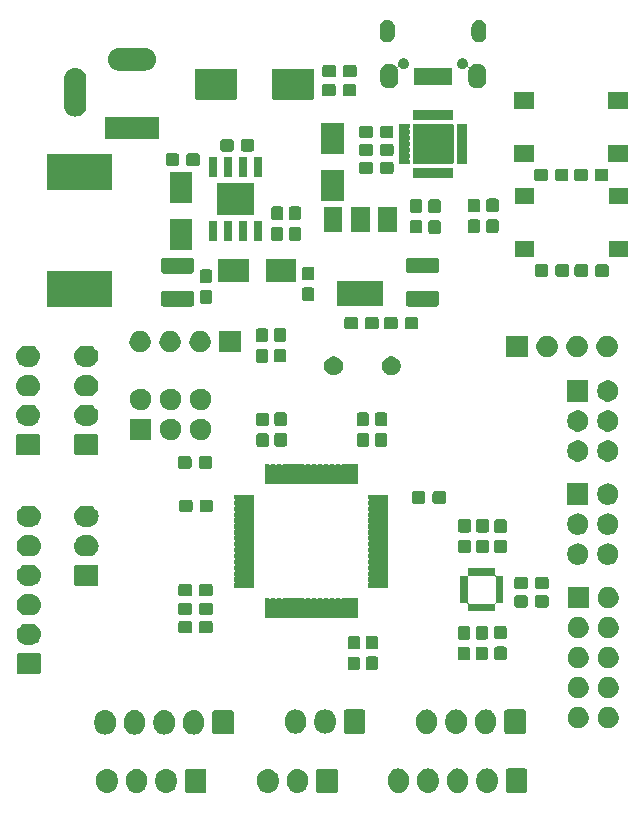
<source format=gbr>
G04 #@! TF.GenerationSoftware,KiCad,Pcbnew,5.1.5-52549c5~86~ubuntu18.04.1*
G04 #@! TF.CreationDate,2020-05-16T14:27:32+07:00*
G04 #@! TF.ProjectId,openSTM32F4_LQFP64,6f70656e-5354-44d3-9332-46345f4c5146,rev?*
G04 #@! TF.SameCoordinates,Original*
G04 #@! TF.FileFunction,Soldermask,Top*
G04 #@! TF.FilePolarity,Negative*
%FSLAX46Y46*%
G04 Gerber Fmt 4.6, Leading zero omitted, Abs format (unit mm)*
G04 Created by KiCad (PCBNEW 5.1.5-52549c5~86~ubuntu18.04.1) date 2020-05-16 14:27:32*
%MOMM*%
%LPD*%
G04 APERTURE LIST*
%ADD10C,0.100000*%
G04 APERTURE END LIST*
D10*
G36*
X149293027Y-105946437D02*
G01*
X149462866Y-105997957D01*
X149619391Y-106081622D01*
X149655129Y-106110952D01*
X149756586Y-106194214D01*
X149839848Y-106295671D01*
X149869178Y-106331409D01*
X149952843Y-106487934D01*
X150004363Y-106657774D01*
X150017400Y-106790143D01*
X150017400Y-107128658D01*
X150004363Y-107261027D01*
X149952843Y-107430866D01*
X149869178Y-107587391D01*
X149839848Y-107623129D01*
X149756586Y-107724586D01*
X149619389Y-107837179D01*
X149473162Y-107915339D01*
X149462865Y-107920843D01*
X149293026Y-107972363D01*
X149116400Y-107989759D01*
X148939773Y-107972363D01*
X148769934Y-107920843D01*
X148745531Y-107907799D01*
X148613411Y-107837179D01*
X148613409Y-107837178D01*
X148571150Y-107802497D01*
X148476214Y-107724586D01*
X148363621Y-107587389D01*
X148279958Y-107430867D01*
X148272253Y-107405467D01*
X148228437Y-107261026D01*
X148215400Y-107128657D01*
X148215400Y-106790142D01*
X148217902Y-106764743D01*
X148228437Y-106657775D01*
X148228437Y-106657773D01*
X148279957Y-106487934D01*
X148363622Y-106331409D01*
X148476215Y-106194215D01*
X148613410Y-106081622D01*
X148769935Y-105997957D01*
X148939774Y-105946437D01*
X149116400Y-105929041D01*
X149293027Y-105946437D01*
G37*
G36*
X151793027Y-105946437D02*
G01*
X151962866Y-105997957D01*
X152119391Y-106081622D01*
X152155129Y-106110952D01*
X152256586Y-106194214D01*
X152339848Y-106295671D01*
X152369178Y-106331409D01*
X152452843Y-106487934D01*
X152504363Y-106657774D01*
X152517400Y-106790143D01*
X152517400Y-107128658D01*
X152504363Y-107261027D01*
X152452843Y-107430866D01*
X152369178Y-107587391D01*
X152339848Y-107623129D01*
X152256586Y-107724586D01*
X152119389Y-107837179D01*
X151973162Y-107915339D01*
X151962865Y-107920843D01*
X151793026Y-107972363D01*
X151616400Y-107989759D01*
X151439773Y-107972363D01*
X151269934Y-107920843D01*
X151245531Y-107907799D01*
X151113411Y-107837179D01*
X151113409Y-107837178D01*
X151071150Y-107802497D01*
X150976214Y-107724586D01*
X150863621Y-107587389D01*
X150779958Y-107430867D01*
X150772253Y-107405467D01*
X150728437Y-107261026D01*
X150715400Y-107128657D01*
X150715400Y-106790142D01*
X150717902Y-106764743D01*
X150728437Y-106657775D01*
X150728437Y-106657773D01*
X150779957Y-106487934D01*
X150863622Y-106331409D01*
X150976215Y-106194215D01*
X151113410Y-106081622D01*
X151269935Y-105997957D01*
X151439774Y-105946437D01*
X151616400Y-105929041D01*
X151793027Y-105946437D01*
G37*
G36*
X154293027Y-105946437D02*
G01*
X154462866Y-105997957D01*
X154619391Y-106081622D01*
X154655129Y-106110952D01*
X154756586Y-106194214D01*
X154839848Y-106295671D01*
X154869178Y-106331409D01*
X154952843Y-106487934D01*
X155004363Y-106657774D01*
X155017400Y-106790143D01*
X155017400Y-107128658D01*
X155004363Y-107261027D01*
X154952843Y-107430866D01*
X154869178Y-107587391D01*
X154839848Y-107623129D01*
X154756586Y-107724586D01*
X154619389Y-107837179D01*
X154473162Y-107915339D01*
X154462865Y-107920843D01*
X154293026Y-107972363D01*
X154116400Y-107989759D01*
X153939773Y-107972363D01*
X153769934Y-107920843D01*
X153745531Y-107907799D01*
X153613411Y-107837179D01*
X153613409Y-107837178D01*
X153571150Y-107802497D01*
X153476214Y-107724586D01*
X153363621Y-107587389D01*
X153279958Y-107430867D01*
X153272253Y-107405467D01*
X153228437Y-107261026D01*
X153215400Y-107128657D01*
X153215400Y-106790142D01*
X153217902Y-106764743D01*
X153228437Y-106657775D01*
X153228437Y-106657773D01*
X153279957Y-106487934D01*
X153363622Y-106331409D01*
X153476215Y-106194215D01*
X153613410Y-106081622D01*
X153769935Y-105997957D01*
X153939774Y-105946437D01*
X154116400Y-105929041D01*
X154293027Y-105946437D01*
G37*
G36*
X162918227Y-105946437D02*
G01*
X163088066Y-105997957D01*
X163244591Y-106081622D01*
X163280329Y-106110952D01*
X163381786Y-106194214D01*
X163465048Y-106295671D01*
X163494378Y-106331409D01*
X163578043Y-106487934D01*
X163629563Y-106657774D01*
X163642600Y-106790143D01*
X163642600Y-107128658D01*
X163629563Y-107261027D01*
X163578043Y-107430866D01*
X163494378Y-107587391D01*
X163465048Y-107623129D01*
X163381786Y-107724586D01*
X163244589Y-107837179D01*
X163098362Y-107915339D01*
X163088065Y-107920843D01*
X162918226Y-107972363D01*
X162741600Y-107989759D01*
X162564973Y-107972363D01*
X162395134Y-107920843D01*
X162370731Y-107907799D01*
X162238611Y-107837179D01*
X162238609Y-107837178D01*
X162196350Y-107802497D01*
X162101414Y-107724586D01*
X161988821Y-107587389D01*
X161905158Y-107430867D01*
X161897453Y-107405467D01*
X161853637Y-107261026D01*
X161840600Y-107128657D01*
X161840600Y-106790142D01*
X161843102Y-106764743D01*
X161853637Y-106657775D01*
X161853637Y-106657773D01*
X161905157Y-106487934D01*
X161988822Y-106331409D01*
X162101415Y-106194215D01*
X162238610Y-106081622D01*
X162395135Y-105997957D01*
X162564974Y-105946437D01*
X162741600Y-105929041D01*
X162918227Y-105946437D01*
G37*
G36*
X165418227Y-105946437D02*
G01*
X165588066Y-105997957D01*
X165744591Y-106081622D01*
X165780329Y-106110952D01*
X165881786Y-106194214D01*
X165965048Y-106295671D01*
X165994378Y-106331409D01*
X166078043Y-106487934D01*
X166129563Y-106657774D01*
X166142600Y-106790143D01*
X166142600Y-107128658D01*
X166129563Y-107261027D01*
X166078043Y-107430866D01*
X165994378Y-107587391D01*
X165965048Y-107623129D01*
X165881786Y-107724586D01*
X165744589Y-107837179D01*
X165598362Y-107915339D01*
X165588065Y-107920843D01*
X165418226Y-107972363D01*
X165241600Y-107989759D01*
X165064973Y-107972363D01*
X164895134Y-107920843D01*
X164870731Y-107907799D01*
X164738611Y-107837179D01*
X164738609Y-107837178D01*
X164696350Y-107802497D01*
X164601414Y-107724586D01*
X164488821Y-107587389D01*
X164405158Y-107430867D01*
X164397453Y-107405467D01*
X164353637Y-107261026D01*
X164340600Y-107128657D01*
X164340600Y-106790142D01*
X164343102Y-106764743D01*
X164353637Y-106657775D01*
X164353637Y-106657773D01*
X164405157Y-106487934D01*
X164488822Y-106331409D01*
X164601415Y-106194215D01*
X164738610Y-106081622D01*
X164895135Y-105997957D01*
X165064974Y-105946437D01*
X165241600Y-105929041D01*
X165418227Y-105946437D01*
G37*
G36*
X168500200Y-105937389D02*
G01*
X168533252Y-105947415D01*
X168563703Y-105963692D01*
X168590399Y-105985601D01*
X168612308Y-106012297D01*
X168628585Y-106042748D01*
X168638611Y-106075800D01*
X168642600Y-106116303D01*
X168642600Y-107802497D01*
X168638611Y-107843000D01*
X168628585Y-107876052D01*
X168612308Y-107906503D01*
X168590399Y-107933199D01*
X168563703Y-107955108D01*
X168533252Y-107971385D01*
X168500200Y-107981411D01*
X168459697Y-107985400D01*
X167023503Y-107985400D01*
X166983000Y-107981411D01*
X166949948Y-107971385D01*
X166919497Y-107955108D01*
X166892801Y-107933199D01*
X166870892Y-107906503D01*
X166854615Y-107876052D01*
X166844589Y-107843000D01*
X166840600Y-107802497D01*
X166840600Y-106116303D01*
X166844589Y-106075800D01*
X166854615Y-106042748D01*
X166870892Y-106012297D01*
X166892801Y-105985601D01*
X166919497Y-105963692D01*
X166949948Y-105947415D01*
X166983000Y-105937389D01*
X167023503Y-105933400D01*
X168459697Y-105933400D01*
X168500200Y-105937389D01*
G37*
G36*
X157375000Y-105937389D02*
G01*
X157408052Y-105947415D01*
X157438503Y-105963692D01*
X157465199Y-105985601D01*
X157487108Y-106012297D01*
X157503385Y-106042748D01*
X157513411Y-106075800D01*
X157517400Y-106116303D01*
X157517400Y-107802497D01*
X157513411Y-107843000D01*
X157503385Y-107876052D01*
X157487108Y-107906503D01*
X157465199Y-107933199D01*
X157438503Y-107955108D01*
X157408052Y-107971385D01*
X157375000Y-107981411D01*
X157334497Y-107985400D01*
X155898303Y-107985400D01*
X155857800Y-107981411D01*
X155824748Y-107971385D01*
X155794297Y-107955108D01*
X155767601Y-107933199D01*
X155745692Y-107906503D01*
X155729415Y-107876052D01*
X155719389Y-107843000D01*
X155715400Y-107802497D01*
X155715400Y-106116303D01*
X155719389Y-106075800D01*
X155729415Y-106042748D01*
X155745692Y-106012297D01*
X155767601Y-105985601D01*
X155794297Y-105963692D01*
X155824748Y-105947415D01*
X155857800Y-105937389D01*
X155898303Y-105933400D01*
X157334497Y-105933400D01*
X157375000Y-105937389D01*
G37*
G36*
X176471027Y-105921037D02*
G01*
X176640866Y-105972557D01*
X176640868Y-105972558D01*
X176665299Y-105985617D01*
X176797391Y-106056222D01*
X176828341Y-106081622D01*
X176934586Y-106168814D01*
X177017848Y-106270271D01*
X177047178Y-106306009D01*
X177130843Y-106462534D01*
X177182363Y-106632374D01*
X177184865Y-106657774D01*
X177195400Y-106764741D01*
X177195400Y-107103260D01*
X177192898Y-107128658D01*
X177182363Y-107235627D01*
X177130843Y-107405466D01*
X177047178Y-107561991D01*
X177017848Y-107597729D01*
X176934586Y-107699186D01*
X176797389Y-107811779D01*
X176640867Y-107895442D01*
X176640865Y-107895443D01*
X176471026Y-107946963D01*
X176294400Y-107964359D01*
X176117773Y-107946963D01*
X175947934Y-107895443D01*
X175791409Y-107811778D01*
X175743060Y-107772099D01*
X175654214Y-107699186D01*
X175541621Y-107561989D01*
X175457958Y-107405467D01*
X175457957Y-107405465D01*
X175406437Y-107235626D01*
X175393400Y-107103257D01*
X175393400Y-106764742D01*
X175406437Y-106632373D01*
X175457957Y-106462534D01*
X175541622Y-106306009D01*
X175654215Y-106168815D01*
X175791410Y-106056222D01*
X175923502Y-105985617D01*
X175947933Y-105972558D01*
X175947935Y-105972557D01*
X176117774Y-105921037D01*
X176294400Y-105903641D01*
X176471027Y-105921037D01*
G37*
G36*
X173971027Y-105921037D02*
G01*
X174140866Y-105972557D01*
X174140868Y-105972558D01*
X174165299Y-105985617D01*
X174297391Y-106056222D01*
X174328341Y-106081622D01*
X174434586Y-106168814D01*
X174517848Y-106270271D01*
X174547178Y-106306009D01*
X174630843Y-106462534D01*
X174682363Y-106632374D01*
X174684865Y-106657774D01*
X174695400Y-106764741D01*
X174695400Y-107103260D01*
X174692898Y-107128658D01*
X174682363Y-107235627D01*
X174630843Y-107405466D01*
X174547178Y-107561991D01*
X174517848Y-107597729D01*
X174434586Y-107699186D01*
X174297389Y-107811779D01*
X174140867Y-107895442D01*
X174140865Y-107895443D01*
X173971026Y-107946963D01*
X173794400Y-107964359D01*
X173617773Y-107946963D01*
X173447934Y-107895443D01*
X173291409Y-107811778D01*
X173243060Y-107772099D01*
X173154214Y-107699186D01*
X173041621Y-107561989D01*
X172957958Y-107405467D01*
X172957957Y-107405465D01*
X172906437Y-107235626D01*
X172893400Y-107103257D01*
X172893400Y-106764742D01*
X172906437Y-106632373D01*
X172957957Y-106462534D01*
X173041622Y-106306009D01*
X173154215Y-106168815D01*
X173291410Y-106056222D01*
X173423502Y-105985617D01*
X173447933Y-105972558D01*
X173447935Y-105972557D01*
X173617774Y-105921037D01*
X173794400Y-105903641D01*
X173971027Y-105921037D01*
G37*
G36*
X181471027Y-105921037D02*
G01*
X181640866Y-105972557D01*
X181640868Y-105972558D01*
X181665299Y-105985617D01*
X181797391Y-106056222D01*
X181828341Y-106081622D01*
X181934586Y-106168814D01*
X182017848Y-106270271D01*
X182047178Y-106306009D01*
X182130843Y-106462534D01*
X182182363Y-106632374D01*
X182184865Y-106657774D01*
X182195400Y-106764741D01*
X182195400Y-107103260D01*
X182192898Y-107128658D01*
X182182363Y-107235627D01*
X182130843Y-107405466D01*
X182047178Y-107561991D01*
X182017848Y-107597729D01*
X181934586Y-107699186D01*
X181797389Y-107811779D01*
X181640867Y-107895442D01*
X181640865Y-107895443D01*
X181471026Y-107946963D01*
X181294400Y-107964359D01*
X181117773Y-107946963D01*
X180947934Y-107895443D01*
X180791409Y-107811778D01*
X180743060Y-107772099D01*
X180654214Y-107699186D01*
X180541621Y-107561989D01*
X180457958Y-107405467D01*
X180457957Y-107405465D01*
X180406437Y-107235626D01*
X180393400Y-107103257D01*
X180393400Y-106764742D01*
X180406437Y-106632373D01*
X180457957Y-106462534D01*
X180541622Y-106306009D01*
X180654215Y-106168815D01*
X180791410Y-106056222D01*
X180923502Y-105985617D01*
X180947933Y-105972558D01*
X180947935Y-105972557D01*
X181117774Y-105921037D01*
X181294400Y-105903641D01*
X181471027Y-105921037D01*
G37*
G36*
X178971027Y-105921037D02*
G01*
X179140866Y-105972557D01*
X179140868Y-105972558D01*
X179165299Y-105985617D01*
X179297391Y-106056222D01*
X179328341Y-106081622D01*
X179434586Y-106168814D01*
X179517848Y-106270271D01*
X179547178Y-106306009D01*
X179630843Y-106462534D01*
X179682363Y-106632374D01*
X179684865Y-106657774D01*
X179695400Y-106764741D01*
X179695400Y-107103260D01*
X179692898Y-107128658D01*
X179682363Y-107235627D01*
X179630843Y-107405466D01*
X179547178Y-107561991D01*
X179517848Y-107597729D01*
X179434586Y-107699186D01*
X179297389Y-107811779D01*
X179140867Y-107895442D01*
X179140865Y-107895443D01*
X178971026Y-107946963D01*
X178794400Y-107964359D01*
X178617773Y-107946963D01*
X178447934Y-107895443D01*
X178291409Y-107811778D01*
X178243060Y-107772099D01*
X178154214Y-107699186D01*
X178041621Y-107561989D01*
X177957958Y-107405467D01*
X177957957Y-107405465D01*
X177906437Y-107235626D01*
X177893400Y-107103257D01*
X177893400Y-106764742D01*
X177906437Y-106632373D01*
X177957957Y-106462534D01*
X178041622Y-106306009D01*
X178154215Y-106168815D01*
X178291410Y-106056222D01*
X178423502Y-105985617D01*
X178447933Y-105972558D01*
X178447935Y-105972557D01*
X178617774Y-105921037D01*
X178794400Y-105903641D01*
X178971027Y-105921037D01*
G37*
G36*
X184553000Y-105911989D02*
G01*
X184586052Y-105922015D01*
X184616503Y-105938292D01*
X184643199Y-105960201D01*
X184665108Y-105986897D01*
X184681385Y-106017348D01*
X184691411Y-106050400D01*
X184695400Y-106090903D01*
X184695400Y-107777097D01*
X184691411Y-107817600D01*
X184681385Y-107850652D01*
X184665108Y-107881103D01*
X184643199Y-107907799D01*
X184616503Y-107929708D01*
X184586052Y-107945985D01*
X184553000Y-107956011D01*
X184512497Y-107960000D01*
X183076303Y-107960000D01*
X183035800Y-107956011D01*
X183002748Y-107945985D01*
X182972297Y-107929708D01*
X182945601Y-107907799D01*
X182923692Y-107881103D01*
X182907415Y-107850652D01*
X182897389Y-107817600D01*
X182893400Y-107777097D01*
X182893400Y-106090903D01*
X182897389Y-106050400D01*
X182907415Y-106017348D01*
X182923692Y-105986897D01*
X182945601Y-105960201D01*
X182972297Y-105938292D01*
X183002748Y-105922015D01*
X183035800Y-105911989D01*
X183076303Y-105908000D01*
X184512497Y-105908000D01*
X184553000Y-105911989D01*
G37*
G36*
X154129827Y-100993437D02*
G01*
X154299666Y-101044957D01*
X154456191Y-101128622D01*
X154491929Y-101157952D01*
X154593386Y-101241214D01*
X154651782Y-101312371D01*
X154705978Y-101378409D01*
X154789643Y-101534934D01*
X154841163Y-101704774D01*
X154854200Y-101837143D01*
X154854200Y-102175658D01*
X154841163Y-102308027D01*
X154789643Y-102477866D01*
X154705978Y-102634391D01*
X154676648Y-102670129D01*
X154593386Y-102771586D01*
X154456189Y-102884179D01*
X154299667Y-102967842D01*
X154299665Y-102967843D01*
X154129826Y-103019363D01*
X153953200Y-103036759D01*
X153776573Y-103019363D01*
X153606734Y-102967843D01*
X153603960Y-102966360D01*
X153461101Y-102890000D01*
X153450209Y-102884178D01*
X153394460Y-102838426D01*
X153313014Y-102771586D01*
X153200421Y-102634389D01*
X153116758Y-102477867D01*
X153096725Y-102411827D01*
X153065237Y-102308026D01*
X153052200Y-102175657D01*
X153052200Y-101837142D01*
X153065237Y-101704773D01*
X153116757Y-101534934D01*
X153200422Y-101378409D01*
X153313015Y-101241215D01*
X153450210Y-101128622D01*
X153606735Y-101044957D01*
X153776574Y-100993437D01*
X153953200Y-100976041D01*
X154129827Y-100993437D01*
G37*
G36*
X149129827Y-100993437D02*
G01*
X149299666Y-101044957D01*
X149456191Y-101128622D01*
X149491929Y-101157952D01*
X149593386Y-101241214D01*
X149651782Y-101312371D01*
X149705978Y-101378409D01*
X149789643Y-101534934D01*
X149841163Y-101704774D01*
X149854200Y-101837143D01*
X149854200Y-102175658D01*
X149841163Y-102308027D01*
X149789643Y-102477866D01*
X149705978Y-102634391D01*
X149676648Y-102670129D01*
X149593386Y-102771586D01*
X149456189Y-102884179D01*
X149299667Y-102967842D01*
X149299665Y-102967843D01*
X149129826Y-103019363D01*
X148953200Y-103036759D01*
X148776573Y-103019363D01*
X148606734Y-102967843D01*
X148603960Y-102966360D01*
X148461101Y-102890000D01*
X148450209Y-102884178D01*
X148394460Y-102838426D01*
X148313014Y-102771586D01*
X148200421Y-102634389D01*
X148116758Y-102477867D01*
X148096725Y-102411827D01*
X148065237Y-102308026D01*
X148052200Y-102175657D01*
X148052200Y-101837142D01*
X148065237Y-101704773D01*
X148116757Y-101534934D01*
X148200422Y-101378409D01*
X148313015Y-101241215D01*
X148450210Y-101128622D01*
X148606735Y-101044957D01*
X148776574Y-100993437D01*
X148953200Y-100976041D01*
X149129827Y-100993437D01*
G37*
G36*
X151629827Y-100993437D02*
G01*
X151799666Y-101044957D01*
X151956191Y-101128622D01*
X151991929Y-101157952D01*
X152093386Y-101241214D01*
X152151782Y-101312371D01*
X152205978Y-101378409D01*
X152289643Y-101534934D01*
X152341163Y-101704774D01*
X152354200Y-101837143D01*
X152354200Y-102175658D01*
X152341163Y-102308027D01*
X152289643Y-102477866D01*
X152205978Y-102634391D01*
X152176648Y-102670129D01*
X152093386Y-102771586D01*
X151956189Y-102884179D01*
X151799667Y-102967842D01*
X151799665Y-102967843D01*
X151629826Y-103019363D01*
X151453200Y-103036759D01*
X151276573Y-103019363D01*
X151106734Y-102967843D01*
X151103960Y-102966360D01*
X150961101Y-102890000D01*
X150950209Y-102884178D01*
X150894460Y-102838426D01*
X150813014Y-102771586D01*
X150700421Y-102634389D01*
X150616758Y-102477867D01*
X150596725Y-102411827D01*
X150565237Y-102308026D01*
X150552200Y-102175657D01*
X150552200Y-101837142D01*
X150565237Y-101704773D01*
X150616757Y-101534934D01*
X150700422Y-101378409D01*
X150813015Y-101241215D01*
X150950210Y-101128622D01*
X151106735Y-101044957D01*
X151276574Y-100993437D01*
X151453200Y-100976041D01*
X151629827Y-100993437D01*
G37*
G36*
X156629827Y-100993437D02*
G01*
X156799666Y-101044957D01*
X156956191Y-101128622D01*
X156991929Y-101157952D01*
X157093386Y-101241214D01*
X157151782Y-101312371D01*
X157205978Y-101378409D01*
X157289643Y-101534934D01*
X157341163Y-101704774D01*
X157354200Y-101837143D01*
X157354200Y-102175658D01*
X157341163Y-102308027D01*
X157289643Y-102477866D01*
X157205978Y-102634391D01*
X157176648Y-102670129D01*
X157093386Y-102771586D01*
X156956189Y-102884179D01*
X156799667Y-102967842D01*
X156799665Y-102967843D01*
X156629826Y-103019363D01*
X156453200Y-103036759D01*
X156276573Y-103019363D01*
X156106734Y-102967843D01*
X156103960Y-102966360D01*
X155961101Y-102890000D01*
X155950209Y-102884178D01*
X155894460Y-102838426D01*
X155813014Y-102771586D01*
X155700421Y-102634389D01*
X155616758Y-102477867D01*
X155596725Y-102411827D01*
X155565237Y-102308026D01*
X155552200Y-102175657D01*
X155552200Y-101837142D01*
X155565237Y-101704773D01*
X155616757Y-101534934D01*
X155700422Y-101378409D01*
X155813015Y-101241215D01*
X155950210Y-101128622D01*
X156106735Y-101044957D01*
X156276574Y-100993437D01*
X156453200Y-100976041D01*
X156629827Y-100993437D01*
G37*
G36*
X159711800Y-100984389D02*
G01*
X159744852Y-100994415D01*
X159775303Y-101010692D01*
X159801999Y-101032601D01*
X159823908Y-101059297D01*
X159840185Y-101089748D01*
X159850211Y-101122800D01*
X159854200Y-101163303D01*
X159854200Y-102849497D01*
X159850211Y-102890000D01*
X159840185Y-102923052D01*
X159823908Y-102953503D01*
X159801999Y-102980199D01*
X159775303Y-103002108D01*
X159744852Y-103018385D01*
X159711800Y-103028411D01*
X159671297Y-103032400D01*
X158235103Y-103032400D01*
X158194600Y-103028411D01*
X158161548Y-103018385D01*
X158131097Y-103002108D01*
X158104401Y-102980199D01*
X158082492Y-102953503D01*
X158066215Y-102923052D01*
X158056189Y-102890000D01*
X158052200Y-102849497D01*
X158052200Y-101163303D01*
X158056189Y-101122800D01*
X158066215Y-101089748D01*
X158082492Y-101059297D01*
X158104401Y-101032601D01*
X158131097Y-101010692D01*
X158161548Y-100994415D01*
X158194600Y-100984389D01*
X158235103Y-100980400D01*
X159671297Y-100980400D01*
X159711800Y-100984389D01*
G37*
G36*
X178849107Y-100927397D02*
G01*
X179018946Y-100978917D01*
X179018948Y-100978918D01*
X179059459Y-101000572D01*
X179175471Y-101062582D01*
X179205350Y-101087103D01*
X179312666Y-101175174D01*
X179370298Y-101245400D01*
X179425258Y-101312369D01*
X179508923Y-101468894D01*
X179560443Y-101638734D01*
X179565869Y-101693822D01*
X179572480Y-101760943D01*
X179573480Y-101771103D01*
X179573480Y-102109618D01*
X179560443Y-102241987D01*
X179508923Y-102411826D01*
X179425258Y-102568351D01*
X179395928Y-102604089D01*
X179312666Y-102705546D01*
X179175469Y-102818139D01*
X179041027Y-102890000D01*
X179018945Y-102901803D01*
X178849106Y-102953323D01*
X178672480Y-102970719D01*
X178495853Y-102953323D01*
X178326014Y-102901803D01*
X178169489Y-102818138D01*
X178114850Y-102773297D01*
X178032294Y-102705546D01*
X177919701Y-102568349D01*
X177836038Y-102411827D01*
X177832956Y-102401667D01*
X177784517Y-102241986D01*
X177771480Y-102109617D01*
X177771480Y-101771102D01*
X177772481Y-101760943D01*
X177784517Y-101638735D01*
X177784517Y-101638733D01*
X177836037Y-101468894D01*
X177919702Y-101312369D01*
X178032295Y-101175175D01*
X178169490Y-101062582D01*
X178285502Y-101000572D01*
X178326013Y-100978918D01*
X178326015Y-100978917D01*
X178495854Y-100927397D01*
X178672480Y-100910001D01*
X178849107Y-100927397D01*
G37*
G36*
X176349107Y-100927397D02*
G01*
X176518946Y-100978917D01*
X176518948Y-100978918D01*
X176559459Y-101000572D01*
X176675471Y-101062582D01*
X176705350Y-101087103D01*
X176812666Y-101175174D01*
X176870298Y-101245400D01*
X176925258Y-101312369D01*
X177008923Y-101468894D01*
X177060443Y-101638734D01*
X177065869Y-101693822D01*
X177072480Y-101760943D01*
X177073480Y-101771103D01*
X177073480Y-102109618D01*
X177060443Y-102241987D01*
X177008923Y-102411826D01*
X176925258Y-102568351D01*
X176895928Y-102604089D01*
X176812666Y-102705546D01*
X176675469Y-102818139D01*
X176541027Y-102890000D01*
X176518945Y-102901803D01*
X176349106Y-102953323D01*
X176172480Y-102970719D01*
X175995853Y-102953323D01*
X175826014Y-102901803D01*
X175669489Y-102818138D01*
X175614850Y-102773297D01*
X175532294Y-102705546D01*
X175419701Y-102568349D01*
X175336038Y-102411827D01*
X175332956Y-102401667D01*
X175284517Y-102241986D01*
X175271480Y-102109617D01*
X175271480Y-101771102D01*
X175272481Y-101760943D01*
X175284517Y-101638735D01*
X175284517Y-101638733D01*
X175336037Y-101468894D01*
X175419702Y-101312369D01*
X175532295Y-101175175D01*
X175669490Y-101062582D01*
X175785502Y-101000572D01*
X175826013Y-100978918D01*
X175826015Y-100978917D01*
X175995854Y-100927397D01*
X176172480Y-100910001D01*
X176349107Y-100927397D01*
G37*
G36*
X181349107Y-100927397D02*
G01*
X181518946Y-100978917D01*
X181518948Y-100978918D01*
X181559459Y-101000572D01*
X181675471Y-101062582D01*
X181705350Y-101087103D01*
X181812666Y-101175174D01*
X181870298Y-101245400D01*
X181925258Y-101312369D01*
X182008923Y-101468894D01*
X182060443Y-101638734D01*
X182065869Y-101693822D01*
X182072480Y-101760943D01*
X182073480Y-101771103D01*
X182073480Y-102109618D01*
X182060443Y-102241987D01*
X182008923Y-102411826D01*
X181925258Y-102568351D01*
X181895928Y-102604089D01*
X181812666Y-102705546D01*
X181675469Y-102818139D01*
X181541027Y-102890000D01*
X181518945Y-102901803D01*
X181349106Y-102953323D01*
X181172480Y-102970719D01*
X180995853Y-102953323D01*
X180826014Y-102901803D01*
X180669489Y-102818138D01*
X180614850Y-102773297D01*
X180532294Y-102705546D01*
X180419701Y-102568349D01*
X180336038Y-102411827D01*
X180332956Y-102401667D01*
X180284517Y-102241986D01*
X180271480Y-102109617D01*
X180271480Y-101771102D01*
X180272481Y-101760943D01*
X180284517Y-101638735D01*
X180284517Y-101638733D01*
X180336037Y-101468894D01*
X180419702Y-101312369D01*
X180532295Y-101175175D01*
X180669490Y-101062582D01*
X180785502Y-101000572D01*
X180826013Y-100978918D01*
X180826015Y-100978917D01*
X180995854Y-100927397D01*
X181172480Y-100910001D01*
X181349107Y-100927397D01*
G37*
G36*
X184431080Y-100918349D02*
G01*
X184464132Y-100928375D01*
X184494583Y-100944652D01*
X184521279Y-100966561D01*
X184543188Y-100993257D01*
X184559465Y-101023708D01*
X184569491Y-101056760D01*
X184573480Y-101097263D01*
X184573480Y-102783457D01*
X184569491Y-102823960D01*
X184559465Y-102857012D01*
X184543188Y-102887463D01*
X184521279Y-102914159D01*
X184494583Y-102936068D01*
X184464132Y-102952345D01*
X184431080Y-102962371D01*
X184390577Y-102966360D01*
X182954383Y-102966360D01*
X182913880Y-102962371D01*
X182880828Y-102952345D01*
X182850377Y-102936068D01*
X182823681Y-102914159D01*
X182801772Y-102887463D01*
X182785495Y-102857012D01*
X182775469Y-102823960D01*
X182771480Y-102783457D01*
X182771480Y-101097263D01*
X182775469Y-101056760D01*
X182785495Y-101023708D01*
X182801772Y-100993257D01*
X182823681Y-100966561D01*
X182850377Y-100944652D01*
X182880828Y-100928375D01*
X182913880Y-100918349D01*
X182954383Y-100914360D01*
X184390577Y-100914360D01*
X184431080Y-100918349D01*
G37*
G36*
X165255027Y-100917237D02*
G01*
X165424866Y-100968757D01*
X165581391Y-101052422D01*
X165617129Y-101081752D01*
X165718586Y-101165014D01*
X165784556Y-101245400D01*
X165831178Y-101302209D01*
X165914843Y-101458734D01*
X165966363Y-101628574D01*
X165967364Y-101638735D01*
X165979400Y-101760941D01*
X165979400Y-102099460D01*
X165978399Y-102109619D01*
X165966363Y-102231827D01*
X165943248Y-102308026D01*
X165914842Y-102401668D01*
X165909413Y-102411825D01*
X165831178Y-102558191D01*
X165801848Y-102593929D01*
X165718586Y-102695386D01*
X165581389Y-102807979D01*
X165427939Y-102890000D01*
X165424865Y-102891643D01*
X165255026Y-102943163D01*
X165078400Y-102960559D01*
X164901773Y-102943163D01*
X164731934Y-102891643D01*
X164726509Y-102888743D01*
X164575411Y-102807979D01*
X164575409Y-102807978D01*
X164533150Y-102773297D01*
X164438214Y-102695386D01*
X164325621Y-102558189D01*
X164241958Y-102401667D01*
X164241957Y-102401665D01*
X164190437Y-102231826D01*
X164178401Y-102109618D01*
X164177400Y-102099459D01*
X164177400Y-101760940D01*
X164189436Y-101638734D01*
X164190437Y-101628573D01*
X164241957Y-101458734D01*
X164325622Y-101302209D01*
X164438215Y-101165015D01*
X164575410Y-101052422D01*
X164731935Y-100968757D01*
X164901774Y-100917237D01*
X165078400Y-100899841D01*
X165255027Y-100917237D01*
G37*
G36*
X167755027Y-100917237D02*
G01*
X167924866Y-100968757D01*
X168081391Y-101052422D01*
X168117129Y-101081752D01*
X168218586Y-101165014D01*
X168284556Y-101245400D01*
X168331178Y-101302209D01*
X168414843Y-101458734D01*
X168466363Y-101628574D01*
X168467364Y-101638735D01*
X168479400Y-101760941D01*
X168479400Y-102099460D01*
X168478399Y-102109619D01*
X168466363Y-102231827D01*
X168443248Y-102308026D01*
X168414842Y-102401668D01*
X168409413Y-102411825D01*
X168331178Y-102558191D01*
X168301848Y-102593929D01*
X168218586Y-102695386D01*
X168081389Y-102807979D01*
X167927939Y-102890000D01*
X167924865Y-102891643D01*
X167755026Y-102943163D01*
X167578400Y-102960559D01*
X167401773Y-102943163D01*
X167231934Y-102891643D01*
X167226509Y-102888743D01*
X167075411Y-102807979D01*
X167075409Y-102807978D01*
X167033150Y-102773297D01*
X166938214Y-102695386D01*
X166825621Y-102558189D01*
X166741958Y-102401667D01*
X166741957Y-102401665D01*
X166690437Y-102231826D01*
X166678401Y-102109618D01*
X166677400Y-102099459D01*
X166677400Y-101760940D01*
X166689436Y-101638734D01*
X166690437Y-101628573D01*
X166741957Y-101458734D01*
X166825622Y-101302209D01*
X166938215Y-101165015D01*
X167075410Y-101052422D01*
X167231935Y-100968757D01*
X167401774Y-100917237D01*
X167578400Y-100899841D01*
X167755027Y-100917237D01*
G37*
G36*
X170837000Y-100908189D02*
G01*
X170870052Y-100918215D01*
X170900503Y-100934492D01*
X170927199Y-100956401D01*
X170949108Y-100983097D01*
X170965385Y-101013548D01*
X170975411Y-101046600D01*
X170979400Y-101087103D01*
X170979400Y-102773297D01*
X170975411Y-102813800D01*
X170965385Y-102846852D01*
X170949108Y-102877303D01*
X170927199Y-102903999D01*
X170900503Y-102925908D01*
X170870052Y-102942185D01*
X170837000Y-102952211D01*
X170796497Y-102956200D01*
X169360303Y-102956200D01*
X169319800Y-102952211D01*
X169286748Y-102942185D01*
X169256297Y-102925908D01*
X169229601Y-102903999D01*
X169207692Y-102877303D01*
X169191415Y-102846852D01*
X169181389Y-102813800D01*
X169177400Y-102773297D01*
X169177400Y-101087103D01*
X169181389Y-101046600D01*
X169191415Y-101013548D01*
X169207692Y-100983097D01*
X169229601Y-100956401D01*
X169256297Y-100934492D01*
X169286748Y-100918215D01*
X169319800Y-100908189D01*
X169360303Y-100904200D01*
X170796497Y-100904200D01*
X170837000Y-100908189D01*
G37*
G36*
X189127612Y-100709007D02*
G01*
X189276912Y-100738704D01*
X189440884Y-100806624D01*
X189588454Y-100905227D01*
X189713953Y-101030726D01*
X189812556Y-101178296D01*
X189880476Y-101342268D01*
X189915100Y-101516339D01*
X189915100Y-101693821D01*
X189880476Y-101867892D01*
X189812556Y-102031864D01*
X189713953Y-102179434D01*
X189588454Y-102304933D01*
X189440884Y-102403536D01*
X189276912Y-102471456D01*
X189127612Y-102501153D01*
X189102842Y-102506080D01*
X188925358Y-102506080D01*
X188900588Y-102501153D01*
X188751288Y-102471456D01*
X188587316Y-102403536D01*
X188439746Y-102304933D01*
X188314247Y-102179434D01*
X188215644Y-102031864D01*
X188147724Y-101867892D01*
X188113100Y-101693821D01*
X188113100Y-101516339D01*
X188147724Y-101342268D01*
X188215644Y-101178296D01*
X188314247Y-101030726D01*
X188439746Y-100905227D01*
X188587316Y-100806624D01*
X188751288Y-100738704D01*
X188900588Y-100709007D01*
X188925358Y-100704080D01*
X189102842Y-100704080D01*
X189127612Y-100709007D01*
G37*
G36*
X191667612Y-100709007D02*
G01*
X191816912Y-100738704D01*
X191980884Y-100806624D01*
X192128454Y-100905227D01*
X192253953Y-101030726D01*
X192352556Y-101178296D01*
X192420476Y-101342268D01*
X192455100Y-101516339D01*
X192455100Y-101693821D01*
X192420476Y-101867892D01*
X192352556Y-102031864D01*
X192253953Y-102179434D01*
X192128454Y-102304933D01*
X191980884Y-102403536D01*
X191816912Y-102471456D01*
X191667612Y-102501153D01*
X191642842Y-102506080D01*
X191465358Y-102506080D01*
X191440588Y-102501153D01*
X191291288Y-102471456D01*
X191127316Y-102403536D01*
X190979746Y-102304933D01*
X190854247Y-102179434D01*
X190755644Y-102031864D01*
X190687724Y-101867892D01*
X190653100Y-101693821D01*
X190653100Y-101516339D01*
X190687724Y-101342268D01*
X190755644Y-101178296D01*
X190854247Y-101030726D01*
X190979746Y-100905227D01*
X191127316Y-100806624D01*
X191291288Y-100738704D01*
X191440588Y-100709007D01*
X191465358Y-100704080D01*
X191642842Y-100704080D01*
X191667612Y-100709007D01*
G37*
G36*
X189127612Y-98169007D02*
G01*
X189276912Y-98198704D01*
X189440884Y-98266624D01*
X189588454Y-98365227D01*
X189713953Y-98490726D01*
X189812556Y-98638296D01*
X189880476Y-98802268D01*
X189915100Y-98976339D01*
X189915100Y-99153821D01*
X189880476Y-99327892D01*
X189812556Y-99491864D01*
X189713953Y-99639434D01*
X189588454Y-99764933D01*
X189440884Y-99863536D01*
X189276912Y-99931456D01*
X189127612Y-99961153D01*
X189102842Y-99966080D01*
X188925358Y-99966080D01*
X188900588Y-99961153D01*
X188751288Y-99931456D01*
X188587316Y-99863536D01*
X188439746Y-99764933D01*
X188314247Y-99639434D01*
X188215644Y-99491864D01*
X188147724Y-99327892D01*
X188113100Y-99153821D01*
X188113100Y-98976339D01*
X188147724Y-98802268D01*
X188215644Y-98638296D01*
X188314247Y-98490726D01*
X188439746Y-98365227D01*
X188587316Y-98266624D01*
X188751288Y-98198704D01*
X188900588Y-98169007D01*
X188925358Y-98164080D01*
X189102842Y-98164080D01*
X189127612Y-98169007D01*
G37*
G36*
X191667612Y-98169007D02*
G01*
X191816912Y-98198704D01*
X191980884Y-98266624D01*
X192128454Y-98365227D01*
X192253953Y-98490726D01*
X192352556Y-98638296D01*
X192420476Y-98802268D01*
X192455100Y-98976339D01*
X192455100Y-99153821D01*
X192420476Y-99327892D01*
X192352556Y-99491864D01*
X192253953Y-99639434D01*
X192128454Y-99764933D01*
X191980884Y-99863536D01*
X191816912Y-99931456D01*
X191667612Y-99961153D01*
X191642842Y-99966080D01*
X191465358Y-99966080D01*
X191440588Y-99961153D01*
X191291288Y-99931456D01*
X191127316Y-99863536D01*
X190979746Y-99764933D01*
X190854247Y-99639434D01*
X190755644Y-99491864D01*
X190687724Y-99327892D01*
X190653100Y-99153821D01*
X190653100Y-98976339D01*
X190687724Y-98802268D01*
X190755644Y-98638296D01*
X190854247Y-98490726D01*
X190979746Y-98365227D01*
X191127316Y-98266624D01*
X191291288Y-98198704D01*
X191440588Y-98169007D01*
X191465358Y-98164080D01*
X191642842Y-98164080D01*
X191667612Y-98169007D01*
G37*
G36*
X143375060Y-96148769D02*
G01*
X143408112Y-96158795D01*
X143438563Y-96175072D01*
X143465259Y-96196981D01*
X143487168Y-96223677D01*
X143503445Y-96254128D01*
X143513471Y-96287180D01*
X143517460Y-96327683D01*
X143517460Y-97763877D01*
X143513471Y-97804380D01*
X143503445Y-97837432D01*
X143487168Y-97867883D01*
X143465259Y-97894579D01*
X143438563Y-97916488D01*
X143408112Y-97932765D01*
X143375060Y-97942791D01*
X143334557Y-97946780D01*
X141648363Y-97946780D01*
X141607860Y-97942791D01*
X141574808Y-97932765D01*
X141544357Y-97916488D01*
X141517661Y-97894579D01*
X141495752Y-97867883D01*
X141479475Y-97837432D01*
X141469449Y-97804380D01*
X141465460Y-97763877D01*
X141465460Y-96327683D01*
X141469449Y-96287180D01*
X141479475Y-96254128D01*
X141495752Y-96223677D01*
X141517661Y-96196981D01*
X141544357Y-96175072D01*
X141574808Y-96158795D01*
X141607860Y-96148769D01*
X141648363Y-96144780D01*
X143334557Y-96144780D01*
X143375060Y-96148769D01*
G37*
G36*
X170387019Y-96434825D02*
G01*
X170424515Y-96446200D01*
X170459074Y-96464672D01*
X170489367Y-96489533D01*
X170514228Y-96519826D01*
X170532700Y-96554385D01*
X170544075Y-96591881D01*
X170548520Y-96637018D01*
X170548520Y-97375742D01*
X170544075Y-97420879D01*
X170532700Y-97458375D01*
X170514228Y-97492934D01*
X170489367Y-97523227D01*
X170459074Y-97548088D01*
X170424515Y-97566560D01*
X170387019Y-97577935D01*
X170341882Y-97582380D01*
X169703158Y-97582380D01*
X169658021Y-97577935D01*
X169620525Y-97566560D01*
X169585966Y-97548088D01*
X169555673Y-97523227D01*
X169530812Y-97492934D01*
X169512340Y-97458375D01*
X169500965Y-97420879D01*
X169496520Y-97375742D01*
X169496520Y-96637018D01*
X169500965Y-96591881D01*
X169512340Y-96554385D01*
X169530812Y-96519826D01*
X169555673Y-96489533D01*
X169585966Y-96464672D01*
X169620525Y-96446200D01*
X169658021Y-96434825D01*
X169703158Y-96430380D01*
X170341882Y-96430380D01*
X170387019Y-96434825D01*
G37*
G36*
X171916099Y-96427205D02*
G01*
X171953595Y-96438580D01*
X171988154Y-96457052D01*
X172018447Y-96481913D01*
X172043308Y-96512206D01*
X172061780Y-96546765D01*
X172073155Y-96584261D01*
X172077600Y-96629398D01*
X172077600Y-97368122D01*
X172073155Y-97413259D01*
X172061780Y-97450755D01*
X172043308Y-97485314D01*
X172018447Y-97515607D01*
X171988154Y-97540468D01*
X171953595Y-97558940D01*
X171916099Y-97570315D01*
X171870962Y-97574760D01*
X171232238Y-97574760D01*
X171187101Y-97570315D01*
X171149605Y-97558940D01*
X171115046Y-97540468D01*
X171084753Y-97515607D01*
X171059892Y-97485314D01*
X171041420Y-97450755D01*
X171030045Y-97413259D01*
X171025600Y-97368122D01*
X171025600Y-96629398D01*
X171030045Y-96584261D01*
X171041420Y-96546765D01*
X171059892Y-96512206D01*
X171084753Y-96481913D01*
X171115046Y-96457052D01*
X171149605Y-96438580D01*
X171187101Y-96427205D01*
X171232238Y-96422760D01*
X171870962Y-96422760D01*
X171916099Y-96427205D01*
G37*
G36*
X191651197Y-95625742D02*
G01*
X191816912Y-95658704D01*
X191980884Y-95726624D01*
X192128454Y-95825227D01*
X192253953Y-95950726D01*
X192352556Y-96098296D01*
X192420476Y-96262268D01*
X192449817Y-96409780D01*
X192455100Y-96436338D01*
X192455100Y-96613822D01*
X192452925Y-96624755D01*
X192420476Y-96787892D01*
X192352556Y-96951864D01*
X192253953Y-97099434D01*
X192128454Y-97224933D01*
X191980884Y-97323536D01*
X191816912Y-97391456D01*
X191673277Y-97420026D01*
X191642842Y-97426080D01*
X191465358Y-97426080D01*
X191434923Y-97420026D01*
X191291288Y-97391456D01*
X191127316Y-97323536D01*
X190979746Y-97224933D01*
X190854247Y-97099434D01*
X190755644Y-96951864D01*
X190687724Y-96787892D01*
X190655275Y-96624755D01*
X190653100Y-96613822D01*
X190653100Y-96436338D01*
X190658383Y-96409780D01*
X190687724Y-96262268D01*
X190755644Y-96098296D01*
X190854247Y-95950726D01*
X190979746Y-95825227D01*
X191127316Y-95726624D01*
X191291288Y-95658704D01*
X191457003Y-95625742D01*
X191465358Y-95624080D01*
X191642842Y-95624080D01*
X191651197Y-95625742D01*
G37*
G36*
X189111197Y-95625742D02*
G01*
X189276912Y-95658704D01*
X189440884Y-95726624D01*
X189588454Y-95825227D01*
X189713953Y-95950726D01*
X189812556Y-96098296D01*
X189880476Y-96262268D01*
X189909817Y-96409780D01*
X189915100Y-96436338D01*
X189915100Y-96613822D01*
X189912925Y-96624755D01*
X189880476Y-96787892D01*
X189812556Y-96951864D01*
X189713953Y-97099434D01*
X189588454Y-97224933D01*
X189440884Y-97323536D01*
X189276912Y-97391456D01*
X189133277Y-97420026D01*
X189102842Y-97426080D01*
X188925358Y-97426080D01*
X188894923Y-97420026D01*
X188751288Y-97391456D01*
X188587316Y-97323536D01*
X188439746Y-97224933D01*
X188314247Y-97099434D01*
X188215644Y-96951864D01*
X188147724Y-96787892D01*
X188115275Y-96624755D01*
X188113100Y-96613822D01*
X188113100Y-96436338D01*
X188118383Y-96409780D01*
X188147724Y-96262268D01*
X188215644Y-96098296D01*
X188314247Y-95950726D01*
X188439746Y-95825227D01*
X188587316Y-95726624D01*
X188751288Y-95658704D01*
X188917003Y-95625742D01*
X188925358Y-95624080D01*
X189102842Y-95624080D01*
X189111197Y-95625742D01*
G37*
G36*
X179693579Y-95605485D02*
G01*
X179731075Y-95616860D01*
X179765634Y-95635332D01*
X179795927Y-95660193D01*
X179820788Y-95690486D01*
X179839260Y-95725045D01*
X179850635Y-95762541D01*
X179855080Y-95807678D01*
X179855080Y-96546402D01*
X179850635Y-96591539D01*
X179839260Y-96629035D01*
X179820788Y-96663594D01*
X179795927Y-96693887D01*
X179765634Y-96718748D01*
X179731075Y-96737220D01*
X179693579Y-96748595D01*
X179648442Y-96753040D01*
X179009718Y-96753040D01*
X178964581Y-96748595D01*
X178927085Y-96737220D01*
X178892526Y-96718748D01*
X178862233Y-96693887D01*
X178837372Y-96663594D01*
X178818900Y-96629035D01*
X178807525Y-96591539D01*
X178803080Y-96546402D01*
X178803080Y-95807678D01*
X178807525Y-95762541D01*
X178818900Y-95725045D01*
X178837372Y-95690486D01*
X178862233Y-95660193D01*
X178892526Y-95635332D01*
X178927085Y-95616860D01*
X178964581Y-95605485D01*
X179009718Y-95601040D01*
X179648442Y-95601040D01*
X179693579Y-95605485D01*
G37*
G36*
X181217579Y-95594085D02*
G01*
X181255075Y-95605460D01*
X181289634Y-95623932D01*
X181319927Y-95648793D01*
X181344788Y-95679086D01*
X181363260Y-95713645D01*
X181374635Y-95751141D01*
X181379080Y-95796278D01*
X181379080Y-96535002D01*
X181374635Y-96580139D01*
X181363260Y-96617635D01*
X181344788Y-96652194D01*
X181319927Y-96682487D01*
X181289634Y-96707348D01*
X181255075Y-96725820D01*
X181217579Y-96737195D01*
X181172442Y-96741640D01*
X180533718Y-96741640D01*
X180488581Y-96737195D01*
X180451085Y-96725820D01*
X180416526Y-96707348D01*
X180386233Y-96682487D01*
X180361372Y-96652194D01*
X180342900Y-96617635D01*
X180331525Y-96580139D01*
X180327080Y-96535002D01*
X180327080Y-95796278D01*
X180331525Y-95751141D01*
X180342900Y-95713645D01*
X180361372Y-95679086D01*
X180386233Y-95648793D01*
X180416526Y-95623932D01*
X180451085Y-95605460D01*
X180488581Y-95594085D01*
X180533718Y-95589640D01*
X181172442Y-95589640D01*
X181217579Y-95594085D01*
G37*
G36*
X182792379Y-95582685D02*
G01*
X182829875Y-95594060D01*
X182864434Y-95612532D01*
X182894727Y-95637393D01*
X182919588Y-95667686D01*
X182938060Y-95702245D01*
X182949435Y-95739741D01*
X182953880Y-95784878D01*
X182953880Y-96523602D01*
X182949435Y-96568739D01*
X182938060Y-96606235D01*
X182919588Y-96640794D01*
X182894727Y-96671087D01*
X182864434Y-96695948D01*
X182829875Y-96714420D01*
X182792379Y-96725795D01*
X182747242Y-96730240D01*
X182108518Y-96730240D01*
X182063381Y-96725795D01*
X182025885Y-96714420D01*
X181991326Y-96695948D01*
X181961033Y-96671087D01*
X181936172Y-96640794D01*
X181917700Y-96606235D01*
X181906325Y-96568739D01*
X181901880Y-96523602D01*
X181901880Y-95784878D01*
X181906325Y-95739741D01*
X181917700Y-95702245D01*
X181936172Y-95667686D01*
X181961033Y-95637393D01*
X181991326Y-95612532D01*
X182025885Y-95594060D01*
X182063381Y-95582685D01*
X182108518Y-95578240D01*
X182747242Y-95578240D01*
X182792379Y-95582685D01*
G37*
G36*
X170387019Y-94684825D02*
G01*
X170424515Y-94696200D01*
X170459074Y-94714672D01*
X170489367Y-94739533D01*
X170514228Y-94769826D01*
X170532700Y-94804385D01*
X170544075Y-94841881D01*
X170548520Y-94887018D01*
X170548520Y-95625742D01*
X170544075Y-95670879D01*
X170532700Y-95708375D01*
X170514228Y-95742934D01*
X170489367Y-95773227D01*
X170459074Y-95798088D01*
X170424515Y-95816560D01*
X170387019Y-95827935D01*
X170341882Y-95832380D01*
X169703158Y-95832380D01*
X169658021Y-95827935D01*
X169620525Y-95816560D01*
X169585966Y-95798088D01*
X169555673Y-95773227D01*
X169530812Y-95742934D01*
X169512340Y-95708375D01*
X169500965Y-95670879D01*
X169496520Y-95625742D01*
X169496520Y-94887018D01*
X169500965Y-94841881D01*
X169512340Y-94804385D01*
X169530812Y-94769826D01*
X169555673Y-94739533D01*
X169585966Y-94714672D01*
X169620525Y-94696200D01*
X169658021Y-94684825D01*
X169703158Y-94680380D01*
X170341882Y-94680380D01*
X170387019Y-94684825D01*
G37*
G36*
X171916099Y-94677205D02*
G01*
X171953595Y-94688580D01*
X171988154Y-94707052D01*
X172018447Y-94731913D01*
X172043308Y-94762206D01*
X172061780Y-94796765D01*
X172073155Y-94834261D01*
X172077600Y-94879398D01*
X172077600Y-95618122D01*
X172073155Y-95663259D01*
X172061780Y-95700755D01*
X172043308Y-95735314D01*
X172018447Y-95765607D01*
X171988154Y-95790468D01*
X171953595Y-95808940D01*
X171916099Y-95820315D01*
X171870962Y-95824760D01*
X171232238Y-95824760D01*
X171187101Y-95820315D01*
X171149605Y-95808940D01*
X171115046Y-95790468D01*
X171084753Y-95765607D01*
X171059892Y-95735314D01*
X171041420Y-95700755D01*
X171030045Y-95663259D01*
X171025600Y-95618122D01*
X171025600Y-94879398D01*
X171030045Y-94834261D01*
X171041420Y-94796765D01*
X171059892Y-94762206D01*
X171084753Y-94731913D01*
X171115046Y-94707052D01*
X171149605Y-94688580D01*
X171187101Y-94677205D01*
X171232238Y-94672760D01*
X171870962Y-94672760D01*
X171916099Y-94677205D01*
G37*
G36*
X142726903Y-93651299D02*
G01*
X142793087Y-93657817D01*
X142962926Y-93709337D01*
X143119451Y-93793002D01*
X143155189Y-93822332D01*
X143256646Y-93905594D01*
X143335058Y-94001141D01*
X143369238Y-94042789D01*
X143452903Y-94199314D01*
X143504423Y-94369153D01*
X143521819Y-94545780D01*
X143504423Y-94722407D01*
X143452903Y-94892246D01*
X143369238Y-95048771D01*
X143339908Y-95084509D01*
X143256646Y-95185966D01*
X143155189Y-95269228D01*
X143119451Y-95298558D01*
X142962926Y-95382223D01*
X142793087Y-95433743D01*
X142726902Y-95440262D01*
X142660720Y-95446780D01*
X142322200Y-95446780D01*
X142256018Y-95440262D01*
X142189833Y-95433743D01*
X142019994Y-95382223D01*
X141863469Y-95298558D01*
X141827731Y-95269228D01*
X141726274Y-95185966D01*
X141643012Y-95084509D01*
X141613682Y-95048771D01*
X141530017Y-94892246D01*
X141478497Y-94722407D01*
X141461101Y-94545780D01*
X141478497Y-94369153D01*
X141530017Y-94199314D01*
X141613682Y-94042789D01*
X141647862Y-94001141D01*
X141726274Y-93905594D01*
X141827731Y-93822332D01*
X141863469Y-93793002D01*
X142019994Y-93709337D01*
X142189833Y-93657817D01*
X142256017Y-93651299D01*
X142322200Y-93644780D01*
X142660720Y-93644780D01*
X142726903Y-93651299D01*
G37*
G36*
X179693579Y-93855485D02*
G01*
X179731075Y-93866860D01*
X179765634Y-93885332D01*
X179795927Y-93910193D01*
X179820788Y-93940486D01*
X179839260Y-93975045D01*
X179850635Y-94012541D01*
X179855080Y-94057678D01*
X179855080Y-94796402D01*
X179850635Y-94841539D01*
X179839260Y-94879035D01*
X179820788Y-94913594D01*
X179795927Y-94943887D01*
X179765634Y-94968748D01*
X179731075Y-94987220D01*
X179693579Y-94998595D01*
X179648442Y-95003040D01*
X179009718Y-95003040D01*
X178964581Y-94998595D01*
X178927085Y-94987220D01*
X178892526Y-94968748D01*
X178862233Y-94943887D01*
X178837372Y-94913594D01*
X178818900Y-94879035D01*
X178807525Y-94841539D01*
X178803080Y-94796402D01*
X178803080Y-94057678D01*
X178807525Y-94012541D01*
X178818900Y-93975045D01*
X178837372Y-93940486D01*
X178862233Y-93910193D01*
X178892526Y-93885332D01*
X178927085Y-93866860D01*
X178964581Y-93855485D01*
X179009718Y-93851040D01*
X179648442Y-93851040D01*
X179693579Y-93855485D01*
G37*
G36*
X181217579Y-93844085D02*
G01*
X181255075Y-93855460D01*
X181289634Y-93873932D01*
X181319927Y-93898793D01*
X181344788Y-93929086D01*
X181363260Y-93963645D01*
X181374635Y-94001141D01*
X181379080Y-94046278D01*
X181379080Y-94785002D01*
X181374635Y-94830139D01*
X181363260Y-94867635D01*
X181344788Y-94902194D01*
X181319927Y-94932487D01*
X181289634Y-94957348D01*
X181255075Y-94975820D01*
X181217579Y-94987195D01*
X181172442Y-94991640D01*
X180533718Y-94991640D01*
X180488581Y-94987195D01*
X180451085Y-94975820D01*
X180416526Y-94957348D01*
X180386233Y-94932487D01*
X180361372Y-94902194D01*
X180342900Y-94867635D01*
X180331525Y-94830139D01*
X180327080Y-94785002D01*
X180327080Y-94046278D01*
X180331525Y-94001141D01*
X180342900Y-93963645D01*
X180361372Y-93929086D01*
X180386233Y-93898793D01*
X180416526Y-93873932D01*
X180451085Y-93855460D01*
X180488581Y-93844085D01*
X180533718Y-93839640D01*
X181172442Y-93839640D01*
X181217579Y-93844085D01*
G37*
G36*
X182792379Y-93832685D02*
G01*
X182829875Y-93844060D01*
X182864434Y-93862532D01*
X182894727Y-93887393D01*
X182919588Y-93917686D01*
X182938060Y-93952245D01*
X182949435Y-93989741D01*
X182953880Y-94034878D01*
X182953880Y-94773602D01*
X182949435Y-94818739D01*
X182938060Y-94856235D01*
X182919588Y-94890794D01*
X182894727Y-94921087D01*
X182864434Y-94945948D01*
X182829875Y-94964420D01*
X182792379Y-94975795D01*
X182747242Y-94980240D01*
X182108518Y-94980240D01*
X182063381Y-94975795D01*
X182025885Y-94964420D01*
X181991326Y-94945948D01*
X181961033Y-94921087D01*
X181936172Y-94890794D01*
X181917700Y-94856235D01*
X181906325Y-94818739D01*
X181901880Y-94773602D01*
X181901880Y-94034878D01*
X181906325Y-93989741D01*
X181917700Y-93952245D01*
X181936172Y-93917686D01*
X181961033Y-93887393D01*
X181991326Y-93862532D01*
X182025885Y-93844060D01*
X182063381Y-93832685D01*
X182108518Y-93828240D01*
X182747242Y-93828240D01*
X182792379Y-93832685D01*
G37*
G36*
X191667612Y-93089007D02*
G01*
X191816912Y-93118704D01*
X191980884Y-93186624D01*
X192128454Y-93285227D01*
X192253953Y-93410726D01*
X192352556Y-93558296D01*
X192420476Y-93722268D01*
X192455100Y-93896339D01*
X192455100Y-94073821D01*
X192420476Y-94247892D01*
X192352556Y-94411864D01*
X192253953Y-94559434D01*
X192128454Y-94684933D01*
X191980884Y-94783536D01*
X191816912Y-94851456D01*
X191667612Y-94881153D01*
X191642842Y-94886080D01*
X191465358Y-94886080D01*
X191440588Y-94881153D01*
X191291288Y-94851456D01*
X191127316Y-94783536D01*
X190979746Y-94684933D01*
X190854247Y-94559434D01*
X190755644Y-94411864D01*
X190687724Y-94247892D01*
X190653100Y-94073821D01*
X190653100Y-93896339D01*
X190687724Y-93722268D01*
X190755644Y-93558296D01*
X190854247Y-93410726D01*
X190979746Y-93285227D01*
X191127316Y-93186624D01*
X191291288Y-93118704D01*
X191440588Y-93089007D01*
X191465358Y-93084080D01*
X191642842Y-93084080D01*
X191667612Y-93089007D01*
G37*
G36*
X189127612Y-93089007D02*
G01*
X189276912Y-93118704D01*
X189440884Y-93186624D01*
X189588454Y-93285227D01*
X189713953Y-93410726D01*
X189812556Y-93558296D01*
X189880476Y-93722268D01*
X189915100Y-93896339D01*
X189915100Y-94073821D01*
X189880476Y-94247892D01*
X189812556Y-94411864D01*
X189713953Y-94559434D01*
X189588454Y-94684933D01*
X189440884Y-94783536D01*
X189276912Y-94851456D01*
X189127612Y-94881153D01*
X189102842Y-94886080D01*
X188925358Y-94886080D01*
X188900588Y-94881153D01*
X188751288Y-94851456D01*
X188587316Y-94783536D01*
X188439746Y-94684933D01*
X188314247Y-94559434D01*
X188215644Y-94411864D01*
X188147724Y-94247892D01*
X188113100Y-94073821D01*
X188113100Y-93896339D01*
X188147724Y-93722268D01*
X188215644Y-93558296D01*
X188314247Y-93410726D01*
X188439746Y-93285227D01*
X188587316Y-93186624D01*
X188751288Y-93118704D01*
X188900588Y-93089007D01*
X188925358Y-93084080D01*
X189102842Y-93084080D01*
X189127612Y-93089007D01*
G37*
G36*
X156155899Y-93415265D02*
G01*
X156193395Y-93426640D01*
X156227954Y-93445112D01*
X156258247Y-93469973D01*
X156283108Y-93500266D01*
X156301580Y-93534825D01*
X156312955Y-93572321D01*
X156317400Y-93617458D01*
X156317400Y-94256182D01*
X156312955Y-94301319D01*
X156301580Y-94338815D01*
X156283108Y-94373374D01*
X156258247Y-94403667D01*
X156227954Y-94428528D01*
X156193395Y-94447000D01*
X156155899Y-94458375D01*
X156110762Y-94462820D01*
X155372038Y-94462820D01*
X155326901Y-94458375D01*
X155289405Y-94447000D01*
X155254846Y-94428528D01*
X155224553Y-94403667D01*
X155199692Y-94373374D01*
X155181220Y-94338815D01*
X155169845Y-94301319D01*
X155165400Y-94256182D01*
X155165400Y-93617458D01*
X155169845Y-93572321D01*
X155181220Y-93534825D01*
X155199692Y-93500266D01*
X155224553Y-93469973D01*
X155254846Y-93445112D01*
X155289405Y-93426640D01*
X155326901Y-93415265D01*
X155372038Y-93410820D01*
X156110762Y-93410820D01*
X156155899Y-93415265D01*
G37*
G36*
X157905899Y-93415265D02*
G01*
X157943395Y-93426640D01*
X157977954Y-93445112D01*
X158008247Y-93469973D01*
X158033108Y-93500266D01*
X158051580Y-93534825D01*
X158062955Y-93572321D01*
X158067400Y-93617458D01*
X158067400Y-94256182D01*
X158062955Y-94301319D01*
X158051580Y-94338815D01*
X158033108Y-94373374D01*
X158008247Y-94403667D01*
X157977954Y-94428528D01*
X157943395Y-94447000D01*
X157905899Y-94458375D01*
X157860762Y-94462820D01*
X157122038Y-94462820D01*
X157076901Y-94458375D01*
X157039405Y-94447000D01*
X157004846Y-94428528D01*
X156974553Y-94403667D01*
X156949692Y-94373374D01*
X156931220Y-94338815D01*
X156919845Y-94301319D01*
X156915400Y-94256182D01*
X156915400Y-93617458D01*
X156919845Y-93572321D01*
X156931220Y-93534825D01*
X156949692Y-93500266D01*
X156974553Y-93469973D01*
X157004846Y-93445112D01*
X157039405Y-93426640D01*
X157076901Y-93415265D01*
X157122038Y-93410820D01*
X157860762Y-93410820D01*
X157905899Y-93415265D01*
G37*
G36*
X162828395Y-91515123D02*
G01*
X162835409Y-91517251D01*
X162849177Y-91524610D01*
X162871816Y-91533987D01*
X162895849Y-91538767D01*
X162920353Y-91538767D01*
X162944386Y-91533986D01*
X162967023Y-91524610D01*
X162980791Y-91517251D01*
X162987805Y-91515123D01*
X163001240Y-91513800D01*
X163314960Y-91513800D01*
X163328395Y-91515123D01*
X163335409Y-91517251D01*
X163349177Y-91524610D01*
X163371816Y-91533987D01*
X163395849Y-91538767D01*
X163420353Y-91538767D01*
X163444386Y-91533986D01*
X163467023Y-91524610D01*
X163480791Y-91517251D01*
X163487805Y-91515123D01*
X163501240Y-91513800D01*
X163814960Y-91513800D01*
X163828395Y-91515123D01*
X163835409Y-91517251D01*
X163849177Y-91524610D01*
X163871816Y-91533987D01*
X163895849Y-91538767D01*
X163920353Y-91538767D01*
X163944386Y-91533986D01*
X163967023Y-91524610D01*
X163980791Y-91517251D01*
X163987805Y-91515123D01*
X164001240Y-91513800D01*
X164314960Y-91513800D01*
X164328395Y-91515123D01*
X164335409Y-91517251D01*
X164349177Y-91524610D01*
X164371816Y-91533987D01*
X164395849Y-91538767D01*
X164420353Y-91538767D01*
X164444386Y-91533986D01*
X164467023Y-91524610D01*
X164480791Y-91517251D01*
X164487805Y-91515123D01*
X164501240Y-91513800D01*
X164814960Y-91513800D01*
X164828395Y-91515123D01*
X164835409Y-91517251D01*
X164849177Y-91524610D01*
X164871816Y-91533987D01*
X164895849Y-91538767D01*
X164920353Y-91538767D01*
X164944386Y-91533986D01*
X164967023Y-91524610D01*
X164980791Y-91517251D01*
X164987805Y-91515123D01*
X165001240Y-91513800D01*
X165314960Y-91513800D01*
X165328395Y-91515123D01*
X165335409Y-91517251D01*
X165349177Y-91524610D01*
X165371816Y-91533987D01*
X165395849Y-91538767D01*
X165420353Y-91538767D01*
X165444386Y-91533986D01*
X165467023Y-91524610D01*
X165480791Y-91517251D01*
X165487805Y-91515123D01*
X165501240Y-91513800D01*
X165814960Y-91513800D01*
X165828395Y-91515123D01*
X165835409Y-91517251D01*
X165849177Y-91524610D01*
X165871816Y-91533987D01*
X165895849Y-91538767D01*
X165920353Y-91538767D01*
X165944386Y-91533986D01*
X165967023Y-91524610D01*
X165980791Y-91517251D01*
X165987805Y-91515123D01*
X166001240Y-91513800D01*
X166314960Y-91513800D01*
X166328395Y-91515123D01*
X166335409Y-91517251D01*
X166349177Y-91524610D01*
X166371816Y-91533987D01*
X166395849Y-91538767D01*
X166420353Y-91538767D01*
X166444386Y-91533986D01*
X166467023Y-91524610D01*
X166480791Y-91517251D01*
X166487805Y-91515123D01*
X166501240Y-91513800D01*
X166814960Y-91513800D01*
X166828395Y-91515123D01*
X166835409Y-91517251D01*
X166849177Y-91524610D01*
X166871816Y-91533987D01*
X166895849Y-91538767D01*
X166920353Y-91538767D01*
X166944386Y-91533986D01*
X166967023Y-91524610D01*
X166980791Y-91517251D01*
X166987805Y-91515123D01*
X167001240Y-91513800D01*
X167314960Y-91513800D01*
X167328395Y-91515123D01*
X167335409Y-91517251D01*
X167349177Y-91524610D01*
X167371816Y-91533987D01*
X167395849Y-91538767D01*
X167420353Y-91538767D01*
X167444386Y-91533986D01*
X167467023Y-91524610D01*
X167480791Y-91517251D01*
X167487805Y-91515123D01*
X167501240Y-91513800D01*
X167814960Y-91513800D01*
X167828395Y-91515123D01*
X167835409Y-91517251D01*
X167849177Y-91524610D01*
X167871816Y-91533987D01*
X167895849Y-91538767D01*
X167920353Y-91538767D01*
X167944386Y-91533986D01*
X167967023Y-91524610D01*
X167980791Y-91517251D01*
X167987805Y-91515123D01*
X168001240Y-91513800D01*
X168314960Y-91513800D01*
X168328395Y-91515123D01*
X168335409Y-91517251D01*
X168349177Y-91524610D01*
X168371816Y-91533987D01*
X168395849Y-91538767D01*
X168420353Y-91538767D01*
X168444386Y-91533986D01*
X168467023Y-91524610D01*
X168480791Y-91517251D01*
X168487805Y-91515123D01*
X168501240Y-91513800D01*
X168814960Y-91513800D01*
X168828395Y-91515123D01*
X168835409Y-91517251D01*
X168849177Y-91524610D01*
X168871816Y-91533987D01*
X168895849Y-91538767D01*
X168920353Y-91538767D01*
X168944386Y-91533986D01*
X168967023Y-91524610D01*
X168980791Y-91517251D01*
X168987805Y-91515123D01*
X169001240Y-91513800D01*
X169314960Y-91513800D01*
X169328395Y-91515123D01*
X169335409Y-91517251D01*
X169349177Y-91524610D01*
X169371816Y-91533987D01*
X169395849Y-91538767D01*
X169420353Y-91538767D01*
X169444386Y-91533986D01*
X169467023Y-91524610D01*
X169480791Y-91517251D01*
X169487805Y-91515123D01*
X169501240Y-91513800D01*
X169814960Y-91513800D01*
X169828395Y-91515123D01*
X169835409Y-91517251D01*
X169849177Y-91524610D01*
X169871816Y-91533987D01*
X169895849Y-91538767D01*
X169920353Y-91538767D01*
X169944386Y-91533986D01*
X169967023Y-91524610D01*
X169980791Y-91517251D01*
X169987805Y-91515123D01*
X170001240Y-91513800D01*
X170314960Y-91513800D01*
X170328395Y-91515123D01*
X170335410Y-91517251D01*
X170341876Y-91520708D01*
X170347542Y-91525358D01*
X170352192Y-91531024D01*
X170355649Y-91537490D01*
X170357777Y-91544505D01*
X170359100Y-91557940D01*
X170359100Y-93121660D01*
X170357777Y-93135095D01*
X170355649Y-93142110D01*
X170352192Y-93148576D01*
X170347542Y-93154242D01*
X170341876Y-93158892D01*
X170335410Y-93162349D01*
X170328395Y-93164477D01*
X170314960Y-93165800D01*
X170001240Y-93165800D01*
X169987805Y-93164477D01*
X169980791Y-93162349D01*
X169967023Y-93154990D01*
X169944384Y-93145613D01*
X169920351Y-93140833D01*
X169895847Y-93140833D01*
X169871814Y-93145614D01*
X169849177Y-93154990D01*
X169835409Y-93162349D01*
X169828395Y-93164477D01*
X169814960Y-93165800D01*
X169501240Y-93165800D01*
X169487805Y-93164477D01*
X169480791Y-93162349D01*
X169467023Y-93154990D01*
X169444384Y-93145613D01*
X169420351Y-93140833D01*
X169395847Y-93140833D01*
X169371814Y-93145614D01*
X169349177Y-93154990D01*
X169335409Y-93162349D01*
X169328395Y-93164477D01*
X169314960Y-93165800D01*
X169001240Y-93165800D01*
X168987805Y-93164477D01*
X168980791Y-93162349D01*
X168967023Y-93154990D01*
X168944384Y-93145613D01*
X168920351Y-93140833D01*
X168895847Y-93140833D01*
X168871814Y-93145614D01*
X168849177Y-93154990D01*
X168835409Y-93162349D01*
X168828395Y-93164477D01*
X168814960Y-93165800D01*
X168501240Y-93165800D01*
X168487805Y-93164477D01*
X168480791Y-93162349D01*
X168467023Y-93154990D01*
X168444384Y-93145613D01*
X168420351Y-93140833D01*
X168395847Y-93140833D01*
X168371814Y-93145614D01*
X168349177Y-93154990D01*
X168335409Y-93162349D01*
X168328395Y-93164477D01*
X168314960Y-93165800D01*
X168001240Y-93165800D01*
X167987805Y-93164477D01*
X167980791Y-93162349D01*
X167967023Y-93154990D01*
X167944384Y-93145613D01*
X167920351Y-93140833D01*
X167895847Y-93140833D01*
X167871814Y-93145614D01*
X167849177Y-93154990D01*
X167835409Y-93162349D01*
X167828395Y-93164477D01*
X167814960Y-93165800D01*
X167501240Y-93165800D01*
X167487805Y-93164477D01*
X167480791Y-93162349D01*
X167467023Y-93154990D01*
X167444384Y-93145613D01*
X167420351Y-93140833D01*
X167395847Y-93140833D01*
X167371814Y-93145614D01*
X167349177Y-93154990D01*
X167335409Y-93162349D01*
X167328395Y-93164477D01*
X167314960Y-93165800D01*
X167001240Y-93165800D01*
X166987805Y-93164477D01*
X166980791Y-93162349D01*
X166967023Y-93154990D01*
X166944384Y-93145613D01*
X166920351Y-93140833D01*
X166895847Y-93140833D01*
X166871814Y-93145614D01*
X166849177Y-93154990D01*
X166835409Y-93162349D01*
X166828395Y-93164477D01*
X166814960Y-93165800D01*
X166501240Y-93165800D01*
X166487805Y-93164477D01*
X166480791Y-93162349D01*
X166467023Y-93154990D01*
X166444384Y-93145613D01*
X166420351Y-93140833D01*
X166395847Y-93140833D01*
X166371814Y-93145614D01*
X166349177Y-93154990D01*
X166335409Y-93162349D01*
X166328395Y-93164477D01*
X166314960Y-93165800D01*
X166001240Y-93165800D01*
X165987805Y-93164477D01*
X165980791Y-93162349D01*
X165967023Y-93154990D01*
X165944384Y-93145613D01*
X165920351Y-93140833D01*
X165895847Y-93140833D01*
X165871814Y-93145614D01*
X165849177Y-93154990D01*
X165835409Y-93162349D01*
X165828395Y-93164477D01*
X165814960Y-93165800D01*
X165501240Y-93165800D01*
X165487805Y-93164477D01*
X165480791Y-93162349D01*
X165467023Y-93154990D01*
X165444384Y-93145613D01*
X165420351Y-93140833D01*
X165395847Y-93140833D01*
X165371814Y-93145614D01*
X165349177Y-93154990D01*
X165335409Y-93162349D01*
X165328395Y-93164477D01*
X165314960Y-93165800D01*
X165001240Y-93165800D01*
X164987805Y-93164477D01*
X164980791Y-93162349D01*
X164967023Y-93154990D01*
X164944384Y-93145613D01*
X164920351Y-93140833D01*
X164895847Y-93140833D01*
X164871814Y-93145614D01*
X164849177Y-93154990D01*
X164835409Y-93162349D01*
X164828395Y-93164477D01*
X164814960Y-93165800D01*
X164501240Y-93165800D01*
X164487805Y-93164477D01*
X164480791Y-93162349D01*
X164467023Y-93154990D01*
X164444384Y-93145613D01*
X164420351Y-93140833D01*
X164395847Y-93140833D01*
X164371814Y-93145614D01*
X164349177Y-93154990D01*
X164335409Y-93162349D01*
X164328395Y-93164477D01*
X164314960Y-93165800D01*
X164001240Y-93165800D01*
X163987805Y-93164477D01*
X163980791Y-93162349D01*
X163967023Y-93154990D01*
X163944384Y-93145613D01*
X163920351Y-93140833D01*
X163895847Y-93140833D01*
X163871814Y-93145614D01*
X163849177Y-93154990D01*
X163835409Y-93162349D01*
X163828395Y-93164477D01*
X163814960Y-93165800D01*
X163501240Y-93165800D01*
X163487805Y-93164477D01*
X163480791Y-93162349D01*
X163467023Y-93154990D01*
X163444384Y-93145613D01*
X163420351Y-93140833D01*
X163395847Y-93140833D01*
X163371814Y-93145614D01*
X163349177Y-93154990D01*
X163335409Y-93162349D01*
X163328395Y-93164477D01*
X163314960Y-93165800D01*
X163001240Y-93165800D01*
X162987805Y-93164477D01*
X162980791Y-93162349D01*
X162967023Y-93154990D01*
X162944384Y-93145613D01*
X162920351Y-93140833D01*
X162895847Y-93140833D01*
X162871814Y-93145614D01*
X162849177Y-93154990D01*
X162835409Y-93162349D01*
X162828395Y-93164477D01*
X162814960Y-93165800D01*
X162501240Y-93165800D01*
X162487805Y-93164477D01*
X162480790Y-93162349D01*
X162474324Y-93158892D01*
X162468658Y-93154242D01*
X162464008Y-93148576D01*
X162460551Y-93142110D01*
X162458423Y-93135095D01*
X162457100Y-93121660D01*
X162457100Y-91557940D01*
X162458423Y-91544505D01*
X162460551Y-91537490D01*
X162464008Y-91531024D01*
X162468658Y-91525358D01*
X162474324Y-91520708D01*
X162480790Y-91517251D01*
X162487805Y-91515123D01*
X162501240Y-91513800D01*
X162814960Y-91513800D01*
X162828395Y-91515123D01*
G37*
G36*
X142726902Y-91151298D02*
G01*
X142793087Y-91157817D01*
X142962926Y-91209337D01*
X142962928Y-91209338D01*
X142981369Y-91219195D01*
X143119451Y-91293002D01*
X143138373Y-91308531D01*
X143256646Y-91405594D01*
X143329608Y-91494500D01*
X143369238Y-91542789D01*
X143452903Y-91699314D01*
X143504423Y-91869153D01*
X143521819Y-92045780D01*
X143504423Y-92222407D01*
X143452903Y-92392246D01*
X143369238Y-92548771D01*
X143344916Y-92578407D01*
X143256646Y-92685966D01*
X143155189Y-92769228D01*
X143119451Y-92798558D01*
X142962926Y-92882223D01*
X142793087Y-92933743D01*
X142726902Y-92940262D01*
X142660720Y-92946780D01*
X142322200Y-92946780D01*
X142256018Y-92940262D01*
X142189833Y-92933743D01*
X142019994Y-92882223D01*
X141863469Y-92798558D01*
X141827731Y-92769228D01*
X141726274Y-92685966D01*
X141638004Y-92578407D01*
X141613682Y-92548771D01*
X141530017Y-92392246D01*
X141478497Y-92222407D01*
X141461101Y-92045780D01*
X141478497Y-91869153D01*
X141530017Y-91699314D01*
X141613682Y-91542789D01*
X141653312Y-91494500D01*
X141726274Y-91405594D01*
X141844547Y-91308531D01*
X141863469Y-91293002D01*
X142001551Y-91219195D01*
X142019992Y-91209338D01*
X142019994Y-91209337D01*
X142189833Y-91157817D01*
X142256018Y-91151298D01*
X142322200Y-91144780D01*
X142660720Y-91144780D01*
X142726902Y-91151298D01*
G37*
G36*
X156150819Y-91868405D02*
G01*
X156188315Y-91879780D01*
X156222874Y-91898252D01*
X156253167Y-91923113D01*
X156278028Y-91953406D01*
X156296500Y-91987965D01*
X156307875Y-92025461D01*
X156312320Y-92070598D01*
X156312320Y-92709322D01*
X156307875Y-92754459D01*
X156296500Y-92791955D01*
X156278028Y-92826514D01*
X156253167Y-92856807D01*
X156222874Y-92881668D01*
X156188315Y-92900140D01*
X156150819Y-92911515D01*
X156105682Y-92915960D01*
X155366958Y-92915960D01*
X155321821Y-92911515D01*
X155284325Y-92900140D01*
X155249766Y-92881668D01*
X155219473Y-92856807D01*
X155194612Y-92826514D01*
X155176140Y-92791955D01*
X155164765Y-92754459D01*
X155160320Y-92709322D01*
X155160320Y-92070598D01*
X155164765Y-92025461D01*
X155176140Y-91987965D01*
X155194612Y-91953406D01*
X155219473Y-91923113D01*
X155249766Y-91898252D01*
X155284325Y-91879780D01*
X155321821Y-91868405D01*
X155366958Y-91863960D01*
X156105682Y-91863960D01*
X156150819Y-91868405D01*
G37*
G36*
X157900819Y-91868405D02*
G01*
X157938315Y-91879780D01*
X157972874Y-91898252D01*
X158003167Y-91923113D01*
X158028028Y-91953406D01*
X158046500Y-91987965D01*
X158057875Y-92025461D01*
X158062320Y-92070598D01*
X158062320Y-92709322D01*
X158057875Y-92754459D01*
X158046500Y-92791955D01*
X158028028Y-92826514D01*
X158003167Y-92856807D01*
X157972874Y-92881668D01*
X157938315Y-92900140D01*
X157900819Y-92911515D01*
X157855682Y-92915960D01*
X157116958Y-92915960D01*
X157071821Y-92911515D01*
X157034325Y-92900140D01*
X156999766Y-92881668D01*
X156969473Y-92856807D01*
X156944612Y-92826514D01*
X156926140Y-92791955D01*
X156914765Y-92754459D01*
X156910320Y-92709322D01*
X156910320Y-92070598D01*
X156914765Y-92025461D01*
X156926140Y-91987965D01*
X156944612Y-91953406D01*
X156969473Y-91923113D01*
X156999766Y-91898252D01*
X157034325Y-91879780D01*
X157071821Y-91868405D01*
X157116958Y-91863960D01*
X157855682Y-91863960D01*
X157900819Y-91868405D01*
G37*
G36*
X179993496Y-88949363D02*
G01*
X179997636Y-88950619D01*
X180016796Y-88958555D01*
X180040830Y-88963335D01*
X180065334Y-88963335D01*
X180089367Y-88958554D01*
X180108525Y-88950619D01*
X180112664Y-88949363D01*
X180121223Y-88948520D01*
X180384937Y-88948520D01*
X180393496Y-88949363D01*
X180397636Y-88950619D01*
X180416796Y-88958555D01*
X180440830Y-88963335D01*
X180465334Y-88963335D01*
X180489367Y-88958554D01*
X180508525Y-88950619D01*
X180512664Y-88949363D01*
X180521223Y-88948520D01*
X180784937Y-88948520D01*
X180793496Y-88949363D01*
X180797636Y-88950619D01*
X180816796Y-88958555D01*
X180840830Y-88963335D01*
X180865334Y-88963335D01*
X180889367Y-88958554D01*
X180908525Y-88950619D01*
X180912664Y-88949363D01*
X180921223Y-88948520D01*
X181184937Y-88948520D01*
X181193496Y-88949363D01*
X181197636Y-88950619D01*
X181216796Y-88958555D01*
X181240830Y-88963335D01*
X181265334Y-88963335D01*
X181289367Y-88958554D01*
X181308525Y-88950619D01*
X181312664Y-88949363D01*
X181321223Y-88948520D01*
X181584937Y-88948520D01*
X181593496Y-88949363D01*
X181597636Y-88950619D01*
X181616796Y-88958555D01*
X181640830Y-88963335D01*
X181665334Y-88963335D01*
X181689367Y-88958554D01*
X181708525Y-88950619D01*
X181712664Y-88949363D01*
X181721223Y-88948520D01*
X181984937Y-88948520D01*
X181993496Y-88949363D01*
X181995825Y-88950070D01*
X181997967Y-88951215D01*
X181999845Y-88952755D01*
X182001385Y-88954633D01*
X182002530Y-88956775D01*
X182003237Y-88959104D01*
X182004080Y-88967663D01*
X182004080Y-89498521D01*
X182006482Y-89522907D01*
X182013595Y-89546356D01*
X182025146Y-89567967D01*
X182040691Y-89586909D01*
X182059633Y-89602454D01*
X182081244Y-89614005D01*
X182104693Y-89621118D01*
X182129079Y-89623520D01*
X182659937Y-89623520D01*
X182668496Y-89624363D01*
X182670825Y-89625070D01*
X182672967Y-89626215D01*
X182674845Y-89627755D01*
X182676385Y-89629633D01*
X182677530Y-89631775D01*
X182678237Y-89634104D01*
X182679080Y-89642663D01*
X182679080Y-89906377D01*
X182678237Y-89914936D01*
X182676981Y-89919076D01*
X182669045Y-89938236D01*
X182664265Y-89962270D01*
X182664265Y-89986774D01*
X182669046Y-90010807D01*
X182676981Y-90029965D01*
X182678237Y-90034104D01*
X182679080Y-90042663D01*
X182679080Y-90306377D01*
X182678237Y-90314936D01*
X182676981Y-90319076D01*
X182669045Y-90338236D01*
X182664265Y-90362270D01*
X182664265Y-90386774D01*
X182669046Y-90410807D01*
X182676981Y-90429965D01*
X182678237Y-90434104D01*
X182679080Y-90442663D01*
X182679080Y-90706377D01*
X182678237Y-90714936D01*
X182676981Y-90719076D01*
X182669045Y-90738236D01*
X182664265Y-90762270D01*
X182664265Y-90786774D01*
X182669046Y-90810807D01*
X182676981Y-90829965D01*
X182678237Y-90834104D01*
X182679080Y-90842663D01*
X182679080Y-91106377D01*
X182678237Y-91114936D01*
X182676981Y-91119076D01*
X182669045Y-91138236D01*
X182664265Y-91162270D01*
X182664265Y-91186774D01*
X182669046Y-91210807D01*
X182676981Y-91229965D01*
X182678237Y-91234104D01*
X182679080Y-91242663D01*
X182679080Y-91506377D01*
X182678237Y-91514936D01*
X182676981Y-91519076D01*
X182669045Y-91538236D01*
X182664265Y-91562270D01*
X182664265Y-91586774D01*
X182669046Y-91610807D01*
X182676981Y-91629965D01*
X182678237Y-91634104D01*
X182679080Y-91642663D01*
X182679080Y-91906377D01*
X182678237Y-91914936D01*
X182677530Y-91917265D01*
X182676385Y-91919407D01*
X182674845Y-91921285D01*
X182672967Y-91922825D01*
X182670825Y-91923970D01*
X182668496Y-91924677D01*
X182659937Y-91925520D01*
X182129079Y-91925520D01*
X182104693Y-91927922D01*
X182081244Y-91935035D01*
X182059633Y-91946586D01*
X182040691Y-91962131D01*
X182025146Y-91981073D01*
X182013595Y-92002684D01*
X182006482Y-92026133D01*
X182004080Y-92050519D01*
X182004080Y-92581377D01*
X182003237Y-92589936D01*
X182002530Y-92592265D01*
X182001385Y-92594407D01*
X181999845Y-92596285D01*
X181997967Y-92597825D01*
X181995825Y-92598970D01*
X181993496Y-92599677D01*
X181984937Y-92600520D01*
X181721223Y-92600520D01*
X181712664Y-92599677D01*
X181708524Y-92598421D01*
X181689364Y-92590485D01*
X181665330Y-92585705D01*
X181640826Y-92585705D01*
X181616793Y-92590486D01*
X181597635Y-92598421D01*
X181593496Y-92599677D01*
X181584937Y-92600520D01*
X181321223Y-92600520D01*
X181312664Y-92599677D01*
X181308524Y-92598421D01*
X181289364Y-92590485D01*
X181265330Y-92585705D01*
X181240826Y-92585705D01*
X181216793Y-92590486D01*
X181197635Y-92598421D01*
X181193496Y-92599677D01*
X181184937Y-92600520D01*
X180921223Y-92600520D01*
X180912664Y-92599677D01*
X180908524Y-92598421D01*
X180889364Y-92590485D01*
X180865330Y-92585705D01*
X180840826Y-92585705D01*
X180816793Y-92590486D01*
X180797635Y-92598421D01*
X180793496Y-92599677D01*
X180784937Y-92600520D01*
X180521223Y-92600520D01*
X180512664Y-92599677D01*
X180508524Y-92598421D01*
X180489364Y-92590485D01*
X180465330Y-92585705D01*
X180440826Y-92585705D01*
X180416793Y-92590486D01*
X180397635Y-92598421D01*
X180393496Y-92599677D01*
X180384937Y-92600520D01*
X180121223Y-92600520D01*
X180112664Y-92599677D01*
X180108524Y-92598421D01*
X180089364Y-92590485D01*
X180065330Y-92585705D01*
X180040826Y-92585705D01*
X180016793Y-92590486D01*
X179997635Y-92598421D01*
X179993496Y-92599677D01*
X179984937Y-92600520D01*
X179721223Y-92600520D01*
X179712664Y-92599677D01*
X179710335Y-92598970D01*
X179708193Y-92597825D01*
X179706315Y-92596285D01*
X179704775Y-92594407D01*
X179703630Y-92592265D01*
X179702923Y-92589936D01*
X179702080Y-92581377D01*
X179702080Y-92050519D01*
X179699678Y-92026133D01*
X179692565Y-92002684D01*
X179681014Y-91981073D01*
X179665469Y-91962131D01*
X179646527Y-91946586D01*
X179624916Y-91935035D01*
X179601467Y-91927922D01*
X179577081Y-91925520D01*
X179046223Y-91925520D01*
X179037664Y-91924677D01*
X179035335Y-91923970D01*
X179033193Y-91922825D01*
X179031315Y-91921285D01*
X179029775Y-91919407D01*
X179028630Y-91917265D01*
X179027923Y-91914936D01*
X179027080Y-91906377D01*
X179027080Y-91642663D01*
X179027923Y-91634104D01*
X179029179Y-91629964D01*
X179037115Y-91610804D01*
X179041895Y-91586770D01*
X179041895Y-91562266D01*
X179037114Y-91538233D01*
X179029179Y-91519075D01*
X179027923Y-91514936D01*
X179027080Y-91506377D01*
X179027080Y-91242663D01*
X179027923Y-91234104D01*
X179029179Y-91229964D01*
X179037115Y-91210804D01*
X179041895Y-91186770D01*
X179041895Y-91162266D01*
X179037114Y-91138233D01*
X179029179Y-91119075D01*
X179027923Y-91114936D01*
X179027080Y-91106377D01*
X179027080Y-90842663D01*
X179027923Y-90834104D01*
X179029179Y-90829964D01*
X179037115Y-90810804D01*
X179041895Y-90786770D01*
X179041895Y-90762266D01*
X179037114Y-90738233D01*
X179029179Y-90719075D01*
X179027923Y-90714936D01*
X179027080Y-90706377D01*
X179027080Y-90442663D01*
X179027923Y-90434104D01*
X179029179Y-90429964D01*
X179037115Y-90410804D01*
X179041895Y-90386770D01*
X179041895Y-90362266D01*
X179037114Y-90338233D01*
X179029179Y-90319075D01*
X179027923Y-90314936D01*
X179027080Y-90306377D01*
X179027080Y-90042663D01*
X179027923Y-90034104D01*
X179029179Y-90029964D01*
X179037115Y-90010804D01*
X179041895Y-89986770D01*
X179041895Y-89962270D01*
X179664265Y-89962270D01*
X179664265Y-89986774D01*
X179669046Y-90010807D01*
X179676981Y-90029965D01*
X179678237Y-90034104D01*
X179679080Y-90042663D01*
X179679080Y-90306377D01*
X179678237Y-90314936D01*
X179676981Y-90319076D01*
X179669045Y-90338236D01*
X179664265Y-90362270D01*
X179664265Y-90386774D01*
X179669046Y-90410807D01*
X179676981Y-90429965D01*
X179678237Y-90434104D01*
X179679080Y-90442663D01*
X179679080Y-90706377D01*
X179678237Y-90714936D01*
X179676981Y-90719076D01*
X179669045Y-90738236D01*
X179664265Y-90762270D01*
X179664265Y-90786774D01*
X179669046Y-90810807D01*
X179676981Y-90829965D01*
X179678237Y-90834104D01*
X179679080Y-90842663D01*
X179679080Y-91106377D01*
X179678237Y-91114936D01*
X179676981Y-91119076D01*
X179669045Y-91138236D01*
X179664265Y-91162270D01*
X179664265Y-91186774D01*
X179669046Y-91210807D01*
X179676981Y-91229965D01*
X179678237Y-91234104D01*
X179679080Y-91242663D01*
X179679080Y-91506377D01*
X179678237Y-91514936D01*
X179676981Y-91519076D01*
X179669045Y-91538236D01*
X179664265Y-91562270D01*
X179664265Y-91586774D01*
X179669046Y-91610807D01*
X179676981Y-91629965D01*
X179678237Y-91634104D01*
X179679080Y-91642663D01*
X179679080Y-91823521D01*
X179681482Y-91847907D01*
X179688595Y-91871356D01*
X179700146Y-91892967D01*
X179715691Y-91911909D01*
X179734633Y-91927454D01*
X179756244Y-91939005D01*
X179779693Y-91946118D01*
X179804079Y-91948520D01*
X179984937Y-91948520D01*
X179993496Y-91949363D01*
X179997636Y-91950619D01*
X180016796Y-91958555D01*
X180040830Y-91963335D01*
X180065334Y-91963335D01*
X180089367Y-91958554D01*
X180108525Y-91950619D01*
X180112664Y-91949363D01*
X180121223Y-91948520D01*
X180384937Y-91948520D01*
X180393496Y-91949363D01*
X180397636Y-91950619D01*
X180416796Y-91958555D01*
X180440830Y-91963335D01*
X180465334Y-91963335D01*
X180489367Y-91958554D01*
X180508525Y-91950619D01*
X180512664Y-91949363D01*
X180521223Y-91948520D01*
X180784937Y-91948520D01*
X180793496Y-91949363D01*
X180797636Y-91950619D01*
X180816796Y-91958555D01*
X180840830Y-91963335D01*
X180865334Y-91963335D01*
X180889367Y-91958554D01*
X180908525Y-91950619D01*
X180912664Y-91949363D01*
X180921223Y-91948520D01*
X181184937Y-91948520D01*
X181193496Y-91949363D01*
X181197636Y-91950619D01*
X181216796Y-91958555D01*
X181240830Y-91963335D01*
X181265334Y-91963335D01*
X181289367Y-91958554D01*
X181308525Y-91950619D01*
X181312664Y-91949363D01*
X181321223Y-91948520D01*
X181584937Y-91948520D01*
X181593496Y-91949363D01*
X181597636Y-91950619D01*
X181616796Y-91958555D01*
X181640830Y-91963335D01*
X181665334Y-91963335D01*
X181689367Y-91958554D01*
X181708525Y-91950619D01*
X181712664Y-91949363D01*
X181721223Y-91948520D01*
X181902081Y-91948520D01*
X181926467Y-91946118D01*
X181949916Y-91939005D01*
X181971527Y-91927454D01*
X181990469Y-91911909D01*
X182006014Y-91892967D01*
X182017565Y-91871356D01*
X182024678Y-91847907D01*
X182027080Y-91823521D01*
X182027080Y-91642663D01*
X182027923Y-91634104D01*
X182029179Y-91629964D01*
X182037115Y-91610804D01*
X182041895Y-91586770D01*
X182041895Y-91562266D01*
X182037114Y-91538233D01*
X182029179Y-91519075D01*
X182027923Y-91514936D01*
X182027080Y-91506377D01*
X182027080Y-91242663D01*
X182027923Y-91234104D01*
X182029179Y-91229964D01*
X182037115Y-91210804D01*
X182041895Y-91186770D01*
X182041895Y-91162266D01*
X182037114Y-91138233D01*
X182029179Y-91119075D01*
X182027923Y-91114936D01*
X182027080Y-91106377D01*
X182027080Y-90842663D01*
X182027923Y-90834104D01*
X182029179Y-90829964D01*
X182037115Y-90810804D01*
X182041895Y-90786770D01*
X182041895Y-90762266D01*
X182037114Y-90738233D01*
X182029179Y-90719075D01*
X182027923Y-90714936D01*
X182027080Y-90706377D01*
X182027080Y-90442663D01*
X182027923Y-90434104D01*
X182029179Y-90429964D01*
X182037115Y-90410804D01*
X182041895Y-90386770D01*
X182041895Y-90362266D01*
X182037114Y-90338233D01*
X182029179Y-90319075D01*
X182027923Y-90314936D01*
X182027080Y-90306377D01*
X182027080Y-90042663D01*
X182027923Y-90034104D01*
X182029179Y-90029964D01*
X182037115Y-90010804D01*
X182041895Y-89986770D01*
X182041895Y-89962266D01*
X182037114Y-89938233D01*
X182029179Y-89919075D01*
X182027923Y-89914936D01*
X182027080Y-89906377D01*
X182027080Y-89725519D01*
X182024678Y-89701133D01*
X182017565Y-89677684D01*
X182006014Y-89656073D01*
X181990469Y-89637131D01*
X181971527Y-89621586D01*
X181949916Y-89610035D01*
X181926467Y-89602922D01*
X181902081Y-89600520D01*
X181721223Y-89600520D01*
X181712664Y-89599677D01*
X181708524Y-89598421D01*
X181689364Y-89590485D01*
X181665330Y-89585705D01*
X181640826Y-89585705D01*
X181616793Y-89590486D01*
X181597635Y-89598421D01*
X181593496Y-89599677D01*
X181584937Y-89600520D01*
X181321223Y-89600520D01*
X181312664Y-89599677D01*
X181308524Y-89598421D01*
X181289364Y-89590485D01*
X181265330Y-89585705D01*
X181240826Y-89585705D01*
X181216793Y-89590486D01*
X181197635Y-89598421D01*
X181193496Y-89599677D01*
X181184937Y-89600520D01*
X180921223Y-89600520D01*
X180912664Y-89599677D01*
X180908524Y-89598421D01*
X180889364Y-89590485D01*
X180865330Y-89585705D01*
X180840826Y-89585705D01*
X180816793Y-89590486D01*
X180797635Y-89598421D01*
X180793496Y-89599677D01*
X180784937Y-89600520D01*
X180521223Y-89600520D01*
X180512664Y-89599677D01*
X180508524Y-89598421D01*
X180489364Y-89590485D01*
X180465330Y-89585705D01*
X180440826Y-89585705D01*
X180416793Y-89590486D01*
X180397635Y-89598421D01*
X180393496Y-89599677D01*
X180384937Y-89600520D01*
X180121223Y-89600520D01*
X180112664Y-89599677D01*
X180108524Y-89598421D01*
X180089364Y-89590485D01*
X180065330Y-89585705D01*
X180040826Y-89585705D01*
X180016793Y-89590486D01*
X179997635Y-89598421D01*
X179993496Y-89599677D01*
X179984937Y-89600520D01*
X179804079Y-89600520D01*
X179779693Y-89602922D01*
X179756244Y-89610035D01*
X179734633Y-89621586D01*
X179715691Y-89637131D01*
X179700146Y-89656073D01*
X179688595Y-89677684D01*
X179681482Y-89701133D01*
X179679080Y-89725519D01*
X179679080Y-89906377D01*
X179678237Y-89914936D01*
X179676981Y-89919076D01*
X179669045Y-89938236D01*
X179664265Y-89962270D01*
X179041895Y-89962270D01*
X179041895Y-89962266D01*
X179037114Y-89938233D01*
X179029179Y-89919075D01*
X179027923Y-89914936D01*
X179027080Y-89906377D01*
X179027080Y-89642663D01*
X179027923Y-89634104D01*
X179028630Y-89631775D01*
X179029775Y-89629633D01*
X179031315Y-89627755D01*
X179033193Y-89626215D01*
X179035335Y-89625070D01*
X179037664Y-89624363D01*
X179046223Y-89623520D01*
X179577081Y-89623520D01*
X179601467Y-89621118D01*
X179624916Y-89614005D01*
X179646527Y-89602454D01*
X179665469Y-89586909D01*
X179681014Y-89567967D01*
X179692565Y-89546356D01*
X179699678Y-89522907D01*
X179702080Y-89498521D01*
X179702080Y-88967663D01*
X179702923Y-88959104D01*
X179703630Y-88956775D01*
X179704775Y-88954633D01*
X179706315Y-88952755D01*
X179708193Y-88951215D01*
X179710335Y-88950070D01*
X179712664Y-88949363D01*
X179721223Y-88948520D01*
X179984937Y-88948520D01*
X179993496Y-88949363D01*
G37*
G36*
X191667612Y-90549007D02*
G01*
X191816912Y-90578704D01*
X191980884Y-90646624D01*
X192128454Y-90745227D01*
X192253953Y-90870726D01*
X192352556Y-91018296D01*
X192420476Y-91182268D01*
X192447088Y-91316060D01*
X192455100Y-91356338D01*
X192455100Y-91533822D01*
X192454222Y-91538236D01*
X192420476Y-91707892D01*
X192352556Y-91871864D01*
X192253953Y-92019434D01*
X192128454Y-92144933D01*
X191980884Y-92243536D01*
X191816912Y-92311456D01*
X191667612Y-92341153D01*
X191642842Y-92346080D01*
X191465358Y-92346080D01*
X191440588Y-92341153D01*
X191291288Y-92311456D01*
X191127316Y-92243536D01*
X190979746Y-92144933D01*
X190854247Y-92019434D01*
X190755644Y-91871864D01*
X190687724Y-91707892D01*
X190653978Y-91538236D01*
X190653100Y-91533822D01*
X190653100Y-91356338D01*
X190661112Y-91316060D01*
X190687724Y-91182268D01*
X190755644Y-91018296D01*
X190854247Y-90870726D01*
X190979746Y-90745227D01*
X191127316Y-90646624D01*
X191291288Y-90578704D01*
X191440588Y-90549007D01*
X191465358Y-90544080D01*
X191642842Y-90544080D01*
X191667612Y-90549007D01*
G37*
G36*
X189915100Y-92346080D02*
G01*
X188113100Y-92346080D01*
X188113100Y-90544080D01*
X189915100Y-90544080D01*
X189915100Y-92346080D01*
G37*
G36*
X186345039Y-91235945D02*
G01*
X186382535Y-91247320D01*
X186417094Y-91265792D01*
X186447387Y-91290653D01*
X186472248Y-91320946D01*
X186490720Y-91355505D01*
X186502095Y-91393001D01*
X186506540Y-91438138D01*
X186506540Y-92076862D01*
X186502095Y-92121999D01*
X186490720Y-92159495D01*
X186472248Y-92194054D01*
X186447387Y-92224347D01*
X186417094Y-92249208D01*
X186382535Y-92267680D01*
X186345039Y-92279055D01*
X186299902Y-92283500D01*
X185561178Y-92283500D01*
X185516041Y-92279055D01*
X185478545Y-92267680D01*
X185443986Y-92249208D01*
X185413693Y-92224347D01*
X185388832Y-92194054D01*
X185370360Y-92159495D01*
X185358985Y-92121999D01*
X185354540Y-92076862D01*
X185354540Y-91438138D01*
X185358985Y-91393001D01*
X185370360Y-91355505D01*
X185388832Y-91320946D01*
X185413693Y-91290653D01*
X185443986Y-91265792D01*
X185478545Y-91247320D01*
X185516041Y-91235945D01*
X185561178Y-91231500D01*
X186299902Y-91231500D01*
X186345039Y-91235945D01*
G37*
G36*
X184595039Y-91235945D02*
G01*
X184632535Y-91247320D01*
X184667094Y-91265792D01*
X184697387Y-91290653D01*
X184722248Y-91320946D01*
X184740720Y-91355505D01*
X184752095Y-91393001D01*
X184756540Y-91438138D01*
X184756540Y-92076862D01*
X184752095Y-92121999D01*
X184740720Y-92159495D01*
X184722248Y-92194054D01*
X184697387Y-92224347D01*
X184667094Y-92249208D01*
X184632535Y-92267680D01*
X184595039Y-92279055D01*
X184549902Y-92283500D01*
X183811178Y-92283500D01*
X183766041Y-92279055D01*
X183728545Y-92267680D01*
X183693986Y-92249208D01*
X183663693Y-92224347D01*
X183638832Y-92194054D01*
X183620360Y-92159495D01*
X183608985Y-92121999D01*
X183604540Y-92076862D01*
X183604540Y-91438138D01*
X183608985Y-91393001D01*
X183620360Y-91355505D01*
X183638832Y-91320946D01*
X183663693Y-91290653D01*
X183693986Y-91265792D01*
X183728545Y-91247320D01*
X183766041Y-91235945D01*
X183811178Y-91231500D01*
X184549902Y-91231500D01*
X184595039Y-91235945D01*
G37*
G36*
X157900819Y-90288525D02*
G01*
X157938315Y-90299900D01*
X157972874Y-90318372D01*
X158003167Y-90343233D01*
X158028028Y-90373526D01*
X158046500Y-90408085D01*
X158057875Y-90445581D01*
X158062320Y-90490718D01*
X158062320Y-91129442D01*
X158057875Y-91174579D01*
X158046500Y-91212075D01*
X158028028Y-91246634D01*
X158003167Y-91276927D01*
X157972874Y-91301788D01*
X157938315Y-91320260D01*
X157900819Y-91331635D01*
X157855682Y-91336080D01*
X157116958Y-91336080D01*
X157071821Y-91331635D01*
X157034325Y-91320260D01*
X156999766Y-91301788D01*
X156969473Y-91276927D01*
X156944612Y-91246634D01*
X156926140Y-91212075D01*
X156914765Y-91174579D01*
X156910320Y-91129442D01*
X156910320Y-90490718D01*
X156914765Y-90445581D01*
X156926140Y-90408085D01*
X156944612Y-90373526D01*
X156969473Y-90343233D01*
X156999766Y-90318372D01*
X157034325Y-90299900D01*
X157071821Y-90288525D01*
X157116958Y-90284080D01*
X157855682Y-90284080D01*
X157900819Y-90288525D01*
G37*
G36*
X156150819Y-90288525D02*
G01*
X156188315Y-90299900D01*
X156222874Y-90318372D01*
X156253167Y-90343233D01*
X156278028Y-90373526D01*
X156296500Y-90408085D01*
X156307875Y-90445581D01*
X156312320Y-90490718D01*
X156312320Y-91129442D01*
X156307875Y-91174579D01*
X156296500Y-91212075D01*
X156278028Y-91246634D01*
X156253167Y-91276927D01*
X156222874Y-91301788D01*
X156188315Y-91320260D01*
X156150819Y-91331635D01*
X156105682Y-91336080D01*
X155366958Y-91336080D01*
X155321821Y-91331635D01*
X155284325Y-91320260D01*
X155249766Y-91301788D01*
X155219473Y-91276927D01*
X155194612Y-91246634D01*
X155176140Y-91212075D01*
X155164765Y-91174579D01*
X155160320Y-91129442D01*
X155160320Y-90490718D01*
X155164765Y-90445581D01*
X155176140Y-90408085D01*
X155194612Y-90373526D01*
X155219473Y-90343233D01*
X155249766Y-90318372D01*
X155284325Y-90299900D01*
X155321821Y-90288525D01*
X155366958Y-90284080D01*
X156105682Y-90284080D01*
X156150819Y-90288525D01*
G37*
G36*
X184603899Y-89678925D02*
G01*
X184641395Y-89690300D01*
X184675954Y-89708772D01*
X184706247Y-89733633D01*
X184731108Y-89763926D01*
X184749580Y-89798485D01*
X184760955Y-89835981D01*
X184765400Y-89881118D01*
X184765400Y-90519842D01*
X184760955Y-90564979D01*
X184749580Y-90602475D01*
X184731108Y-90637034D01*
X184706247Y-90667327D01*
X184675954Y-90692188D01*
X184641395Y-90710660D01*
X184603899Y-90722035D01*
X184558762Y-90726480D01*
X183820038Y-90726480D01*
X183774901Y-90722035D01*
X183737405Y-90710660D01*
X183702846Y-90692188D01*
X183672553Y-90667327D01*
X183647692Y-90637034D01*
X183629220Y-90602475D01*
X183617845Y-90564979D01*
X183613400Y-90519842D01*
X183613400Y-89881118D01*
X183617845Y-89835981D01*
X183629220Y-89798485D01*
X183647692Y-89763926D01*
X183672553Y-89733633D01*
X183702846Y-89708772D01*
X183737405Y-89690300D01*
X183774901Y-89678925D01*
X183820038Y-89674480D01*
X184558762Y-89674480D01*
X184603899Y-89678925D01*
G37*
G36*
X186353899Y-89678925D02*
G01*
X186391395Y-89690300D01*
X186425954Y-89708772D01*
X186456247Y-89733633D01*
X186481108Y-89763926D01*
X186499580Y-89798485D01*
X186510955Y-89835981D01*
X186515400Y-89881118D01*
X186515400Y-90519842D01*
X186510955Y-90564979D01*
X186499580Y-90602475D01*
X186481108Y-90637034D01*
X186456247Y-90667327D01*
X186425954Y-90692188D01*
X186391395Y-90710660D01*
X186353899Y-90722035D01*
X186308762Y-90726480D01*
X185570038Y-90726480D01*
X185524901Y-90722035D01*
X185487405Y-90710660D01*
X185452846Y-90692188D01*
X185422553Y-90667327D01*
X185397692Y-90637034D01*
X185379220Y-90602475D01*
X185367845Y-90564979D01*
X185363400Y-90519842D01*
X185363400Y-89881118D01*
X185367845Y-89835981D01*
X185379220Y-89798485D01*
X185397692Y-89763926D01*
X185422553Y-89733633D01*
X185452846Y-89708772D01*
X185487405Y-89690300D01*
X185524901Y-89678925D01*
X185570038Y-89674480D01*
X186308762Y-89674480D01*
X186353899Y-89678925D01*
G37*
G36*
X172878395Y-82715123D02*
G01*
X172885410Y-82717251D01*
X172891876Y-82720708D01*
X172897542Y-82725358D01*
X172902192Y-82731024D01*
X172905649Y-82737490D01*
X172907777Y-82744505D01*
X172909100Y-82757940D01*
X172909100Y-83071660D01*
X172907777Y-83085095D01*
X172905649Y-83092109D01*
X172898290Y-83105877D01*
X172888913Y-83128516D01*
X172884133Y-83152549D01*
X172884133Y-83177053D01*
X172888914Y-83201086D01*
X172898290Y-83223723D01*
X172905649Y-83237491D01*
X172907777Y-83244505D01*
X172909100Y-83257940D01*
X172909100Y-83571660D01*
X172907777Y-83585095D01*
X172905649Y-83592109D01*
X172898290Y-83605877D01*
X172888913Y-83628516D01*
X172884133Y-83652549D01*
X172884133Y-83677053D01*
X172888914Y-83701086D01*
X172898290Y-83723723D01*
X172905649Y-83737491D01*
X172907777Y-83744505D01*
X172909100Y-83757940D01*
X172909100Y-84071660D01*
X172907777Y-84085095D01*
X172905649Y-84092109D01*
X172898290Y-84105877D01*
X172888913Y-84128516D01*
X172884133Y-84152549D01*
X172884133Y-84177053D01*
X172888914Y-84201086D01*
X172898290Y-84223723D01*
X172905649Y-84237491D01*
X172907777Y-84244505D01*
X172909100Y-84257940D01*
X172909100Y-84571660D01*
X172907777Y-84585095D01*
X172905649Y-84592109D01*
X172898290Y-84605877D01*
X172888913Y-84628516D01*
X172884133Y-84652549D01*
X172884133Y-84677053D01*
X172888914Y-84701086D01*
X172898290Y-84723723D01*
X172905649Y-84737491D01*
X172907777Y-84744505D01*
X172909100Y-84757940D01*
X172909100Y-85071660D01*
X172907777Y-85085095D01*
X172905649Y-85092109D01*
X172898290Y-85105877D01*
X172888913Y-85128516D01*
X172884133Y-85152549D01*
X172884133Y-85177053D01*
X172888914Y-85201086D01*
X172898290Y-85223723D01*
X172905649Y-85237491D01*
X172907777Y-85244505D01*
X172909100Y-85257940D01*
X172909100Y-85571660D01*
X172907777Y-85585095D01*
X172905649Y-85592109D01*
X172898290Y-85605877D01*
X172888913Y-85628516D01*
X172884133Y-85652549D01*
X172884133Y-85677053D01*
X172888914Y-85701086D01*
X172898290Y-85723723D01*
X172905649Y-85737491D01*
X172907777Y-85744505D01*
X172909100Y-85757940D01*
X172909100Y-86071660D01*
X172907777Y-86085095D01*
X172905649Y-86092109D01*
X172898290Y-86105877D01*
X172888913Y-86128516D01*
X172884133Y-86152549D01*
X172884133Y-86177053D01*
X172888914Y-86201086D01*
X172898290Y-86223723D01*
X172905649Y-86237491D01*
X172907777Y-86244505D01*
X172909100Y-86257940D01*
X172909100Y-86571660D01*
X172907777Y-86585095D01*
X172905649Y-86592109D01*
X172898290Y-86605877D01*
X172888913Y-86628516D01*
X172884133Y-86652549D01*
X172884133Y-86677053D01*
X172888914Y-86701086D01*
X172898290Y-86723723D01*
X172905649Y-86737491D01*
X172907777Y-86744505D01*
X172909100Y-86757940D01*
X172909100Y-87071660D01*
X172907777Y-87085095D01*
X172905649Y-87092109D01*
X172898290Y-87105877D01*
X172888913Y-87128516D01*
X172884133Y-87152549D01*
X172884133Y-87177053D01*
X172888914Y-87201086D01*
X172898290Y-87223723D01*
X172905649Y-87237491D01*
X172907777Y-87244505D01*
X172909100Y-87257940D01*
X172909100Y-87571660D01*
X172907777Y-87585095D01*
X172905649Y-87592109D01*
X172898290Y-87605877D01*
X172888913Y-87628516D01*
X172884133Y-87652549D01*
X172884133Y-87677053D01*
X172888914Y-87701086D01*
X172898290Y-87723723D01*
X172905649Y-87737491D01*
X172907777Y-87744505D01*
X172909100Y-87757940D01*
X172909100Y-88071660D01*
X172907777Y-88085095D01*
X172905649Y-88092109D01*
X172898290Y-88105877D01*
X172888913Y-88128516D01*
X172884133Y-88152549D01*
X172884133Y-88177053D01*
X172888914Y-88201086D01*
X172898290Y-88223723D01*
X172905649Y-88237491D01*
X172907777Y-88244505D01*
X172909100Y-88257940D01*
X172909100Y-88571660D01*
X172907777Y-88585095D01*
X172905649Y-88592109D01*
X172898290Y-88605877D01*
X172888913Y-88628516D01*
X172884133Y-88652549D01*
X172884133Y-88677053D01*
X172888914Y-88701086D01*
X172898290Y-88723723D01*
X172905649Y-88737491D01*
X172907777Y-88744505D01*
X172909100Y-88757940D01*
X172909100Y-89071660D01*
X172907777Y-89085095D01*
X172905649Y-89092109D01*
X172898290Y-89105877D01*
X172888913Y-89128516D01*
X172884133Y-89152549D01*
X172884133Y-89177053D01*
X172888914Y-89201086D01*
X172898290Y-89223723D01*
X172905649Y-89237491D01*
X172907777Y-89244505D01*
X172909100Y-89257940D01*
X172909100Y-89571660D01*
X172907777Y-89585095D01*
X172905649Y-89592109D01*
X172898290Y-89605877D01*
X172888913Y-89628516D01*
X172884133Y-89652549D01*
X172884133Y-89677053D01*
X172888914Y-89701086D01*
X172898290Y-89723723D01*
X172905649Y-89737491D01*
X172907777Y-89744505D01*
X172909100Y-89757940D01*
X172909100Y-90071660D01*
X172907777Y-90085095D01*
X172905649Y-90092109D01*
X172898290Y-90105877D01*
X172888913Y-90128516D01*
X172884133Y-90152549D01*
X172884133Y-90177053D01*
X172888914Y-90201086D01*
X172898290Y-90223723D01*
X172905649Y-90237491D01*
X172907777Y-90244505D01*
X172909100Y-90257940D01*
X172909100Y-90571660D01*
X172907777Y-90585095D01*
X172905649Y-90592110D01*
X172902192Y-90598576D01*
X172897542Y-90604242D01*
X172891876Y-90608892D01*
X172885410Y-90612349D01*
X172878395Y-90614477D01*
X172864960Y-90615800D01*
X171301240Y-90615800D01*
X171287805Y-90614477D01*
X171280790Y-90612349D01*
X171274324Y-90608892D01*
X171268658Y-90604242D01*
X171264008Y-90598576D01*
X171260551Y-90592110D01*
X171258423Y-90585095D01*
X171257100Y-90571660D01*
X171257100Y-90257940D01*
X171258423Y-90244505D01*
X171260551Y-90237491D01*
X171267910Y-90223723D01*
X171277287Y-90201084D01*
X171282067Y-90177051D01*
X171282067Y-90152547D01*
X171277286Y-90128514D01*
X171267910Y-90105877D01*
X171260551Y-90092109D01*
X171258423Y-90085095D01*
X171257100Y-90071660D01*
X171257100Y-89757940D01*
X171258423Y-89744505D01*
X171260551Y-89737491D01*
X171267910Y-89723723D01*
X171277287Y-89701084D01*
X171282067Y-89677051D01*
X171282067Y-89652547D01*
X171277286Y-89628514D01*
X171267910Y-89605877D01*
X171260551Y-89592109D01*
X171258423Y-89585095D01*
X171257100Y-89571660D01*
X171257100Y-89257940D01*
X171258423Y-89244505D01*
X171260551Y-89237491D01*
X171267910Y-89223723D01*
X171277287Y-89201084D01*
X171282067Y-89177051D01*
X171282067Y-89152547D01*
X171277286Y-89128514D01*
X171267910Y-89105877D01*
X171260551Y-89092109D01*
X171258423Y-89085095D01*
X171257100Y-89071660D01*
X171257100Y-88757940D01*
X171258423Y-88744505D01*
X171260551Y-88737491D01*
X171267910Y-88723723D01*
X171277287Y-88701084D01*
X171282067Y-88677051D01*
X171282067Y-88652547D01*
X171277286Y-88628514D01*
X171267910Y-88605877D01*
X171260551Y-88592109D01*
X171258423Y-88585095D01*
X171257100Y-88571660D01*
X171257100Y-88257940D01*
X171258423Y-88244505D01*
X171260551Y-88237491D01*
X171267910Y-88223723D01*
X171277287Y-88201084D01*
X171282067Y-88177051D01*
X171282067Y-88152547D01*
X171277286Y-88128514D01*
X171267910Y-88105877D01*
X171260551Y-88092109D01*
X171258423Y-88085095D01*
X171257100Y-88071660D01*
X171257100Y-87757940D01*
X171258423Y-87744505D01*
X171260551Y-87737491D01*
X171267910Y-87723723D01*
X171277287Y-87701084D01*
X171282067Y-87677051D01*
X171282067Y-87652547D01*
X171277286Y-87628514D01*
X171267910Y-87605877D01*
X171260551Y-87592109D01*
X171258423Y-87585095D01*
X171257100Y-87571660D01*
X171257100Y-87257940D01*
X171258423Y-87244505D01*
X171260551Y-87237491D01*
X171267910Y-87223723D01*
X171277287Y-87201084D01*
X171282067Y-87177051D01*
X171282067Y-87152547D01*
X171277286Y-87128514D01*
X171267910Y-87105877D01*
X171260551Y-87092109D01*
X171258423Y-87085095D01*
X171257100Y-87071660D01*
X171257100Y-86757940D01*
X171258423Y-86744505D01*
X171260551Y-86737491D01*
X171267910Y-86723723D01*
X171277287Y-86701084D01*
X171282067Y-86677051D01*
X171282067Y-86652547D01*
X171277286Y-86628514D01*
X171267910Y-86605877D01*
X171260551Y-86592109D01*
X171258423Y-86585095D01*
X171257100Y-86571660D01*
X171257100Y-86257940D01*
X171258423Y-86244505D01*
X171260551Y-86237491D01*
X171267910Y-86223723D01*
X171277287Y-86201084D01*
X171282067Y-86177051D01*
X171282067Y-86152547D01*
X171277286Y-86128514D01*
X171267910Y-86105877D01*
X171260551Y-86092109D01*
X171258423Y-86085095D01*
X171257100Y-86071660D01*
X171257100Y-85757940D01*
X171258423Y-85744505D01*
X171260551Y-85737491D01*
X171267910Y-85723723D01*
X171277287Y-85701084D01*
X171282067Y-85677051D01*
X171282067Y-85652547D01*
X171277286Y-85628514D01*
X171267910Y-85605877D01*
X171260551Y-85592109D01*
X171258423Y-85585095D01*
X171257100Y-85571660D01*
X171257100Y-85257940D01*
X171258423Y-85244505D01*
X171260551Y-85237491D01*
X171267910Y-85223723D01*
X171277287Y-85201084D01*
X171282067Y-85177051D01*
X171282067Y-85152547D01*
X171277286Y-85128514D01*
X171267910Y-85105877D01*
X171260551Y-85092109D01*
X171258423Y-85085095D01*
X171257100Y-85071660D01*
X171257100Y-84757940D01*
X171258423Y-84744505D01*
X171260551Y-84737491D01*
X171267910Y-84723723D01*
X171277287Y-84701084D01*
X171282067Y-84677051D01*
X171282067Y-84652547D01*
X171277286Y-84628514D01*
X171267910Y-84605877D01*
X171260551Y-84592109D01*
X171258423Y-84585095D01*
X171257100Y-84571660D01*
X171257100Y-84257940D01*
X171258423Y-84244505D01*
X171260551Y-84237491D01*
X171267910Y-84223723D01*
X171277287Y-84201084D01*
X171282067Y-84177051D01*
X171282067Y-84152547D01*
X171277286Y-84128514D01*
X171267910Y-84105877D01*
X171260551Y-84092109D01*
X171258423Y-84085095D01*
X171257100Y-84071660D01*
X171257100Y-83757940D01*
X171258423Y-83744505D01*
X171260551Y-83737491D01*
X171267910Y-83723723D01*
X171277287Y-83701084D01*
X171282067Y-83677051D01*
X171282067Y-83652547D01*
X171277286Y-83628514D01*
X171267910Y-83605877D01*
X171260551Y-83592109D01*
X171258423Y-83585095D01*
X171257100Y-83571660D01*
X171257100Y-83257940D01*
X171258423Y-83244505D01*
X171260551Y-83237491D01*
X171267910Y-83223723D01*
X171277287Y-83201084D01*
X171282067Y-83177051D01*
X171282067Y-83152547D01*
X171277286Y-83128514D01*
X171267910Y-83105877D01*
X171260551Y-83092109D01*
X171258423Y-83085095D01*
X171257100Y-83071660D01*
X171257100Y-82757940D01*
X171258423Y-82744505D01*
X171260551Y-82737490D01*
X171264008Y-82731024D01*
X171268658Y-82725358D01*
X171274324Y-82720708D01*
X171280790Y-82717251D01*
X171287805Y-82715123D01*
X171301240Y-82713800D01*
X172864960Y-82713800D01*
X172878395Y-82715123D01*
G37*
G36*
X161528395Y-82715123D02*
G01*
X161535410Y-82717251D01*
X161541876Y-82720708D01*
X161547542Y-82725358D01*
X161552192Y-82731024D01*
X161555649Y-82737490D01*
X161557777Y-82744505D01*
X161559100Y-82757940D01*
X161559100Y-83071660D01*
X161557777Y-83085095D01*
X161555649Y-83092109D01*
X161548290Y-83105877D01*
X161538913Y-83128516D01*
X161534133Y-83152549D01*
X161534133Y-83177053D01*
X161538914Y-83201086D01*
X161548290Y-83223723D01*
X161555649Y-83237491D01*
X161557777Y-83244505D01*
X161559100Y-83257940D01*
X161559100Y-83571660D01*
X161557777Y-83585095D01*
X161555649Y-83592109D01*
X161548290Y-83605877D01*
X161538913Y-83628516D01*
X161534133Y-83652549D01*
X161534133Y-83677053D01*
X161538914Y-83701086D01*
X161548290Y-83723723D01*
X161555649Y-83737491D01*
X161557777Y-83744505D01*
X161559100Y-83757940D01*
X161559100Y-84071660D01*
X161557777Y-84085095D01*
X161555649Y-84092109D01*
X161548290Y-84105877D01*
X161538913Y-84128516D01*
X161534133Y-84152549D01*
X161534133Y-84177053D01*
X161538914Y-84201086D01*
X161548290Y-84223723D01*
X161555649Y-84237491D01*
X161557777Y-84244505D01*
X161559100Y-84257940D01*
X161559100Y-84571660D01*
X161557777Y-84585095D01*
X161555649Y-84592109D01*
X161548290Y-84605877D01*
X161538913Y-84628516D01*
X161534133Y-84652549D01*
X161534133Y-84677053D01*
X161538914Y-84701086D01*
X161548290Y-84723723D01*
X161555649Y-84737491D01*
X161557777Y-84744505D01*
X161559100Y-84757940D01*
X161559100Y-85071660D01*
X161557777Y-85085095D01*
X161555649Y-85092109D01*
X161548290Y-85105877D01*
X161538913Y-85128516D01*
X161534133Y-85152549D01*
X161534133Y-85177053D01*
X161538914Y-85201086D01*
X161548290Y-85223723D01*
X161555649Y-85237491D01*
X161557777Y-85244505D01*
X161559100Y-85257940D01*
X161559100Y-85571660D01*
X161557777Y-85585095D01*
X161555649Y-85592109D01*
X161548290Y-85605877D01*
X161538913Y-85628516D01*
X161534133Y-85652549D01*
X161534133Y-85677053D01*
X161538914Y-85701086D01*
X161548290Y-85723723D01*
X161555649Y-85737491D01*
X161557777Y-85744505D01*
X161559100Y-85757940D01*
X161559100Y-86071660D01*
X161557777Y-86085095D01*
X161555649Y-86092109D01*
X161548290Y-86105877D01*
X161538913Y-86128516D01*
X161534133Y-86152549D01*
X161534133Y-86177053D01*
X161538914Y-86201086D01*
X161548290Y-86223723D01*
X161555649Y-86237491D01*
X161557777Y-86244505D01*
X161559100Y-86257940D01*
X161559100Y-86571660D01*
X161557777Y-86585095D01*
X161555649Y-86592109D01*
X161548290Y-86605877D01*
X161538913Y-86628516D01*
X161534133Y-86652549D01*
X161534133Y-86677053D01*
X161538914Y-86701086D01*
X161548290Y-86723723D01*
X161555649Y-86737491D01*
X161557777Y-86744505D01*
X161559100Y-86757940D01*
X161559100Y-87071660D01*
X161557777Y-87085095D01*
X161555649Y-87092109D01*
X161548290Y-87105877D01*
X161538913Y-87128516D01*
X161534133Y-87152549D01*
X161534133Y-87177053D01*
X161538914Y-87201086D01*
X161548290Y-87223723D01*
X161555649Y-87237491D01*
X161557777Y-87244505D01*
X161559100Y-87257940D01*
X161559100Y-87571660D01*
X161557777Y-87585095D01*
X161555649Y-87592109D01*
X161548290Y-87605877D01*
X161538913Y-87628516D01*
X161534133Y-87652549D01*
X161534133Y-87677053D01*
X161538914Y-87701086D01*
X161548290Y-87723723D01*
X161555649Y-87737491D01*
X161557777Y-87744505D01*
X161559100Y-87757940D01*
X161559100Y-88071660D01*
X161557777Y-88085095D01*
X161555649Y-88092109D01*
X161548290Y-88105877D01*
X161538913Y-88128516D01*
X161534133Y-88152549D01*
X161534133Y-88177053D01*
X161538914Y-88201086D01*
X161548290Y-88223723D01*
X161555649Y-88237491D01*
X161557777Y-88244505D01*
X161559100Y-88257940D01*
X161559100Y-88571660D01*
X161557777Y-88585095D01*
X161555649Y-88592109D01*
X161548290Y-88605877D01*
X161538913Y-88628516D01*
X161534133Y-88652549D01*
X161534133Y-88677053D01*
X161538914Y-88701086D01*
X161548290Y-88723723D01*
X161555649Y-88737491D01*
X161557777Y-88744505D01*
X161559100Y-88757940D01*
X161559100Y-89071660D01*
X161557777Y-89085095D01*
X161555649Y-89092109D01*
X161548290Y-89105877D01*
X161538913Y-89128516D01*
X161534133Y-89152549D01*
X161534133Y-89177053D01*
X161538914Y-89201086D01*
X161548290Y-89223723D01*
X161555649Y-89237491D01*
X161557777Y-89244505D01*
X161559100Y-89257940D01*
X161559100Y-89571660D01*
X161557777Y-89585095D01*
X161555649Y-89592109D01*
X161548290Y-89605877D01*
X161538913Y-89628516D01*
X161534133Y-89652549D01*
X161534133Y-89677053D01*
X161538914Y-89701086D01*
X161548290Y-89723723D01*
X161555649Y-89737491D01*
X161557777Y-89744505D01*
X161559100Y-89757940D01*
X161559100Y-90071660D01*
X161557777Y-90085095D01*
X161555649Y-90092109D01*
X161548290Y-90105877D01*
X161538913Y-90128516D01*
X161534133Y-90152549D01*
X161534133Y-90177053D01*
X161538914Y-90201086D01*
X161548290Y-90223723D01*
X161555649Y-90237491D01*
X161557777Y-90244505D01*
X161559100Y-90257940D01*
X161559100Y-90571660D01*
X161557777Y-90585095D01*
X161555649Y-90592110D01*
X161552192Y-90598576D01*
X161547542Y-90604242D01*
X161541876Y-90608892D01*
X161535410Y-90612349D01*
X161528395Y-90614477D01*
X161514960Y-90615800D01*
X159951240Y-90615800D01*
X159937805Y-90614477D01*
X159930790Y-90612349D01*
X159924324Y-90608892D01*
X159918658Y-90604242D01*
X159914008Y-90598576D01*
X159910551Y-90592110D01*
X159908423Y-90585095D01*
X159907100Y-90571660D01*
X159907100Y-90257940D01*
X159908423Y-90244505D01*
X159910551Y-90237491D01*
X159917910Y-90223723D01*
X159927287Y-90201084D01*
X159932067Y-90177051D01*
X159932067Y-90152547D01*
X159927286Y-90128514D01*
X159917910Y-90105877D01*
X159910551Y-90092109D01*
X159908423Y-90085095D01*
X159907100Y-90071660D01*
X159907100Y-89757940D01*
X159908423Y-89744505D01*
X159910551Y-89737491D01*
X159917910Y-89723723D01*
X159927287Y-89701084D01*
X159932067Y-89677051D01*
X159932067Y-89652547D01*
X159927286Y-89628514D01*
X159917910Y-89605877D01*
X159910551Y-89592109D01*
X159908423Y-89585095D01*
X159907100Y-89571660D01*
X159907100Y-89257940D01*
X159908423Y-89244505D01*
X159910551Y-89237491D01*
X159917910Y-89223723D01*
X159927287Y-89201084D01*
X159932067Y-89177051D01*
X159932067Y-89152547D01*
X159927286Y-89128514D01*
X159917910Y-89105877D01*
X159910551Y-89092109D01*
X159908423Y-89085095D01*
X159907100Y-89071660D01*
X159907100Y-88757940D01*
X159908423Y-88744505D01*
X159910551Y-88737491D01*
X159917910Y-88723723D01*
X159927287Y-88701084D01*
X159932067Y-88677051D01*
X159932067Y-88652547D01*
X159927286Y-88628514D01*
X159917910Y-88605877D01*
X159910551Y-88592109D01*
X159908423Y-88585095D01*
X159907100Y-88571660D01*
X159907100Y-88257940D01*
X159908423Y-88244505D01*
X159910551Y-88237491D01*
X159917910Y-88223723D01*
X159927287Y-88201084D01*
X159932067Y-88177051D01*
X159932067Y-88152547D01*
X159927286Y-88128514D01*
X159917910Y-88105877D01*
X159910551Y-88092109D01*
X159908423Y-88085095D01*
X159907100Y-88071660D01*
X159907100Y-87757940D01*
X159908423Y-87744505D01*
X159910551Y-87737491D01*
X159917910Y-87723723D01*
X159927287Y-87701084D01*
X159932067Y-87677051D01*
X159932067Y-87652547D01*
X159927286Y-87628514D01*
X159917910Y-87605877D01*
X159910551Y-87592109D01*
X159908423Y-87585095D01*
X159907100Y-87571660D01*
X159907100Y-87257940D01*
X159908423Y-87244505D01*
X159910551Y-87237491D01*
X159917910Y-87223723D01*
X159927287Y-87201084D01*
X159932067Y-87177051D01*
X159932067Y-87152547D01*
X159927286Y-87128514D01*
X159917910Y-87105877D01*
X159910551Y-87092109D01*
X159908423Y-87085095D01*
X159907100Y-87071660D01*
X159907100Y-86757940D01*
X159908423Y-86744505D01*
X159910551Y-86737491D01*
X159917910Y-86723723D01*
X159927287Y-86701084D01*
X159932067Y-86677051D01*
X159932067Y-86652547D01*
X159927286Y-86628514D01*
X159917910Y-86605877D01*
X159910551Y-86592109D01*
X159908423Y-86585095D01*
X159907100Y-86571660D01*
X159907100Y-86257940D01*
X159908423Y-86244505D01*
X159910551Y-86237491D01*
X159917910Y-86223723D01*
X159927287Y-86201084D01*
X159932067Y-86177051D01*
X159932067Y-86152547D01*
X159927286Y-86128514D01*
X159917910Y-86105877D01*
X159910551Y-86092109D01*
X159908423Y-86085095D01*
X159907100Y-86071660D01*
X159907100Y-85757940D01*
X159908423Y-85744505D01*
X159910551Y-85737491D01*
X159917910Y-85723723D01*
X159927287Y-85701084D01*
X159932067Y-85677051D01*
X159932067Y-85652547D01*
X159927286Y-85628514D01*
X159917910Y-85605877D01*
X159910551Y-85592109D01*
X159908423Y-85585095D01*
X159907100Y-85571660D01*
X159907100Y-85257940D01*
X159908423Y-85244505D01*
X159910551Y-85237491D01*
X159917910Y-85223723D01*
X159927287Y-85201084D01*
X159932067Y-85177051D01*
X159932067Y-85152547D01*
X159927286Y-85128514D01*
X159917910Y-85105877D01*
X159910551Y-85092109D01*
X159908423Y-85085095D01*
X159907100Y-85071660D01*
X159907100Y-84757940D01*
X159908423Y-84744505D01*
X159910551Y-84737491D01*
X159917910Y-84723723D01*
X159927287Y-84701084D01*
X159932067Y-84677051D01*
X159932067Y-84652547D01*
X159927286Y-84628514D01*
X159917910Y-84605877D01*
X159910551Y-84592109D01*
X159908423Y-84585095D01*
X159907100Y-84571660D01*
X159907100Y-84257940D01*
X159908423Y-84244505D01*
X159910551Y-84237491D01*
X159917910Y-84223723D01*
X159927287Y-84201084D01*
X159932067Y-84177051D01*
X159932067Y-84152547D01*
X159927286Y-84128514D01*
X159917910Y-84105877D01*
X159910551Y-84092109D01*
X159908423Y-84085095D01*
X159907100Y-84071660D01*
X159907100Y-83757940D01*
X159908423Y-83744505D01*
X159910551Y-83737491D01*
X159917910Y-83723723D01*
X159927287Y-83701084D01*
X159932067Y-83677051D01*
X159932067Y-83652547D01*
X159927286Y-83628514D01*
X159917910Y-83605877D01*
X159910551Y-83592109D01*
X159908423Y-83585095D01*
X159907100Y-83571660D01*
X159907100Y-83257940D01*
X159908423Y-83244505D01*
X159910551Y-83237491D01*
X159917910Y-83223723D01*
X159927287Y-83201084D01*
X159932067Y-83177051D01*
X159932067Y-83152547D01*
X159927286Y-83128514D01*
X159917910Y-83105877D01*
X159910551Y-83092109D01*
X159908423Y-83085095D01*
X159907100Y-83071660D01*
X159907100Y-82757940D01*
X159908423Y-82744505D01*
X159910551Y-82737490D01*
X159914008Y-82731024D01*
X159918658Y-82725358D01*
X159924324Y-82720708D01*
X159930790Y-82717251D01*
X159937805Y-82715123D01*
X159951240Y-82713800D01*
X161514960Y-82713800D01*
X161528395Y-82715123D01*
G37*
G36*
X148256940Y-88660849D02*
G01*
X148289992Y-88670875D01*
X148320443Y-88687152D01*
X148347139Y-88709061D01*
X148369048Y-88735757D01*
X148385325Y-88766208D01*
X148395351Y-88799260D01*
X148399340Y-88839763D01*
X148399340Y-90275957D01*
X148395351Y-90316460D01*
X148385325Y-90349512D01*
X148369048Y-90379963D01*
X148347139Y-90406659D01*
X148320443Y-90428568D01*
X148289992Y-90444845D01*
X148256940Y-90454871D01*
X148216437Y-90458860D01*
X146530243Y-90458860D01*
X146489740Y-90454871D01*
X146456688Y-90444845D01*
X146426237Y-90428568D01*
X146399541Y-90406659D01*
X146377632Y-90379963D01*
X146361355Y-90349512D01*
X146351329Y-90316460D01*
X146347340Y-90275957D01*
X146347340Y-88839763D01*
X146351329Y-88799260D01*
X146361355Y-88766208D01*
X146377632Y-88735757D01*
X146399541Y-88709061D01*
X146426237Y-88687152D01*
X146456688Y-88670875D01*
X146489740Y-88660849D01*
X146530243Y-88656860D01*
X148216437Y-88656860D01*
X148256940Y-88660849D01*
G37*
G36*
X142726903Y-88651299D02*
G01*
X142793087Y-88657817D01*
X142962926Y-88709337D01*
X143119451Y-88793002D01*
X143152895Y-88820449D01*
X143256646Y-88905594D01*
X143330123Y-88995127D01*
X143369238Y-89042789D01*
X143452903Y-89199314D01*
X143504423Y-89369153D01*
X143521819Y-89545780D01*
X143504423Y-89722407D01*
X143452988Y-89891966D01*
X143452902Y-89892248D01*
X143438562Y-89919076D01*
X143369238Y-90048771D01*
X143351711Y-90070127D01*
X143256646Y-90185966D01*
X143168944Y-90257940D01*
X143119451Y-90298558D01*
X143119449Y-90298559D01*
X142964760Y-90381243D01*
X142962926Y-90382223D01*
X142793087Y-90433743D01*
X142726902Y-90440262D01*
X142660720Y-90446780D01*
X142322200Y-90446780D01*
X142256018Y-90440262D01*
X142189833Y-90433743D01*
X142019994Y-90382223D01*
X142018161Y-90381243D01*
X141863471Y-90298559D01*
X141863469Y-90298558D01*
X141813976Y-90257940D01*
X141726274Y-90185966D01*
X141631209Y-90070127D01*
X141613682Y-90048771D01*
X141544358Y-89919076D01*
X141530018Y-89892248D01*
X141529932Y-89891966D01*
X141478497Y-89722407D01*
X141461101Y-89545780D01*
X141478497Y-89369153D01*
X141530017Y-89199314D01*
X141613682Y-89042789D01*
X141652797Y-88995127D01*
X141726274Y-88905594D01*
X141830025Y-88820449D01*
X141863469Y-88793002D01*
X142019994Y-88709337D01*
X142189833Y-88657817D01*
X142256017Y-88651299D01*
X142322200Y-88644780D01*
X142660720Y-88644780D01*
X142726903Y-88651299D01*
G37*
G36*
X189089512Y-86866007D02*
G01*
X189238812Y-86895704D01*
X189402784Y-86963624D01*
X189550354Y-87062227D01*
X189675853Y-87187726D01*
X189774456Y-87335296D01*
X189842376Y-87499268D01*
X189877000Y-87673339D01*
X189877000Y-87850821D01*
X189842376Y-88024892D01*
X189774456Y-88188864D01*
X189675853Y-88336434D01*
X189550354Y-88461933D01*
X189402784Y-88560536D01*
X189238812Y-88628456D01*
X189089512Y-88658153D01*
X189064742Y-88663080D01*
X188887258Y-88663080D01*
X188862488Y-88658153D01*
X188713188Y-88628456D01*
X188549216Y-88560536D01*
X188401646Y-88461933D01*
X188276147Y-88336434D01*
X188177544Y-88188864D01*
X188109624Y-88024892D01*
X188075000Y-87850821D01*
X188075000Y-87673339D01*
X188109624Y-87499268D01*
X188177544Y-87335296D01*
X188276147Y-87187726D01*
X188401646Y-87062227D01*
X188549216Y-86963624D01*
X188713188Y-86895704D01*
X188862488Y-86866007D01*
X188887258Y-86861080D01*
X189064742Y-86861080D01*
X189089512Y-86866007D01*
G37*
G36*
X191629512Y-86866007D02*
G01*
X191778812Y-86895704D01*
X191942784Y-86963624D01*
X192090354Y-87062227D01*
X192215853Y-87187726D01*
X192314456Y-87335296D01*
X192382376Y-87499268D01*
X192417000Y-87673339D01*
X192417000Y-87850821D01*
X192382376Y-88024892D01*
X192314456Y-88188864D01*
X192215853Y-88336434D01*
X192090354Y-88461933D01*
X191942784Y-88560536D01*
X191778812Y-88628456D01*
X191629512Y-88658153D01*
X191604742Y-88663080D01*
X191427258Y-88663080D01*
X191402488Y-88658153D01*
X191253188Y-88628456D01*
X191089216Y-88560536D01*
X190941646Y-88461933D01*
X190816147Y-88336434D01*
X190717544Y-88188864D01*
X190649624Y-88024892D01*
X190615000Y-87850821D01*
X190615000Y-87673339D01*
X190649624Y-87499268D01*
X190717544Y-87335296D01*
X190816147Y-87187726D01*
X190941646Y-87062227D01*
X191089216Y-86963624D01*
X191253188Y-86895704D01*
X191402488Y-86866007D01*
X191427258Y-86861080D01*
X191604742Y-86861080D01*
X191629512Y-86866007D01*
G37*
G36*
X147608783Y-86163379D02*
G01*
X147674967Y-86169897D01*
X147844806Y-86221417D01*
X148001331Y-86305082D01*
X148012563Y-86314300D01*
X148138526Y-86417674D01*
X148218644Y-86515300D01*
X148251118Y-86554869D01*
X148282121Y-86612871D01*
X148327272Y-86697341D01*
X148334783Y-86711394D01*
X148386303Y-86881233D01*
X148403699Y-87057860D01*
X148386303Y-87234487D01*
X148334783Y-87404326D01*
X148334782Y-87404328D01*
X148296393Y-87476149D01*
X148251118Y-87560851D01*
X148242678Y-87571135D01*
X148138526Y-87698046D01*
X148064904Y-87758465D01*
X148001331Y-87810638D01*
X147844806Y-87894303D01*
X147674967Y-87945823D01*
X147608783Y-87952341D01*
X147542600Y-87958860D01*
X147204080Y-87958860D01*
X147137897Y-87952341D01*
X147071713Y-87945823D01*
X146901874Y-87894303D01*
X146745349Y-87810638D01*
X146681776Y-87758465D01*
X146608154Y-87698046D01*
X146504002Y-87571135D01*
X146495562Y-87560851D01*
X146450287Y-87476149D01*
X146411898Y-87404328D01*
X146411897Y-87404326D01*
X146360377Y-87234487D01*
X146342981Y-87057860D01*
X146360377Y-86881233D01*
X146411897Y-86711394D01*
X146419409Y-86697341D01*
X146464559Y-86612871D01*
X146495562Y-86554869D01*
X146528036Y-86515300D01*
X146608154Y-86417674D01*
X146734117Y-86314300D01*
X146745349Y-86305082D01*
X146901874Y-86221417D01*
X147071713Y-86169897D01*
X147137897Y-86163379D01*
X147204080Y-86156860D01*
X147542600Y-86156860D01*
X147608783Y-86163379D01*
G37*
G36*
X142726902Y-86151298D02*
G01*
X142793087Y-86157817D01*
X142962926Y-86209337D01*
X143119451Y-86293002D01*
X143155189Y-86322332D01*
X143256646Y-86405594D01*
X143339908Y-86507051D01*
X143369238Y-86542789D01*
X143452903Y-86699314D01*
X143504423Y-86869153D01*
X143521819Y-87045780D01*
X143504423Y-87222407D01*
X143452903Y-87392246D01*
X143369238Y-87548771D01*
X143359324Y-87560851D01*
X143256646Y-87685966D01*
X143168944Y-87757940D01*
X143119451Y-87798558D01*
X142962926Y-87882223D01*
X142793087Y-87933743D01*
X142726902Y-87940262D01*
X142660720Y-87946780D01*
X142322200Y-87946780D01*
X142256018Y-87940262D01*
X142189833Y-87933743D01*
X142019994Y-87882223D01*
X141863469Y-87798558D01*
X141813976Y-87757940D01*
X141726274Y-87685966D01*
X141623596Y-87560851D01*
X141613682Y-87548771D01*
X141530017Y-87392246D01*
X141478497Y-87222407D01*
X141461101Y-87045780D01*
X141478497Y-86869153D01*
X141530017Y-86699314D01*
X141613682Y-86542789D01*
X141643012Y-86507051D01*
X141726274Y-86405594D01*
X141827731Y-86322332D01*
X141863469Y-86293002D01*
X142019994Y-86209337D01*
X142189833Y-86157817D01*
X142256018Y-86151298D01*
X142322200Y-86144780D01*
X142660720Y-86144780D01*
X142726902Y-86151298D01*
G37*
G36*
X182802539Y-86551685D02*
G01*
X182840035Y-86563060D01*
X182874594Y-86581532D01*
X182904887Y-86606393D01*
X182929748Y-86636686D01*
X182948220Y-86671245D01*
X182959595Y-86708741D01*
X182964040Y-86753878D01*
X182964040Y-87492602D01*
X182959595Y-87537739D01*
X182948220Y-87575235D01*
X182929748Y-87609794D01*
X182904887Y-87640087D01*
X182874594Y-87664948D01*
X182840035Y-87683420D01*
X182802539Y-87694795D01*
X182757402Y-87699240D01*
X182118678Y-87699240D01*
X182073541Y-87694795D01*
X182036045Y-87683420D01*
X182001486Y-87664948D01*
X181971193Y-87640087D01*
X181946332Y-87609794D01*
X181927860Y-87575235D01*
X181916485Y-87537739D01*
X181912040Y-87492602D01*
X181912040Y-86753878D01*
X181916485Y-86708741D01*
X181927860Y-86671245D01*
X181946332Y-86636686D01*
X181971193Y-86606393D01*
X182001486Y-86581532D01*
X182036045Y-86563060D01*
X182073541Y-86551685D01*
X182118678Y-86547240D01*
X182757402Y-86547240D01*
X182802539Y-86551685D01*
G37*
G36*
X181278539Y-86540285D02*
G01*
X181316035Y-86551660D01*
X181350594Y-86570132D01*
X181380887Y-86594993D01*
X181405748Y-86625286D01*
X181424220Y-86659845D01*
X181435595Y-86697341D01*
X181440040Y-86742478D01*
X181440040Y-87481202D01*
X181435595Y-87526339D01*
X181424220Y-87563835D01*
X181405748Y-87598394D01*
X181380887Y-87628687D01*
X181350594Y-87653548D01*
X181316035Y-87672020D01*
X181278539Y-87683395D01*
X181233402Y-87687840D01*
X180594678Y-87687840D01*
X180549541Y-87683395D01*
X180512045Y-87672020D01*
X180477486Y-87653548D01*
X180447193Y-87628687D01*
X180422332Y-87598394D01*
X180403860Y-87563835D01*
X180392485Y-87526339D01*
X180388040Y-87481202D01*
X180388040Y-86742478D01*
X180392485Y-86697341D01*
X180403860Y-86659845D01*
X180422332Y-86625286D01*
X180447193Y-86594993D01*
X180477486Y-86570132D01*
X180512045Y-86551660D01*
X180549541Y-86540285D01*
X180594678Y-86535840D01*
X181233402Y-86535840D01*
X181278539Y-86540285D01*
G37*
G36*
X179754539Y-86540285D02*
G01*
X179792035Y-86551660D01*
X179826594Y-86570132D01*
X179856887Y-86594993D01*
X179881748Y-86625286D01*
X179900220Y-86659845D01*
X179911595Y-86697341D01*
X179916040Y-86742478D01*
X179916040Y-87481202D01*
X179911595Y-87526339D01*
X179900220Y-87563835D01*
X179881748Y-87598394D01*
X179856887Y-87628687D01*
X179826594Y-87653548D01*
X179792035Y-87672020D01*
X179754539Y-87683395D01*
X179709402Y-87687840D01*
X179070678Y-87687840D01*
X179025541Y-87683395D01*
X178988045Y-87672020D01*
X178953486Y-87653548D01*
X178923193Y-87628687D01*
X178898332Y-87598394D01*
X178879860Y-87563835D01*
X178868485Y-87526339D01*
X178864040Y-87481202D01*
X178864040Y-86742478D01*
X178868485Y-86697341D01*
X178879860Y-86659845D01*
X178898332Y-86625286D01*
X178923193Y-86594993D01*
X178953486Y-86570132D01*
X178988045Y-86551660D01*
X179025541Y-86540285D01*
X179070678Y-86535840D01*
X179709402Y-86535840D01*
X179754539Y-86540285D01*
G37*
G36*
X189089512Y-84326007D02*
G01*
X189238812Y-84355704D01*
X189402784Y-84423624D01*
X189550354Y-84522227D01*
X189675853Y-84647726D01*
X189774456Y-84795296D01*
X189842376Y-84959268D01*
X189877000Y-85133339D01*
X189877000Y-85310821D01*
X189842376Y-85484892D01*
X189774456Y-85648864D01*
X189675853Y-85796434D01*
X189550354Y-85921933D01*
X189402784Y-86020536D01*
X189238812Y-86088456D01*
X189089512Y-86118153D01*
X189064742Y-86123080D01*
X188887258Y-86123080D01*
X188862488Y-86118153D01*
X188713188Y-86088456D01*
X188549216Y-86020536D01*
X188401646Y-85921933D01*
X188276147Y-85796434D01*
X188177544Y-85648864D01*
X188109624Y-85484892D01*
X188075000Y-85310821D01*
X188075000Y-85133339D01*
X188109624Y-84959268D01*
X188177544Y-84795296D01*
X188276147Y-84647726D01*
X188401646Y-84522227D01*
X188549216Y-84423624D01*
X188713188Y-84355704D01*
X188862488Y-84326007D01*
X188887258Y-84321080D01*
X189064742Y-84321080D01*
X189089512Y-84326007D01*
G37*
G36*
X191629512Y-84326007D02*
G01*
X191778812Y-84355704D01*
X191942784Y-84423624D01*
X192090354Y-84522227D01*
X192215853Y-84647726D01*
X192314456Y-84795296D01*
X192382376Y-84959268D01*
X192417000Y-85133339D01*
X192417000Y-85310821D01*
X192382376Y-85484892D01*
X192314456Y-85648864D01*
X192215853Y-85796434D01*
X192090354Y-85921933D01*
X191942784Y-86020536D01*
X191778812Y-86088456D01*
X191629512Y-86118153D01*
X191604742Y-86123080D01*
X191427258Y-86123080D01*
X191402488Y-86118153D01*
X191253188Y-86088456D01*
X191089216Y-86020536D01*
X190941646Y-85921933D01*
X190816147Y-85796434D01*
X190717544Y-85648864D01*
X190649624Y-85484892D01*
X190615000Y-85310821D01*
X190615000Y-85133339D01*
X190649624Y-84959268D01*
X190717544Y-84795296D01*
X190816147Y-84647726D01*
X190941646Y-84522227D01*
X191089216Y-84423624D01*
X191253188Y-84355704D01*
X191402488Y-84326007D01*
X191427258Y-84321080D01*
X191604742Y-84321080D01*
X191629512Y-84326007D01*
G37*
G36*
X182802539Y-84801685D02*
G01*
X182840035Y-84813060D01*
X182874594Y-84831532D01*
X182904887Y-84856393D01*
X182929748Y-84886686D01*
X182948220Y-84921245D01*
X182959595Y-84958741D01*
X182964040Y-85003878D01*
X182964040Y-85742602D01*
X182959595Y-85787739D01*
X182948220Y-85825235D01*
X182929748Y-85859794D01*
X182904887Y-85890087D01*
X182874594Y-85914948D01*
X182840035Y-85933420D01*
X182802539Y-85944795D01*
X182757402Y-85949240D01*
X182118678Y-85949240D01*
X182073541Y-85944795D01*
X182036045Y-85933420D01*
X182001486Y-85914948D01*
X181971193Y-85890087D01*
X181946332Y-85859794D01*
X181927860Y-85825235D01*
X181916485Y-85787739D01*
X181912040Y-85742602D01*
X181912040Y-85003878D01*
X181916485Y-84958741D01*
X181927860Y-84921245D01*
X181946332Y-84886686D01*
X181971193Y-84856393D01*
X182001486Y-84831532D01*
X182036045Y-84813060D01*
X182073541Y-84801685D01*
X182118678Y-84797240D01*
X182757402Y-84797240D01*
X182802539Y-84801685D01*
G37*
G36*
X179754539Y-84790285D02*
G01*
X179792035Y-84801660D01*
X179826594Y-84820132D01*
X179856887Y-84844993D01*
X179881748Y-84875286D01*
X179900220Y-84909845D01*
X179911595Y-84947341D01*
X179916040Y-84992478D01*
X179916040Y-85731202D01*
X179911595Y-85776339D01*
X179900220Y-85813835D01*
X179881748Y-85848394D01*
X179856887Y-85878687D01*
X179826594Y-85903548D01*
X179792035Y-85922020D01*
X179754539Y-85933395D01*
X179709402Y-85937840D01*
X179070678Y-85937840D01*
X179025541Y-85933395D01*
X178988045Y-85922020D01*
X178953486Y-85903548D01*
X178923193Y-85878687D01*
X178898332Y-85848394D01*
X178879860Y-85813835D01*
X178868485Y-85776339D01*
X178864040Y-85731202D01*
X178864040Y-84992478D01*
X178868485Y-84947341D01*
X178879860Y-84909845D01*
X178898332Y-84875286D01*
X178923193Y-84844993D01*
X178953486Y-84820132D01*
X178988045Y-84801660D01*
X179025541Y-84790285D01*
X179070678Y-84785840D01*
X179709402Y-84785840D01*
X179754539Y-84790285D01*
G37*
G36*
X181278539Y-84790285D02*
G01*
X181316035Y-84801660D01*
X181350594Y-84820132D01*
X181380887Y-84844993D01*
X181405748Y-84875286D01*
X181424220Y-84909845D01*
X181435595Y-84947341D01*
X181440040Y-84992478D01*
X181440040Y-85731202D01*
X181435595Y-85776339D01*
X181424220Y-85813835D01*
X181405748Y-85848394D01*
X181380887Y-85878687D01*
X181350594Y-85903548D01*
X181316035Y-85922020D01*
X181278539Y-85933395D01*
X181233402Y-85937840D01*
X180594678Y-85937840D01*
X180549541Y-85933395D01*
X180512045Y-85922020D01*
X180477486Y-85903548D01*
X180447193Y-85878687D01*
X180422332Y-85848394D01*
X180403860Y-85813835D01*
X180392485Y-85776339D01*
X180388040Y-85731202D01*
X180388040Y-84992478D01*
X180392485Y-84947341D01*
X180403860Y-84909845D01*
X180422332Y-84875286D01*
X180447193Y-84844993D01*
X180477486Y-84820132D01*
X180512045Y-84801660D01*
X180549541Y-84790285D01*
X180594678Y-84785840D01*
X181233402Y-84785840D01*
X181278539Y-84790285D01*
G37*
G36*
X147608782Y-83663378D02*
G01*
X147674967Y-83669897D01*
X147844806Y-83721417D01*
X148001331Y-83805082D01*
X148012563Y-83814300D01*
X148138526Y-83917674D01*
X148195388Y-83986962D01*
X148251118Y-84054869D01*
X148334783Y-84211394D01*
X148386303Y-84381233D01*
X148403699Y-84557860D01*
X148386303Y-84734487D01*
X148334783Y-84904326D01*
X148251118Y-85060851D01*
X148242678Y-85071135D01*
X148138526Y-85198046D01*
X148064904Y-85258465D01*
X148001331Y-85310638D01*
X147844806Y-85394303D01*
X147674967Y-85445823D01*
X147608782Y-85452342D01*
X147542600Y-85458860D01*
X147204080Y-85458860D01*
X147137898Y-85452342D01*
X147071713Y-85445823D01*
X146901874Y-85394303D01*
X146745349Y-85310638D01*
X146681776Y-85258465D01*
X146608154Y-85198046D01*
X146504002Y-85071135D01*
X146495562Y-85060851D01*
X146411897Y-84904326D01*
X146360377Y-84734487D01*
X146342981Y-84557860D01*
X146360377Y-84381233D01*
X146411897Y-84211394D01*
X146495562Y-84054869D01*
X146551292Y-83986962D01*
X146608154Y-83917674D01*
X146734117Y-83814300D01*
X146745349Y-83805082D01*
X146901874Y-83721417D01*
X147071713Y-83669897D01*
X147137898Y-83663378D01*
X147204080Y-83656860D01*
X147542600Y-83656860D01*
X147608782Y-83663378D01*
G37*
G36*
X142726903Y-83651299D02*
G01*
X142793087Y-83657817D01*
X142962926Y-83709337D01*
X143119451Y-83793002D01*
X143155189Y-83822332D01*
X143256646Y-83905594D01*
X143319275Y-83981909D01*
X143369238Y-84042789D01*
X143452903Y-84199314D01*
X143504423Y-84369153D01*
X143521819Y-84545780D01*
X143504423Y-84722407D01*
X143452903Y-84892246D01*
X143369238Y-85048771D01*
X143359324Y-85060851D01*
X143256646Y-85185966D01*
X143168944Y-85257940D01*
X143119451Y-85298558D01*
X142962926Y-85382223D01*
X142793087Y-85433743D01*
X142726902Y-85440262D01*
X142660720Y-85446780D01*
X142322200Y-85446780D01*
X142256018Y-85440262D01*
X142189833Y-85433743D01*
X142019994Y-85382223D01*
X141863469Y-85298558D01*
X141813976Y-85257940D01*
X141726274Y-85185966D01*
X141623596Y-85060851D01*
X141613682Y-85048771D01*
X141530017Y-84892246D01*
X141478497Y-84722407D01*
X141461101Y-84545780D01*
X141478497Y-84369153D01*
X141530017Y-84199314D01*
X141613682Y-84042789D01*
X141663645Y-83981909D01*
X141726274Y-83905594D01*
X141827731Y-83822332D01*
X141863469Y-83793002D01*
X142019994Y-83709337D01*
X142189833Y-83657817D01*
X142256017Y-83651299D01*
X142322200Y-83644780D01*
X142660720Y-83644780D01*
X142726903Y-83651299D01*
G37*
G36*
X157949079Y-83146045D02*
G01*
X157986575Y-83157420D01*
X158021134Y-83175892D01*
X158051427Y-83200753D01*
X158076288Y-83231046D01*
X158094760Y-83265605D01*
X158106135Y-83303101D01*
X158110580Y-83348238D01*
X158110580Y-83986962D01*
X158106135Y-84032099D01*
X158094760Y-84069595D01*
X158076288Y-84104154D01*
X158051427Y-84134447D01*
X158021134Y-84159308D01*
X157986575Y-84177780D01*
X157949079Y-84189155D01*
X157903942Y-84193600D01*
X157165218Y-84193600D01*
X157120081Y-84189155D01*
X157082585Y-84177780D01*
X157048026Y-84159308D01*
X157017733Y-84134447D01*
X156992872Y-84104154D01*
X156974400Y-84069595D01*
X156963025Y-84032099D01*
X156958580Y-83986962D01*
X156958580Y-83348238D01*
X156963025Y-83303101D01*
X156974400Y-83265605D01*
X156992872Y-83231046D01*
X157017733Y-83200753D01*
X157048026Y-83175892D01*
X157082585Y-83157420D01*
X157120081Y-83146045D01*
X157165218Y-83141600D01*
X157903942Y-83141600D01*
X157949079Y-83146045D01*
G37*
G36*
X156199079Y-83146045D02*
G01*
X156236575Y-83157420D01*
X156271134Y-83175892D01*
X156301427Y-83200753D01*
X156326288Y-83231046D01*
X156344760Y-83265605D01*
X156356135Y-83303101D01*
X156360580Y-83348238D01*
X156360580Y-83986962D01*
X156356135Y-84032099D01*
X156344760Y-84069595D01*
X156326288Y-84104154D01*
X156301427Y-84134447D01*
X156271134Y-84159308D01*
X156236575Y-84177780D01*
X156199079Y-84189155D01*
X156153942Y-84193600D01*
X155415218Y-84193600D01*
X155370081Y-84189155D01*
X155332585Y-84177780D01*
X155298026Y-84159308D01*
X155267733Y-84134447D01*
X155242872Y-84104154D01*
X155224400Y-84069595D01*
X155213025Y-84032099D01*
X155208580Y-83986962D01*
X155208580Y-83348238D01*
X155213025Y-83303101D01*
X155224400Y-83265605D01*
X155242872Y-83231046D01*
X155267733Y-83200753D01*
X155298026Y-83175892D01*
X155332585Y-83157420D01*
X155370081Y-83146045D01*
X155415218Y-83141600D01*
X156153942Y-83141600D01*
X156199079Y-83146045D01*
G37*
G36*
X189877000Y-83583080D02*
G01*
X188075000Y-83583080D01*
X188075000Y-81781080D01*
X189877000Y-81781080D01*
X189877000Y-83583080D01*
G37*
G36*
X191624926Y-81785095D02*
G01*
X191778812Y-81815704D01*
X191942784Y-81883624D01*
X192090354Y-81982227D01*
X192215853Y-82107726D01*
X192314456Y-82255296D01*
X192382376Y-82419268D01*
X192417000Y-82593339D01*
X192417000Y-82770821D01*
X192382376Y-82944892D01*
X192314456Y-83108864D01*
X192215853Y-83256434D01*
X192090354Y-83381933D01*
X191942784Y-83480536D01*
X191778812Y-83548456D01*
X191629512Y-83578153D01*
X191604742Y-83583080D01*
X191427258Y-83583080D01*
X191402488Y-83578153D01*
X191253188Y-83548456D01*
X191089216Y-83480536D01*
X190941646Y-83381933D01*
X190816147Y-83256434D01*
X190717544Y-83108864D01*
X190649624Y-82944892D01*
X190615000Y-82770821D01*
X190615000Y-82593339D01*
X190649624Y-82419268D01*
X190717544Y-82255296D01*
X190816147Y-82107726D01*
X190941646Y-81982227D01*
X191089216Y-81883624D01*
X191253188Y-81815704D01*
X191407074Y-81785095D01*
X191427258Y-81781080D01*
X191604742Y-81781080D01*
X191624926Y-81785095D01*
G37*
G36*
X177667099Y-82439925D02*
G01*
X177704595Y-82451300D01*
X177739154Y-82469772D01*
X177769447Y-82494633D01*
X177794308Y-82524926D01*
X177812780Y-82559485D01*
X177824155Y-82596981D01*
X177828600Y-82642118D01*
X177828600Y-83280842D01*
X177824155Y-83325979D01*
X177812780Y-83363475D01*
X177794308Y-83398034D01*
X177769447Y-83428327D01*
X177739154Y-83453188D01*
X177704595Y-83471660D01*
X177667099Y-83483035D01*
X177621962Y-83487480D01*
X176883238Y-83487480D01*
X176838101Y-83483035D01*
X176800605Y-83471660D01*
X176766046Y-83453188D01*
X176735753Y-83428327D01*
X176710892Y-83398034D01*
X176692420Y-83363475D01*
X176681045Y-83325979D01*
X176676600Y-83280842D01*
X176676600Y-82642118D01*
X176681045Y-82596981D01*
X176692420Y-82559485D01*
X176710892Y-82524926D01*
X176735753Y-82494633D01*
X176766046Y-82469772D01*
X176800605Y-82451300D01*
X176838101Y-82439925D01*
X176883238Y-82435480D01*
X177621962Y-82435480D01*
X177667099Y-82439925D01*
G37*
G36*
X175917099Y-82439925D02*
G01*
X175954595Y-82451300D01*
X175989154Y-82469772D01*
X176019447Y-82494633D01*
X176044308Y-82524926D01*
X176062780Y-82559485D01*
X176074155Y-82596981D01*
X176078600Y-82642118D01*
X176078600Y-83280842D01*
X176074155Y-83325979D01*
X176062780Y-83363475D01*
X176044308Y-83398034D01*
X176019447Y-83428327D01*
X175989154Y-83453188D01*
X175954595Y-83471660D01*
X175917099Y-83483035D01*
X175871962Y-83487480D01*
X175133238Y-83487480D01*
X175088101Y-83483035D01*
X175050605Y-83471660D01*
X175016046Y-83453188D01*
X174985753Y-83428327D01*
X174960892Y-83398034D01*
X174942420Y-83363475D01*
X174931045Y-83325979D01*
X174926600Y-83280842D01*
X174926600Y-82642118D01*
X174931045Y-82596981D01*
X174942420Y-82559485D01*
X174960892Y-82524926D01*
X174985753Y-82494633D01*
X175016046Y-82469772D01*
X175050605Y-82451300D01*
X175088101Y-82439925D01*
X175133238Y-82435480D01*
X175871962Y-82435480D01*
X175917099Y-82439925D01*
G37*
G36*
X162828395Y-80165123D02*
G01*
X162835409Y-80167251D01*
X162849177Y-80174610D01*
X162871816Y-80183987D01*
X162895849Y-80188767D01*
X162920353Y-80188767D01*
X162944386Y-80183986D01*
X162967023Y-80174610D01*
X162980791Y-80167251D01*
X162987805Y-80165123D01*
X163001240Y-80163800D01*
X163314960Y-80163800D01*
X163328395Y-80165123D01*
X163335409Y-80167251D01*
X163349177Y-80174610D01*
X163371816Y-80183987D01*
X163395849Y-80188767D01*
X163420353Y-80188767D01*
X163444386Y-80183986D01*
X163467023Y-80174610D01*
X163480791Y-80167251D01*
X163487805Y-80165123D01*
X163501240Y-80163800D01*
X163814960Y-80163800D01*
X163828395Y-80165123D01*
X163835409Y-80167251D01*
X163849177Y-80174610D01*
X163871816Y-80183987D01*
X163895849Y-80188767D01*
X163920353Y-80188767D01*
X163944386Y-80183986D01*
X163967023Y-80174610D01*
X163980791Y-80167251D01*
X163987805Y-80165123D01*
X164001240Y-80163800D01*
X164314960Y-80163800D01*
X164328395Y-80165123D01*
X164335409Y-80167251D01*
X164349177Y-80174610D01*
X164371816Y-80183987D01*
X164395849Y-80188767D01*
X164420353Y-80188767D01*
X164444386Y-80183986D01*
X164467023Y-80174610D01*
X164480791Y-80167251D01*
X164487805Y-80165123D01*
X164501240Y-80163800D01*
X164814960Y-80163800D01*
X164828395Y-80165123D01*
X164835409Y-80167251D01*
X164849177Y-80174610D01*
X164871816Y-80183987D01*
X164895849Y-80188767D01*
X164920353Y-80188767D01*
X164944386Y-80183986D01*
X164967023Y-80174610D01*
X164980791Y-80167251D01*
X164987805Y-80165123D01*
X165001240Y-80163800D01*
X165314960Y-80163800D01*
X165328395Y-80165123D01*
X165335409Y-80167251D01*
X165349177Y-80174610D01*
X165371816Y-80183987D01*
X165395849Y-80188767D01*
X165420353Y-80188767D01*
X165444386Y-80183986D01*
X165467023Y-80174610D01*
X165480791Y-80167251D01*
X165487805Y-80165123D01*
X165501240Y-80163800D01*
X165814960Y-80163800D01*
X165828395Y-80165123D01*
X165835409Y-80167251D01*
X165849177Y-80174610D01*
X165871816Y-80183987D01*
X165895849Y-80188767D01*
X165920353Y-80188767D01*
X165944386Y-80183986D01*
X165967023Y-80174610D01*
X165980791Y-80167251D01*
X165987805Y-80165123D01*
X166001240Y-80163800D01*
X166314960Y-80163800D01*
X166328395Y-80165123D01*
X166335409Y-80167251D01*
X166349177Y-80174610D01*
X166371816Y-80183987D01*
X166395849Y-80188767D01*
X166420353Y-80188767D01*
X166444386Y-80183986D01*
X166467023Y-80174610D01*
X166480791Y-80167251D01*
X166487805Y-80165123D01*
X166501240Y-80163800D01*
X166814960Y-80163800D01*
X166828395Y-80165123D01*
X166835409Y-80167251D01*
X166849177Y-80174610D01*
X166871816Y-80183987D01*
X166895849Y-80188767D01*
X166920353Y-80188767D01*
X166944386Y-80183986D01*
X166967023Y-80174610D01*
X166980791Y-80167251D01*
X166987805Y-80165123D01*
X167001240Y-80163800D01*
X167314960Y-80163800D01*
X167328395Y-80165123D01*
X167335409Y-80167251D01*
X167349177Y-80174610D01*
X167371816Y-80183987D01*
X167395849Y-80188767D01*
X167420353Y-80188767D01*
X167444386Y-80183986D01*
X167467023Y-80174610D01*
X167480791Y-80167251D01*
X167487805Y-80165123D01*
X167501240Y-80163800D01*
X167814960Y-80163800D01*
X167828395Y-80165123D01*
X167835409Y-80167251D01*
X167849177Y-80174610D01*
X167871816Y-80183987D01*
X167895849Y-80188767D01*
X167920353Y-80188767D01*
X167944386Y-80183986D01*
X167967023Y-80174610D01*
X167980791Y-80167251D01*
X167987805Y-80165123D01*
X168001240Y-80163800D01*
X168314960Y-80163800D01*
X168328395Y-80165123D01*
X168335409Y-80167251D01*
X168349177Y-80174610D01*
X168371816Y-80183987D01*
X168395849Y-80188767D01*
X168420353Y-80188767D01*
X168444386Y-80183986D01*
X168467023Y-80174610D01*
X168480791Y-80167251D01*
X168487805Y-80165123D01*
X168501240Y-80163800D01*
X168814960Y-80163800D01*
X168828395Y-80165123D01*
X168835409Y-80167251D01*
X168849177Y-80174610D01*
X168871816Y-80183987D01*
X168895849Y-80188767D01*
X168920353Y-80188767D01*
X168944386Y-80183986D01*
X168967023Y-80174610D01*
X168980791Y-80167251D01*
X168987805Y-80165123D01*
X169001240Y-80163800D01*
X169314960Y-80163800D01*
X169328395Y-80165123D01*
X169335409Y-80167251D01*
X169349177Y-80174610D01*
X169371816Y-80183987D01*
X169395849Y-80188767D01*
X169420353Y-80188767D01*
X169444386Y-80183986D01*
X169467023Y-80174610D01*
X169480791Y-80167251D01*
X169487805Y-80165123D01*
X169501240Y-80163800D01*
X169814960Y-80163800D01*
X169828395Y-80165123D01*
X169835409Y-80167251D01*
X169849177Y-80174610D01*
X169871816Y-80183987D01*
X169895849Y-80188767D01*
X169920353Y-80188767D01*
X169944386Y-80183986D01*
X169967023Y-80174610D01*
X169980791Y-80167251D01*
X169987805Y-80165123D01*
X170001240Y-80163800D01*
X170314960Y-80163800D01*
X170328395Y-80165123D01*
X170335410Y-80167251D01*
X170341876Y-80170708D01*
X170347542Y-80175358D01*
X170352192Y-80181024D01*
X170355649Y-80187490D01*
X170357777Y-80194505D01*
X170359100Y-80207940D01*
X170359100Y-81771660D01*
X170357777Y-81785095D01*
X170355649Y-81792110D01*
X170352192Y-81798576D01*
X170347542Y-81804242D01*
X170341876Y-81808892D01*
X170335410Y-81812349D01*
X170328395Y-81814477D01*
X170314960Y-81815800D01*
X170001240Y-81815800D01*
X169987805Y-81814477D01*
X169980791Y-81812349D01*
X169967023Y-81804990D01*
X169944384Y-81795613D01*
X169920351Y-81790833D01*
X169895847Y-81790833D01*
X169871814Y-81795614D01*
X169849177Y-81804990D01*
X169835409Y-81812349D01*
X169828395Y-81814477D01*
X169814960Y-81815800D01*
X169501240Y-81815800D01*
X169487805Y-81814477D01*
X169480791Y-81812349D01*
X169467023Y-81804990D01*
X169444384Y-81795613D01*
X169420351Y-81790833D01*
X169395847Y-81790833D01*
X169371814Y-81795614D01*
X169349177Y-81804990D01*
X169335409Y-81812349D01*
X169328395Y-81814477D01*
X169314960Y-81815800D01*
X169001240Y-81815800D01*
X168987805Y-81814477D01*
X168980791Y-81812349D01*
X168967023Y-81804990D01*
X168944384Y-81795613D01*
X168920351Y-81790833D01*
X168895847Y-81790833D01*
X168871814Y-81795614D01*
X168849177Y-81804990D01*
X168835409Y-81812349D01*
X168828395Y-81814477D01*
X168814960Y-81815800D01*
X168501240Y-81815800D01*
X168487805Y-81814477D01*
X168480791Y-81812349D01*
X168467023Y-81804990D01*
X168444384Y-81795613D01*
X168420351Y-81790833D01*
X168395847Y-81790833D01*
X168371814Y-81795614D01*
X168349177Y-81804990D01*
X168335409Y-81812349D01*
X168328395Y-81814477D01*
X168314960Y-81815800D01*
X168001240Y-81815800D01*
X167987805Y-81814477D01*
X167980791Y-81812349D01*
X167967023Y-81804990D01*
X167944384Y-81795613D01*
X167920351Y-81790833D01*
X167895847Y-81790833D01*
X167871814Y-81795614D01*
X167849177Y-81804990D01*
X167835409Y-81812349D01*
X167828395Y-81814477D01*
X167814960Y-81815800D01*
X167501240Y-81815800D01*
X167487805Y-81814477D01*
X167480791Y-81812349D01*
X167467023Y-81804990D01*
X167444384Y-81795613D01*
X167420351Y-81790833D01*
X167395847Y-81790833D01*
X167371814Y-81795614D01*
X167349177Y-81804990D01*
X167335409Y-81812349D01*
X167328395Y-81814477D01*
X167314960Y-81815800D01*
X167001240Y-81815800D01*
X166987805Y-81814477D01*
X166980791Y-81812349D01*
X166967023Y-81804990D01*
X166944384Y-81795613D01*
X166920351Y-81790833D01*
X166895847Y-81790833D01*
X166871814Y-81795614D01*
X166849177Y-81804990D01*
X166835409Y-81812349D01*
X166828395Y-81814477D01*
X166814960Y-81815800D01*
X166501240Y-81815800D01*
X166487805Y-81814477D01*
X166480791Y-81812349D01*
X166467023Y-81804990D01*
X166444384Y-81795613D01*
X166420351Y-81790833D01*
X166395847Y-81790833D01*
X166371814Y-81795614D01*
X166349177Y-81804990D01*
X166335409Y-81812349D01*
X166328395Y-81814477D01*
X166314960Y-81815800D01*
X166001240Y-81815800D01*
X165987805Y-81814477D01*
X165980791Y-81812349D01*
X165967023Y-81804990D01*
X165944384Y-81795613D01*
X165920351Y-81790833D01*
X165895847Y-81790833D01*
X165871814Y-81795614D01*
X165849177Y-81804990D01*
X165835409Y-81812349D01*
X165828395Y-81814477D01*
X165814960Y-81815800D01*
X165501240Y-81815800D01*
X165487805Y-81814477D01*
X165480791Y-81812349D01*
X165467023Y-81804990D01*
X165444384Y-81795613D01*
X165420351Y-81790833D01*
X165395847Y-81790833D01*
X165371814Y-81795614D01*
X165349177Y-81804990D01*
X165335409Y-81812349D01*
X165328395Y-81814477D01*
X165314960Y-81815800D01*
X165001240Y-81815800D01*
X164987805Y-81814477D01*
X164980791Y-81812349D01*
X164967023Y-81804990D01*
X164944384Y-81795613D01*
X164920351Y-81790833D01*
X164895847Y-81790833D01*
X164871814Y-81795614D01*
X164849177Y-81804990D01*
X164835409Y-81812349D01*
X164828395Y-81814477D01*
X164814960Y-81815800D01*
X164501240Y-81815800D01*
X164487805Y-81814477D01*
X164480791Y-81812349D01*
X164467023Y-81804990D01*
X164444384Y-81795613D01*
X164420351Y-81790833D01*
X164395847Y-81790833D01*
X164371814Y-81795614D01*
X164349177Y-81804990D01*
X164335409Y-81812349D01*
X164328395Y-81814477D01*
X164314960Y-81815800D01*
X164001240Y-81815800D01*
X163987805Y-81814477D01*
X163980791Y-81812349D01*
X163967023Y-81804990D01*
X163944384Y-81795613D01*
X163920351Y-81790833D01*
X163895847Y-81790833D01*
X163871814Y-81795614D01*
X163849177Y-81804990D01*
X163835409Y-81812349D01*
X163828395Y-81814477D01*
X163814960Y-81815800D01*
X163501240Y-81815800D01*
X163487805Y-81814477D01*
X163480791Y-81812349D01*
X163467023Y-81804990D01*
X163444384Y-81795613D01*
X163420351Y-81790833D01*
X163395847Y-81790833D01*
X163371814Y-81795614D01*
X163349177Y-81804990D01*
X163335409Y-81812349D01*
X163328395Y-81814477D01*
X163314960Y-81815800D01*
X163001240Y-81815800D01*
X162987805Y-81814477D01*
X162980791Y-81812349D01*
X162967023Y-81804990D01*
X162944384Y-81795613D01*
X162920351Y-81790833D01*
X162895847Y-81790833D01*
X162871814Y-81795614D01*
X162849177Y-81804990D01*
X162835409Y-81812349D01*
X162828395Y-81814477D01*
X162814960Y-81815800D01*
X162501240Y-81815800D01*
X162487805Y-81814477D01*
X162480790Y-81812349D01*
X162474324Y-81808892D01*
X162468658Y-81804242D01*
X162464008Y-81798576D01*
X162460551Y-81792110D01*
X162458423Y-81785095D01*
X162457100Y-81771660D01*
X162457100Y-80207940D01*
X162458423Y-80194505D01*
X162460551Y-80187490D01*
X162464008Y-80181024D01*
X162468658Y-80175358D01*
X162474324Y-80170708D01*
X162480790Y-80167251D01*
X162487805Y-80165123D01*
X162501240Y-80163800D01*
X162814960Y-80163800D01*
X162828395Y-80165123D01*
G37*
G36*
X157867799Y-79478285D02*
G01*
X157905295Y-79489660D01*
X157939854Y-79508132D01*
X157970147Y-79532993D01*
X157995008Y-79563286D01*
X158013480Y-79597845D01*
X158024855Y-79635341D01*
X158029300Y-79680478D01*
X158029300Y-80319202D01*
X158024855Y-80364339D01*
X158013480Y-80401835D01*
X157995008Y-80436394D01*
X157970147Y-80466687D01*
X157939854Y-80491548D01*
X157905295Y-80510020D01*
X157867799Y-80521395D01*
X157822662Y-80525840D01*
X157083938Y-80525840D01*
X157038801Y-80521395D01*
X157001305Y-80510020D01*
X156966746Y-80491548D01*
X156936453Y-80466687D01*
X156911592Y-80436394D01*
X156893120Y-80401835D01*
X156881745Y-80364339D01*
X156877300Y-80319202D01*
X156877300Y-79680478D01*
X156881745Y-79635341D01*
X156893120Y-79597845D01*
X156911592Y-79563286D01*
X156936453Y-79532993D01*
X156966746Y-79508132D01*
X157001305Y-79489660D01*
X157038801Y-79478285D01*
X157083938Y-79473840D01*
X157822662Y-79473840D01*
X157867799Y-79478285D01*
G37*
G36*
X156117799Y-79478285D02*
G01*
X156155295Y-79489660D01*
X156189854Y-79508132D01*
X156220147Y-79532993D01*
X156245008Y-79563286D01*
X156263480Y-79597845D01*
X156274855Y-79635341D01*
X156279300Y-79680478D01*
X156279300Y-80319202D01*
X156274855Y-80364339D01*
X156263480Y-80401835D01*
X156245008Y-80436394D01*
X156220147Y-80466687D01*
X156189854Y-80491548D01*
X156155295Y-80510020D01*
X156117799Y-80521395D01*
X156072662Y-80525840D01*
X155333938Y-80525840D01*
X155288801Y-80521395D01*
X155251305Y-80510020D01*
X155216746Y-80491548D01*
X155186453Y-80466687D01*
X155161592Y-80436394D01*
X155143120Y-80401835D01*
X155131745Y-80364339D01*
X155127300Y-80319202D01*
X155127300Y-79680478D01*
X155131745Y-79635341D01*
X155143120Y-79597845D01*
X155161592Y-79563286D01*
X155186453Y-79532993D01*
X155216746Y-79508132D01*
X155251305Y-79489660D01*
X155288801Y-79478285D01*
X155333938Y-79473840D01*
X156072662Y-79473840D01*
X156117799Y-79478285D01*
G37*
G36*
X189089512Y-78128407D02*
G01*
X189238812Y-78158104D01*
X189402784Y-78226024D01*
X189550354Y-78324627D01*
X189675853Y-78450126D01*
X189774456Y-78597696D01*
X189842376Y-78761668D01*
X189877000Y-78935739D01*
X189877000Y-79113221D01*
X189842376Y-79287292D01*
X189774456Y-79451264D01*
X189675853Y-79598834D01*
X189550354Y-79724333D01*
X189402784Y-79822936D01*
X189238812Y-79890856D01*
X189089512Y-79920553D01*
X189064742Y-79925480D01*
X188887258Y-79925480D01*
X188862488Y-79920553D01*
X188713188Y-79890856D01*
X188549216Y-79822936D01*
X188401646Y-79724333D01*
X188276147Y-79598834D01*
X188177544Y-79451264D01*
X188109624Y-79287292D01*
X188075000Y-79113221D01*
X188075000Y-78935739D01*
X188109624Y-78761668D01*
X188177544Y-78597696D01*
X188276147Y-78450126D01*
X188401646Y-78324627D01*
X188549216Y-78226024D01*
X188713188Y-78158104D01*
X188862488Y-78128407D01*
X188887258Y-78123480D01*
X189064742Y-78123480D01*
X189089512Y-78128407D01*
G37*
G36*
X191629512Y-78128407D02*
G01*
X191778812Y-78158104D01*
X191942784Y-78226024D01*
X192090354Y-78324627D01*
X192215853Y-78450126D01*
X192314456Y-78597696D01*
X192382376Y-78761668D01*
X192417000Y-78935739D01*
X192417000Y-79113221D01*
X192382376Y-79287292D01*
X192314456Y-79451264D01*
X192215853Y-79598834D01*
X192090354Y-79724333D01*
X191942784Y-79822936D01*
X191778812Y-79890856D01*
X191629512Y-79920553D01*
X191604742Y-79925480D01*
X191427258Y-79925480D01*
X191402488Y-79920553D01*
X191253188Y-79890856D01*
X191089216Y-79822936D01*
X190941646Y-79724333D01*
X190816147Y-79598834D01*
X190717544Y-79451264D01*
X190649624Y-79287292D01*
X190615000Y-79113221D01*
X190615000Y-78935739D01*
X190649624Y-78761668D01*
X190717544Y-78597696D01*
X190816147Y-78450126D01*
X190941646Y-78324627D01*
X191089216Y-78226024D01*
X191253188Y-78158104D01*
X191402488Y-78128407D01*
X191427258Y-78123480D01*
X191604742Y-78123480D01*
X191629512Y-78128407D01*
G37*
G36*
X148251860Y-77606769D02*
G01*
X148284912Y-77616795D01*
X148315363Y-77633072D01*
X148342059Y-77654981D01*
X148363968Y-77681677D01*
X148380245Y-77712128D01*
X148390271Y-77745180D01*
X148394260Y-77785683D01*
X148394260Y-79221877D01*
X148390271Y-79262380D01*
X148380245Y-79295432D01*
X148363968Y-79325883D01*
X148342059Y-79352579D01*
X148315363Y-79374488D01*
X148284912Y-79390765D01*
X148251860Y-79400791D01*
X148211357Y-79404780D01*
X146525163Y-79404780D01*
X146484660Y-79400791D01*
X146451608Y-79390765D01*
X146421157Y-79374488D01*
X146394461Y-79352579D01*
X146372552Y-79325883D01*
X146356275Y-79295432D01*
X146346249Y-79262380D01*
X146342260Y-79221877D01*
X146342260Y-77785683D01*
X146346249Y-77745180D01*
X146356275Y-77712128D01*
X146372552Y-77681677D01*
X146394461Y-77654981D01*
X146421157Y-77633072D01*
X146451608Y-77616795D01*
X146484660Y-77606769D01*
X146525163Y-77602780D01*
X148211357Y-77602780D01*
X148251860Y-77606769D01*
G37*
G36*
X143324260Y-77606769D02*
G01*
X143357312Y-77616795D01*
X143387763Y-77633072D01*
X143414459Y-77654981D01*
X143436368Y-77681677D01*
X143452645Y-77712128D01*
X143462671Y-77745180D01*
X143466660Y-77785683D01*
X143466660Y-79221877D01*
X143462671Y-79262380D01*
X143452645Y-79295432D01*
X143436368Y-79325883D01*
X143414459Y-79352579D01*
X143387763Y-79374488D01*
X143357312Y-79390765D01*
X143324260Y-79400791D01*
X143283757Y-79404780D01*
X141597563Y-79404780D01*
X141557060Y-79400791D01*
X141524008Y-79390765D01*
X141493557Y-79374488D01*
X141466861Y-79352579D01*
X141444952Y-79325883D01*
X141428675Y-79295432D01*
X141418649Y-79262380D01*
X141414660Y-79221877D01*
X141414660Y-77785683D01*
X141418649Y-77745180D01*
X141428675Y-77712128D01*
X141444952Y-77681677D01*
X141466861Y-77654981D01*
X141493557Y-77633072D01*
X141524008Y-77616795D01*
X141557060Y-77606769D01*
X141597563Y-77602780D01*
X143283757Y-77602780D01*
X143324260Y-77606769D01*
G37*
G36*
X162655259Y-77529605D02*
G01*
X162692755Y-77540980D01*
X162727314Y-77559452D01*
X162757607Y-77584313D01*
X162782468Y-77614606D01*
X162800940Y-77649165D01*
X162812315Y-77686661D01*
X162816760Y-77731798D01*
X162816760Y-78470522D01*
X162812315Y-78515659D01*
X162800940Y-78553155D01*
X162782468Y-78587714D01*
X162757607Y-78618007D01*
X162727314Y-78642868D01*
X162692755Y-78661340D01*
X162655259Y-78672715D01*
X162610122Y-78677160D01*
X161971398Y-78677160D01*
X161926261Y-78672715D01*
X161888765Y-78661340D01*
X161854206Y-78642868D01*
X161823913Y-78618007D01*
X161799052Y-78587714D01*
X161780580Y-78553155D01*
X161769205Y-78515659D01*
X161764760Y-78470522D01*
X161764760Y-77731798D01*
X161769205Y-77686661D01*
X161780580Y-77649165D01*
X161799052Y-77614606D01*
X161823913Y-77584313D01*
X161854206Y-77559452D01*
X161888765Y-77540980D01*
X161926261Y-77529605D01*
X161971398Y-77525160D01*
X162610122Y-77525160D01*
X162655259Y-77529605D01*
G37*
G36*
X171143939Y-77524525D02*
G01*
X171181435Y-77535900D01*
X171215994Y-77554372D01*
X171246287Y-77579233D01*
X171271148Y-77609526D01*
X171289620Y-77644085D01*
X171300995Y-77681581D01*
X171305440Y-77726718D01*
X171305440Y-78465442D01*
X171300995Y-78510579D01*
X171289620Y-78548075D01*
X171271148Y-78582634D01*
X171246287Y-78612927D01*
X171215994Y-78637788D01*
X171181435Y-78656260D01*
X171143939Y-78667635D01*
X171098802Y-78672080D01*
X170460078Y-78672080D01*
X170414941Y-78667635D01*
X170377445Y-78656260D01*
X170342886Y-78637788D01*
X170312593Y-78612927D01*
X170287732Y-78582634D01*
X170269260Y-78548075D01*
X170257885Y-78510579D01*
X170253440Y-78465442D01*
X170253440Y-77726718D01*
X170257885Y-77681581D01*
X170269260Y-77644085D01*
X170287732Y-77609526D01*
X170312593Y-77579233D01*
X170342886Y-77554372D01*
X170377445Y-77535900D01*
X170414941Y-77524525D01*
X170460078Y-77520080D01*
X171098802Y-77520080D01*
X171143939Y-77524525D01*
G37*
G36*
X172690799Y-77509285D02*
G01*
X172728295Y-77520660D01*
X172762854Y-77539132D01*
X172793147Y-77563993D01*
X172818008Y-77594286D01*
X172836480Y-77628845D01*
X172847855Y-77666341D01*
X172852300Y-77711478D01*
X172852300Y-78450202D01*
X172847855Y-78495339D01*
X172836480Y-78532835D01*
X172818008Y-78567394D01*
X172793147Y-78597687D01*
X172762854Y-78622548D01*
X172728295Y-78641020D01*
X172690799Y-78652395D01*
X172645662Y-78656840D01*
X172006938Y-78656840D01*
X171961801Y-78652395D01*
X171924305Y-78641020D01*
X171889746Y-78622548D01*
X171859453Y-78597687D01*
X171834592Y-78567394D01*
X171816120Y-78532835D01*
X171804745Y-78495339D01*
X171800300Y-78450202D01*
X171800300Y-77711478D01*
X171804745Y-77666341D01*
X171816120Y-77628845D01*
X171834592Y-77594286D01*
X171859453Y-77563993D01*
X171889746Y-77539132D01*
X171924305Y-77520660D01*
X171961801Y-77509285D01*
X172006938Y-77504840D01*
X172645662Y-77504840D01*
X172690799Y-77509285D01*
G37*
G36*
X164179259Y-77507985D02*
G01*
X164216755Y-77519360D01*
X164251314Y-77537832D01*
X164281607Y-77562693D01*
X164306468Y-77592986D01*
X164324940Y-77627545D01*
X164336315Y-77665041D01*
X164340760Y-77710178D01*
X164340760Y-78448902D01*
X164336315Y-78494039D01*
X164324940Y-78531535D01*
X164306468Y-78566094D01*
X164281607Y-78596387D01*
X164251314Y-78621248D01*
X164216755Y-78639720D01*
X164179259Y-78651095D01*
X164134122Y-78655540D01*
X163495398Y-78655540D01*
X163450261Y-78651095D01*
X163412765Y-78639720D01*
X163378206Y-78621248D01*
X163347913Y-78596387D01*
X163323052Y-78566094D01*
X163304580Y-78531535D01*
X163293205Y-78494039D01*
X163288760Y-78448902D01*
X163288760Y-77710178D01*
X163293205Y-77665041D01*
X163304580Y-77627545D01*
X163323052Y-77592986D01*
X163347913Y-77562693D01*
X163378206Y-77537832D01*
X163412765Y-77519360D01*
X163450261Y-77507985D01*
X163495398Y-77503540D01*
X164134122Y-77503540D01*
X164179259Y-77507985D01*
G37*
G36*
X152869200Y-78091600D02*
G01*
X151067200Y-78091600D01*
X151067200Y-76289600D01*
X152869200Y-76289600D01*
X152869200Y-78091600D01*
G37*
G36*
X154621712Y-76294527D02*
G01*
X154771012Y-76324224D01*
X154934984Y-76392144D01*
X155082554Y-76490747D01*
X155208053Y-76616246D01*
X155306656Y-76763816D01*
X155374576Y-76927788D01*
X155409200Y-77101859D01*
X155409200Y-77279341D01*
X155374576Y-77453412D01*
X155306656Y-77617384D01*
X155208053Y-77764954D01*
X155082554Y-77890453D01*
X154934984Y-77989056D01*
X154771012Y-78056976D01*
X154621712Y-78086673D01*
X154596942Y-78091600D01*
X154419458Y-78091600D01*
X154394688Y-78086673D01*
X154245388Y-78056976D01*
X154081416Y-77989056D01*
X153933846Y-77890453D01*
X153808347Y-77764954D01*
X153709744Y-77617384D01*
X153641824Y-77453412D01*
X153607200Y-77279341D01*
X153607200Y-77101859D01*
X153641824Y-76927788D01*
X153709744Y-76763816D01*
X153808347Y-76616246D01*
X153933846Y-76490747D01*
X154081416Y-76392144D01*
X154245388Y-76324224D01*
X154394688Y-76294527D01*
X154419458Y-76289600D01*
X154596942Y-76289600D01*
X154621712Y-76294527D01*
G37*
G36*
X157161712Y-76294527D02*
G01*
X157311012Y-76324224D01*
X157474984Y-76392144D01*
X157622554Y-76490747D01*
X157748053Y-76616246D01*
X157846656Y-76763816D01*
X157914576Y-76927788D01*
X157949200Y-77101859D01*
X157949200Y-77279341D01*
X157914576Y-77453412D01*
X157846656Y-77617384D01*
X157748053Y-77764954D01*
X157622554Y-77890453D01*
X157474984Y-77989056D01*
X157311012Y-78056976D01*
X157161712Y-78086673D01*
X157136942Y-78091600D01*
X156959458Y-78091600D01*
X156934688Y-78086673D01*
X156785388Y-78056976D01*
X156621416Y-77989056D01*
X156473846Y-77890453D01*
X156348347Y-77764954D01*
X156249744Y-77617384D01*
X156181824Y-77453412D01*
X156147200Y-77279341D01*
X156147200Y-77101859D01*
X156181824Y-76927788D01*
X156249744Y-76763816D01*
X156348347Y-76616246D01*
X156473846Y-76490747D01*
X156621416Y-76392144D01*
X156785388Y-76324224D01*
X156934688Y-76294527D01*
X156959458Y-76289600D01*
X157136942Y-76289600D01*
X157161712Y-76294527D01*
G37*
G36*
X189089512Y-75588407D02*
G01*
X189238812Y-75618104D01*
X189402784Y-75686024D01*
X189550354Y-75784627D01*
X189675853Y-75910126D01*
X189774456Y-76057696D01*
X189842376Y-76221668D01*
X189877000Y-76395739D01*
X189877000Y-76573221D01*
X189842376Y-76747292D01*
X189774456Y-76911264D01*
X189675853Y-77058834D01*
X189550354Y-77184333D01*
X189402784Y-77282936D01*
X189238812Y-77350856D01*
X189089512Y-77380553D01*
X189064742Y-77385480D01*
X188887258Y-77385480D01*
X188862488Y-77380553D01*
X188713188Y-77350856D01*
X188549216Y-77282936D01*
X188401646Y-77184333D01*
X188276147Y-77058834D01*
X188177544Y-76911264D01*
X188109624Y-76747292D01*
X188075000Y-76573221D01*
X188075000Y-76395739D01*
X188109624Y-76221668D01*
X188177544Y-76057696D01*
X188276147Y-75910126D01*
X188401646Y-75784627D01*
X188549216Y-75686024D01*
X188713188Y-75618104D01*
X188862488Y-75588407D01*
X188887258Y-75583480D01*
X189064742Y-75583480D01*
X189089512Y-75588407D01*
G37*
G36*
X191629512Y-75588407D02*
G01*
X191778812Y-75618104D01*
X191942784Y-75686024D01*
X192090354Y-75784627D01*
X192215853Y-75910126D01*
X192314456Y-76057696D01*
X192382376Y-76221668D01*
X192417000Y-76395739D01*
X192417000Y-76573221D01*
X192382376Y-76747292D01*
X192314456Y-76911264D01*
X192215853Y-77058834D01*
X192090354Y-77184333D01*
X191942784Y-77282936D01*
X191778812Y-77350856D01*
X191629512Y-77380553D01*
X191604742Y-77385480D01*
X191427258Y-77385480D01*
X191402488Y-77380553D01*
X191253188Y-77350856D01*
X191089216Y-77282936D01*
X190941646Y-77184333D01*
X190816147Y-77058834D01*
X190717544Y-76911264D01*
X190649624Y-76747292D01*
X190615000Y-76573221D01*
X190615000Y-76395739D01*
X190649624Y-76221668D01*
X190717544Y-76057696D01*
X190816147Y-75910126D01*
X190941646Y-75784627D01*
X191089216Y-75686024D01*
X191253188Y-75618104D01*
X191402488Y-75588407D01*
X191427258Y-75583480D01*
X191604742Y-75583480D01*
X191629512Y-75588407D01*
G37*
G36*
X162655259Y-75779605D02*
G01*
X162692755Y-75790980D01*
X162727314Y-75809452D01*
X162757607Y-75834313D01*
X162782468Y-75864606D01*
X162800940Y-75899165D01*
X162812315Y-75936661D01*
X162816760Y-75981798D01*
X162816760Y-76720522D01*
X162812315Y-76765659D01*
X162800940Y-76803155D01*
X162782468Y-76837714D01*
X162757607Y-76868007D01*
X162727314Y-76892868D01*
X162692755Y-76911340D01*
X162655259Y-76922715D01*
X162610122Y-76927160D01*
X161971398Y-76927160D01*
X161926261Y-76922715D01*
X161888765Y-76911340D01*
X161854206Y-76892868D01*
X161823913Y-76868007D01*
X161799052Y-76837714D01*
X161780580Y-76803155D01*
X161769205Y-76765659D01*
X161764760Y-76720522D01*
X161764760Y-75981798D01*
X161769205Y-75936661D01*
X161780580Y-75899165D01*
X161799052Y-75864606D01*
X161823913Y-75834313D01*
X161854206Y-75809452D01*
X161888765Y-75790980D01*
X161926261Y-75779605D01*
X161971398Y-75775160D01*
X162610122Y-75775160D01*
X162655259Y-75779605D01*
G37*
G36*
X171143939Y-75774525D02*
G01*
X171181435Y-75785900D01*
X171215994Y-75804372D01*
X171246287Y-75829233D01*
X171271148Y-75859526D01*
X171289620Y-75894085D01*
X171300995Y-75931581D01*
X171305440Y-75976718D01*
X171305440Y-76715442D01*
X171300995Y-76760579D01*
X171289620Y-76798075D01*
X171271148Y-76832634D01*
X171246287Y-76862927D01*
X171215994Y-76887788D01*
X171181435Y-76906260D01*
X171143939Y-76917635D01*
X171098802Y-76922080D01*
X170460078Y-76922080D01*
X170414941Y-76917635D01*
X170377445Y-76906260D01*
X170342886Y-76887788D01*
X170312593Y-76862927D01*
X170287732Y-76832634D01*
X170269260Y-76798075D01*
X170257885Y-76760579D01*
X170253440Y-76715442D01*
X170253440Y-75976718D01*
X170257885Y-75931581D01*
X170269260Y-75894085D01*
X170287732Y-75859526D01*
X170312593Y-75829233D01*
X170342886Y-75804372D01*
X170377445Y-75785900D01*
X170414941Y-75774525D01*
X170460078Y-75770080D01*
X171098802Y-75770080D01*
X171143939Y-75774525D01*
G37*
G36*
X172690799Y-75759285D02*
G01*
X172728295Y-75770660D01*
X172762854Y-75789132D01*
X172793147Y-75813993D01*
X172818008Y-75844286D01*
X172836480Y-75878845D01*
X172847855Y-75916341D01*
X172852300Y-75961478D01*
X172852300Y-76700202D01*
X172847855Y-76745339D01*
X172836480Y-76782835D01*
X172818008Y-76817394D01*
X172793147Y-76847687D01*
X172762854Y-76872548D01*
X172728295Y-76891020D01*
X172690799Y-76902395D01*
X172645662Y-76906840D01*
X172006938Y-76906840D01*
X171961801Y-76902395D01*
X171924305Y-76891020D01*
X171889746Y-76872548D01*
X171859453Y-76847687D01*
X171834592Y-76817394D01*
X171816120Y-76782835D01*
X171804745Y-76745339D01*
X171800300Y-76700202D01*
X171800300Y-75961478D01*
X171804745Y-75916341D01*
X171816120Y-75878845D01*
X171834592Y-75844286D01*
X171859453Y-75813993D01*
X171889746Y-75789132D01*
X171924305Y-75770660D01*
X171961801Y-75759285D01*
X172006938Y-75754840D01*
X172645662Y-75754840D01*
X172690799Y-75759285D01*
G37*
G36*
X164179259Y-75757985D02*
G01*
X164216755Y-75769360D01*
X164251314Y-75787832D01*
X164281607Y-75812693D01*
X164306468Y-75842986D01*
X164324940Y-75877545D01*
X164336315Y-75915041D01*
X164340760Y-75960178D01*
X164340760Y-76698902D01*
X164336315Y-76744039D01*
X164324940Y-76781535D01*
X164306468Y-76816094D01*
X164281607Y-76846387D01*
X164251314Y-76871248D01*
X164216755Y-76889720D01*
X164179259Y-76901095D01*
X164134122Y-76905540D01*
X163495398Y-76905540D01*
X163450261Y-76901095D01*
X163412765Y-76889720D01*
X163378206Y-76871248D01*
X163347913Y-76846387D01*
X163323052Y-76816094D01*
X163304580Y-76781535D01*
X163293205Y-76744039D01*
X163288760Y-76698902D01*
X163288760Y-75960178D01*
X163293205Y-75915041D01*
X163304580Y-75877545D01*
X163323052Y-75842986D01*
X163347913Y-75812693D01*
X163378206Y-75787832D01*
X163412765Y-75769360D01*
X163450261Y-75757985D01*
X163495398Y-75753540D01*
X164134122Y-75753540D01*
X164179259Y-75757985D01*
G37*
G36*
X147603703Y-75109299D02*
G01*
X147669887Y-75115817D01*
X147839726Y-75167337D01*
X147996251Y-75251002D01*
X148031989Y-75280332D01*
X148133446Y-75363594D01*
X148203582Y-75449056D01*
X148246038Y-75500789D01*
X148329703Y-75657314D01*
X148381223Y-75827153D01*
X148398619Y-76003780D01*
X148381223Y-76180407D01*
X148329703Y-76350246D01*
X148246038Y-76506771D01*
X148216708Y-76542509D01*
X148133446Y-76643966D01*
X148072662Y-76693849D01*
X147996251Y-76756558D01*
X147839726Y-76840223D01*
X147669887Y-76891743D01*
X147603702Y-76898262D01*
X147537520Y-76904780D01*
X147199000Y-76904780D01*
X147132818Y-76898262D01*
X147066633Y-76891743D01*
X146896794Y-76840223D01*
X146740269Y-76756558D01*
X146663858Y-76693849D01*
X146603074Y-76643966D01*
X146519812Y-76542509D01*
X146490482Y-76506771D01*
X146406817Y-76350246D01*
X146355297Y-76180407D01*
X146337901Y-76003780D01*
X146355297Y-75827153D01*
X146406817Y-75657314D01*
X146490482Y-75500789D01*
X146532938Y-75449056D01*
X146603074Y-75363594D01*
X146704531Y-75280332D01*
X146740269Y-75251002D01*
X146896794Y-75167337D01*
X147066633Y-75115817D01*
X147132817Y-75109299D01*
X147199000Y-75102780D01*
X147537520Y-75102780D01*
X147603703Y-75109299D01*
G37*
G36*
X142676103Y-75109299D02*
G01*
X142742287Y-75115817D01*
X142912126Y-75167337D01*
X143068651Y-75251002D01*
X143104389Y-75280332D01*
X143205846Y-75363594D01*
X143275982Y-75449056D01*
X143318438Y-75500789D01*
X143402103Y-75657314D01*
X143453623Y-75827153D01*
X143471019Y-76003780D01*
X143453623Y-76180407D01*
X143402103Y-76350246D01*
X143318438Y-76506771D01*
X143289108Y-76542509D01*
X143205846Y-76643966D01*
X143145062Y-76693849D01*
X143068651Y-76756558D01*
X142912126Y-76840223D01*
X142742287Y-76891743D01*
X142676102Y-76898262D01*
X142609920Y-76904780D01*
X142271400Y-76904780D01*
X142205218Y-76898262D01*
X142139033Y-76891743D01*
X141969194Y-76840223D01*
X141812669Y-76756558D01*
X141736258Y-76693849D01*
X141675474Y-76643966D01*
X141592212Y-76542509D01*
X141562882Y-76506771D01*
X141479217Y-76350246D01*
X141427697Y-76180407D01*
X141410301Y-76003780D01*
X141427697Y-75827153D01*
X141479217Y-75657314D01*
X141562882Y-75500789D01*
X141605338Y-75449056D01*
X141675474Y-75363594D01*
X141776931Y-75280332D01*
X141812669Y-75251002D01*
X141969194Y-75167337D01*
X142139033Y-75115817D01*
X142205217Y-75109299D01*
X142271400Y-75102780D01*
X142609920Y-75102780D01*
X142676103Y-75109299D01*
G37*
G36*
X152081712Y-73754527D02*
G01*
X152231012Y-73784224D01*
X152394984Y-73852144D01*
X152542554Y-73950747D01*
X152668053Y-74076246D01*
X152766656Y-74223816D01*
X152834576Y-74387788D01*
X152869200Y-74561859D01*
X152869200Y-74739341D01*
X152834576Y-74913412D01*
X152766656Y-75077384D01*
X152668053Y-75224954D01*
X152542554Y-75350453D01*
X152394984Y-75449056D01*
X152231012Y-75516976D01*
X152081712Y-75546673D01*
X152056942Y-75551600D01*
X151879458Y-75551600D01*
X151854688Y-75546673D01*
X151705388Y-75516976D01*
X151541416Y-75449056D01*
X151393846Y-75350453D01*
X151268347Y-75224954D01*
X151169744Y-75077384D01*
X151101824Y-74913412D01*
X151067200Y-74739341D01*
X151067200Y-74561859D01*
X151101824Y-74387788D01*
X151169744Y-74223816D01*
X151268347Y-74076246D01*
X151393846Y-73950747D01*
X151541416Y-73852144D01*
X151705388Y-73784224D01*
X151854688Y-73754527D01*
X151879458Y-73749600D01*
X152056942Y-73749600D01*
X152081712Y-73754527D01*
G37*
G36*
X157161712Y-73754527D02*
G01*
X157311012Y-73784224D01*
X157474984Y-73852144D01*
X157622554Y-73950747D01*
X157748053Y-74076246D01*
X157846656Y-74223816D01*
X157914576Y-74387788D01*
X157949200Y-74561859D01*
X157949200Y-74739341D01*
X157914576Y-74913412D01*
X157846656Y-75077384D01*
X157748053Y-75224954D01*
X157622554Y-75350453D01*
X157474984Y-75449056D01*
X157311012Y-75516976D01*
X157161712Y-75546673D01*
X157136942Y-75551600D01*
X156959458Y-75551600D01*
X156934688Y-75546673D01*
X156785388Y-75516976D01*
X156621416Y-75449056D01*
X156473846Y-75350453D01*
X156348347Y-75224954D01*
X156249744Y-75077384D01*
X156181824Y-74913412D01*
X156147200Y-74739341D01*
X156147200Y-74561859D01*
X156181824Y-74387788D01*
X156249744Y-74223816D01*
X156348347Y-74076246D01*
X156473846Y-73950747D01*
X156621416Y-73852144D01*
X156785388Y-73784224D01*
X156934688Y-73754527D01*
X156959458Y-73749600D01*
X157136942Y-73749600D01*
X157161712Y-73754527D01*
G37*
G36*
X154621712Y-73754527D02*
G01*
X154771012Y-73784224D01*
X154934984Y-73852144D01*
X155082554Y-73950747D01*
X155208053Y-74076246D01*
X155306656Y-74223816D01*
X155374576Y-74387788D01*
X155409200Y-74561859D01*
X155409200Y-74739341D01*
X155374576Y-74913412D01*
X155306656Y-75077384D01*
X155208053Y-75224954D01*
X155082554Y-75350453D01*
X154934984Y-75449056D01*
X154771012Y-75516976D01*
X154621712Y-75546673D01*
X154596942Y-75551600D01*
X154419458Y-75551600D01*
X154394688Y-75546673D01*
X154245388Y-75516976D01*
X154081416Y-75449056D01*
X153933846Y-75350453D01*
X153808347Y-75224954D01*
X153709744Y-75077384D01*
X153641824Y-74913412D01*
X153607200Y-74739341D01*
X153607200Y-74561859D01*
X153641824Y-74387788D01*
X153709744Y-74223816D01*
X153808347Y-74076246D01*
X153933846Y-73950747D01*
X154081416Y-73852144D01*
X154245388Y-73784224D01*
X154394688Y-73754527D01*
X154419458Y-73749600D01*
X154596942Y-73749600D01*
X154621712Y-73754527D01*
G37*
G36*
X189877000Y-74845480D02*
G01*
X188075000Y-74845480D01*
X188075000Y-73043480D01*
X189877000Y-73043480D01*
X189877000Y-74845480D01*
G37*
G36*
X191629512Y-73048407D02*
G01*
X191778812Y-73078104D01*
X191942784Y-73146024D01*
X192090354Y-73244627D01*
X192215853Y-73370126D01*
X192314456Y-73517696D01*
X192382376Y-73681668D01*
X192395888Y-73749600D01*
X192415908Y-73850246D01*
X192417000Y-73855739D01*
X192417000Y-74033221D01*
X192382376Y-74207292D01*
X192314456Y-74371264D01*
X192215853Y-74518834D01*
X192090354Y-74644333D01*
X191942784Y-74742936D01*
X191778812Y-74810856D01*
X191629512Y-74840553D01*
X191604742Y-74845480D01*
X191427258Y-74845480D01*
X191402488Y-74840553D01*
X191253188Y-74810856D01*
X191089216Y-74742936D01*
X190941646Y-74644333D01*
X190816147Y-74518834D01*
X190717544Y-74371264D01*
X190649624Y-74207292D01*
X190615000Y-74033221D01*
X190615000Y-73855739D01*
X190616093Y-73850246D01*
X190636112Y-73749600D01*
X190649624Y-73681668D01*
X190717544Y-73517696D01*
X190816147Y-73370126D01*
X190941646Y-73244627D01*
X191089216Y-73146024D01*
X191253188Y-73078104D01*
X191402488Y-73048407D01*
X191427258Y-73043480D01*
X191604742Y-73043480D01*
X191629512Y-73048407D01*
G37*
G36*
X142676103Y-72609299D02*
G01*
X142742287Y-72615817D01*
X142912126Y-72667337D01*
X143068651Y-72751002D01*
X143104389Y-72780332D01*
X143205846Y-72863594D01*
X143289108Y-72965051D01*
X143318438Y-73000789D01*
X143402103Y-73157314D01*
X143453623Y-73327153D01*
X143471019Y-73503780D01*
X143453623Y-73680407D01*
X143422130Y-73784225D01*
X143402102Y-73850248D01*
X143399167Y-73855739D01*
X143318438Y-74006771D01*
X143296731Y-74033221D01*
X143205846Y-74143966D01*
X143108547Y-74223816D01*
X143068651Y-74256558D01*
X142912126Y-74340223D01*
X142742287Y-74391743D01*
X142676103Y-74398261D01*
X142609920Y-74404780D01*
X142271400Y-74404780D01*
X142205217Y-74398261D01*
X142139033Y-74391743D01*
X141969194Y-74340223D01*
X141812669Y-74256558D01*
X141772773Y-74223816D01*
X141675474Y-74143966D01*
X141584589Y-74033221D01*
X141562882Y-74006771D01*
X141482153Y-73855739D01*
X141479218Y-73850248D01*
X141459190Y-73784225D01*
X141427697Y-73680407D01*
X141410301Y-73503780D01*
X141427697Y-73327153D01*
X141479217Y-73157314D01*
X141562882Y-73000789D01*
X141592212Y-72965051D01*
X141675474Y-72863594D01*
X141776931Y-72780332D01*
X141812669Y-72751002D01*
X141969194Y-72667337D01*
X142139033Y-72615817D01*
X142205217Y-72609299D01*
X142271400Y-72602780D01*
X142609920Y-72602780D01*
X142676103Y-72609299D01*
G37*
G36*
X147603703Y-72609299D02*
G01*
X147669887Y-72615817D01*
X147839726Y-72667337D01*
X147996251Y-72751002D01*
X148031989Y-72780332D01*
X148133446Y-72863594D01*
X148216708Y-72965051D01*
X148246038Y-73000789D01*
X148329703Y-73157314D01*
X148381223Y-73327153D01*
X148398619Y-73503780D01*
X148381223Y-73680407D01*
X148349730Y-73784225D01*
X148329702Y-73850248D01*
X148326767Y-73855739D01*
X148246038Y-74006771D01*
X148224331Y-74033221D01*
X148133446Y-74143966D01*
X148036147Y-74223816D01*
X147996251Y-74256558D01*
X147839726Y-74340223D01*
X147669887Y-74391743D01*
X147603703Y-74398261D01*
X147537520Y-74404780D01*
X147199000Y-74404780D01*
X147132817Y-74398261D01*
X147066633Y-74391743D01*
X146896794Y-74340223D01*
X146740269Y-74256558D01*
X146700373Y-74223816D01*
X146603074Y-74143966D01*
X146512189Y-74033221D01*
X146490482Y-74006771D01*
X146409753Y-73855739D01*
X146406818Y-73850248D01*
X146386790Y-73784225D01*
X146355297Y-73680407D01*
X146337901Y-73503780D01*
X146355297Y-73327153D01*
X146406817Y-73157314D01*
X146490482Y-73000789D01*
X146519812Y-72965051D01*
X146603074Y-72863594D01*
X146704531Y-72780332D01*
X146740269Y-72751002D01*
X146896794Y-72667337D01*
X147066633Y-72615817D01*
X147132817Y-72609299D01*
X147199000Y-72602780D01*
X147537520Y-72602780D01*
X147603703Y-72609299D01*
G37*
G36*
X173415922Y-71055901D02*
G01*
X173561694Y-71116282D01*
X173561696Y-71116283D01*
X173692888Y-71203942D01*
X173804458Y-71315512D01*
X173884681Y-71435575D01*
X173892118Y-71446706D01*
X173952499Y-71592478D01*
X173983280Y-71747227D01*
X173983280Y-71905013D01*
X173952499Y-72059762D01*
X173892118Y-72205534D01*
X173892117Y-72205536D01*
X173804458Y-72336728D01*
X173692888Y-72448298D01*
X173561696Y-72535957D01*
X173561695Y-72535958D01*
X173561694Y-72535958D01*
X173415922Y-72596339D01*
X173261173Y-72627120D01*
X173103387Y-72627120D01*
X172948638Y-72596339D01*
X172802866Y-72535958D01*
X172802865Y-72535958D01*
X172802864Y-72535957D01*
X172671672Y-72448298D01*
X172560102Y-72336728D01*
X172472443Y-72205536D01*
X172472442Y-72205534D01*
X172412061Y-72059762D01*
X172381280Y-71905013D01*
X172381280Y-71747227D01*
X172412061Y-71592478D01*
X172472442Y-71446706D01*
X172479879Y-71435575D01*
X172560102Y-71315512D01*
X172671672Y-71203942D01*
X172802864Y-71116283D01*
X172802866Y-71116282D01*
X172948638Y-71055901D01*
X173103387Y-71025120D01*
X173261173Y-71025120D01*
X173415922Y-71055901D01*
G37*
G36*
X168535922Y-71055901D02*
G01*
X168681694Y-71116282D01*
X168681696Y-71116283D01*
X168812888Y-71203942D01*
X168924458Y-71315512D01*
X169004681Y-71435575D01*
X169012118Y-71446706D01*
X169072499Y-71592478D01*
X169103280Y-71747227D01*
X169103280Y-71905013D01*
X169072499Y-72059762D01*
X169012118Y-72205534D01*
X169012117Y-72205536D01*
X168924458Y-72336728D01*
X168812888Y-72448298D01*
X168681696Y-72535957D01*
X168681695Y-72535958D01*
X168681694Y-72535958D01*
X168535922Y-72596339D01*
X168381173Y-72627120D01*
X168223387Y-72627120D01*
X168068638Y-72596339D01*
X167922866Y-72535958D01*
X167922865Y-72535958D01*
X167922864Y-72535957D01*
X167791672Y-72448298D01*
X167680102Y-72336728D01*
X167592443Y-72205536D01*
X167592442Y-72205534D01*
X167532061Y-72059762D01*
X167501280Y-71905013D01*
X167501280Y-71747227D01*
X167532061Y-71592478D01*
X167592442Y-71446706D01*
X167599879Y-71435575D01*
X167680102Y-71315512D01*
X167791672Y-71203942D01*
X167922864Y-71116283D01*
X167922866Y-71116282D01*
X168068638Y-71055901D01*
X168223387Y-71025120D01*
X168381173Y-71025120D01*
X168535922Y-71055901D01*
G37*
G36*
X147603702Y-70109298D02*
G01*
X147669887Y-70115817D01*
X147839726Y-70167337D01*
X147996251Y-70251002D01*
X148024301Y-70274022D01*
X148133446Y-70363594D01*
X148216708Y-70465051D01*
X148246038Y-70500789D01*
X148246039Y-70500791D01*
X148320543Y-70640176D01*
X148329703Y-70657314D01*
X148381223Y-70827153D01*
X148398619Y-71003780D01*
X148381223Y-71180407D01*
X148329703Y-71350246D01*
X148246038Y-71506771D01*
X148224972Y-71532440D01*
X148133446Y-71643966D01*
X148031989Y-71727228D01*
X147996251Y-71756558D01*
X147839726Y-71840223D01*
X147669887Y-71891743D01*
X147603702Y-71898262D01*
X147537520Y-71904780D01*
X147199000Y-71904780D01*
X147132818Y-71898262D01*
X147066633Y-71891743D01*
X146896794Y-71840223D01*
X146740269Y-71756558D01*
X146704531Y-71727228D01*
X146603074Y-71643966D01*
X146511548Y-71532440D01*
X146490482Y-71506771D01*
X146406817Y-71350246D01*
X146355297Y-71180407D01*
X146337901Y-71003780D01*
X146355297Y-70827153D01*
X146406817Y-70657314D01*
X146415978Y-70640176D01*
X146490481Y-70500791D01*
X146490482Y-70500789D01*
X146519812Y-70465051D01*
X146603074Y-70363594D01*
X146712219Y-70274022D01*
X146740269Y-70251002D01*
X146896794Y-70167337D01*
X147066633Y-70115817D01*
X147132818Y-70109298D01*
X147199000Y-70102780D01*
X147537520Y-70102780D01*
X147603702Y-70109298D01*
G37*
G36*
X142676102Y-70109298D02*
G01*
X142742287Y-70115817D01*
X142912126Y-70167337D01*
X143068651Y-70251002D01*
X143096701Y-70274022D01*
X143205846Y-70363594D01*
X143289108Y-70465051D01*
X143318438Y-70500789D01*
X143318439Y-70500791D01*
X143392943Y-70640176D01*
X143402103Y-70657314D01*
X143453623Y-70827153D01*
X143471019Y-71003780D01*
X143453623Y-71180407D01*
X143402103Y-71350246D01*
X143318438Y-71506771D01*
X143297372Y-71532440D01*
X143205846Y-71643966D01*
X143104389Y-71727228D01*
X143068651Y-71756558D01*
X142912126Y-71840223D01*
X142742287Y-71891743D01*
X142676102Y-71898262D01*
X142609920Y-71904780D01*
X142271400Y-71904780D01*
X142205218Y-71898262D01*
X142139033Y-71891743D01*
X141969194Y-71840223D01*
X141812669Y-71756558D01*
X141776931Y-71727228D01*
X141675474Y-71643966D01*
X141583948Y-71532440D01*
X141562882Y-71506771D01*
X141479217Y-71350246D01*
X141427697Y-71180407D01*
X141410301Y-71003780D01*
X141427697Y-70827153D01*
X141479217Y-70657314D01*
X141488378Y-70640176D01*
X141562881Y-70500791D01*
X141562882Y-70500789D01*
X141592212Y-70465051D01*
X141675474Y-70363594D01*
X141784619Y-70274022D01*
X141812669Y-70251002D01*
X141969194Y-70167337D01*
X142139033Y-70115817D01*
X142205218Y-70109298D01*
X142271400Y-70102780D01*
X142609920Y-70102780D01*
X142676102Y-70109298D01*
G37*
G36*
X162599379Y-70404905D02*
G01*
X162636875Y-70416280D01*
X162671434Y-70434752D01*
X162701727Y-70459613D01*
X162726588Y-70489906D01*
X162745060Y-70524465D01*
X162756435Y-70561961D01*
X162760880Y-70607098D01*
X162760880Y-71345822D01*
X162756435Y-71390959D01*
X162745060Y-71428455D01*
X162726588Y-71463014D01*
X162701727Y-71493307D01*
X162671434Y-71518168D01*
X162636875Y-71536640D01*
X162599379Y-71548015D01*
X162554242Y-71552460D01*
X161915518Y-71552460D01*
X161870381Y-71548015D01*
X161832885Y-71536640D01*
X161798326Y-71518168D01*
X161768033Y-71493307D01*
X161743172Y-71463014D01*
X161724700Y-71428455D01*
X161713325Y-71390959D01*
X161708880Y-71345822D01*
X161708880Y-70607098D01*
X161713325Y-70561961D01*
X161724700Y-70524465D01*
X161743172Y-70489906D01*
X161768033Y-70459613D01*
X161798326Y-70434752D01*
X161832885Y-70416280D01*
X161870381Y-70404905D01*
X161915518Y-70400460D01*
X162554242Y-70400460D01*
X162599379Y-70404905D01*
G37*
G36*
X164148779Y-70382045D02*
G01*
X164186275Y-70393420D01*
X164220834Y-70411892D01*
X164251127Y-70436753D01*
X164275988Y-70467046D01*
X164294460Y-70501605D01*
X164305835Y-70539101D01*
X164310280Y-70584238D01*
X164310280Y-71322962D01*
X164305835Y-71368099D01*
X164294460Y-71405595D01*
X164275988Y-71440154D01*
X164251127Y-71470447D01*
X164220834Y-71495308D01*
X164186275Y-71513780D01*
X164148779Y-71525155D01*
X164103642Y-71529600D01*
X163464918Y-71529600D01*
X163419781Y-71525155D01*
X163382285Y-71513780D01*
X163347726Y-71495308D01*
X163317433Y-71470447D01*
X163292572Y-71440154D01*
X163274100Y-71405595D01*
X163262725Y-71368099D01*
X163258280Y-71322962D01*
X163258280Y-70584238D01*
X163262725Y-70539101D01*
X163274100Y-70501605D01*
X163292572Y-70467046D01*
X163317433Y-70436753D01*
X163347726Y-70411892D01*
X163382285Y-70393420D01*
X163419781Y-70382045D01*
X163464918Y-70377600D01*
X164103642Y-70377600D01*
X164148779Y-70382045D01*
G37*
G36*
X191578712Y-69289207D02*
G01*
X191728012Y-69318904D01*
X191891984Y-69386824D01*
X192039554Y-69485427D01*
X192165053Y-69610926D01*
X192263656Y-69758496D01*
X192331576Y-69922468D01*
X192366200Y-70096539D01*
X192366200Y-70274021D01*
X192331576Y-70448092D01*
X192263656Y-70612064D01*
X192165053Y-70759634D01*
X192039554Y-70885133D01*
X191891984Y-70983736D01*
X191728012Y-71051656D01*
X191578712Y-71081353D01*
X191553942Y-71086280D01*
X191376458Y-71086280D01*
X191351688Y-71081353D01*
X191202388Y-71051656D01*
X191038416Y-70983736D01*
X190890846Y-70885133D01*
X190765347Y-70759634D01*
X190666744Y-70612064D01*
X190598824Y-70448092D01*
X190564200Y-70274021D01*
X190564200Y-70096539D01*
X190598824Y-69922468D01*
X190666744Y-69758496D01*
X190765347Y-69610926D01*
X190890846Y-69485427D01*
X191038416Y-69386824D01*
X191202388Y-69318904D01*
X191351688Y-69289207D01*
X191376458Y-69284280D01*
X191553942Y-69284280D01*
X191578712Y-69289207D01*
G37*
G36*
X189038712Y-69289207D02*
G01*
X189188012Y-69318904D01*
X189351984Y-69386824D01*
X189499554Y-69485427D01*
X189625053Y-69610926D01*
X189723656Y-69758496D01*
X189791576Y-69922468D01*
X189826200Y-70096539D01*
X189826200Y-70274021D01*
X189791576Y-70448092D01*
X189723656Y-70612064D01*
X189625053Y-70759634D01*
X189499554Y-70885133D01*
X189351984Y-70983736D01*
X189188012Y-71051656D01*
X189038712Y-71081353D01*
X189013942Y-71086280D01*
X188836458Y-71086280D01*
X188811688Y-71081353D01*
X188662388Y-71051656D01*
X188498416Y-70983736D01*
X188350846Y-70885133D01*
X188225347Y-70759634D01*
X188126744Y-70612064D01*
X188058824Y-70448092D01*
X188024200Y-70274021D01*
X188024200Y-70096539D01*
X188058824Y-69922468D01*
X188126744Y-69758496D01*
X188225347Y-69610926D01*
X188350846Y-69485427D01*
X188498416Y-69386824D01*
X188662388Y-69318904D01*
X188811688Y-69289207D01*
X188836458Y-69284280D01*
X189013942Y-69284280D01*
X189038712Y-69289207D01*
G37*
G36*
X186498712Y-69289207D02*
G01*
X186648012Y-69318904D01*
X186811984Y-69386824D01*
X186959554Y-69485427D01*
X187085053Y-69610926D01*
X187183656Y-69758496D01*
X187251576Y-69922468D01*
X187286200Y-70096539D01*
X187286200Y-70274021D01*
X187251576Y-70448092D01*
X187183656Y-70612064D01*
X187085053Y-70759634D01*
X186959554Y-70885133D01*
X186811984Y-70983736D01*
X186648012Y-71051656D01*
X186498712Y-71081353D01*
X186473942Y-71086280D01*
X186296458Y-71086280D01*
X186271688Y-71081353D01*
X186122388Y-71051656D01*
X185958416Y-70983736D01*
X185810846Y-70885133D01*
X185685347Y-70759634D01*
X185586744Y-70612064D01*
X185518824Y-70448092D01*
X185484200Y-70274021D01*
X185484200Y-70096539D01*
X185518824Y-69922468D01*
X185586744Y-69758496D01*
X185685347Y-69610926D01*
X185810846Y-69485427D01*
X185958416Y-69386824D01*
X186122388Y-69318904D01*
X186271688Y-69289207D01*
X186296458Y-69284280D01*
X186473942Y-69284280D01*
X186498712Y-69289207D01*
G37*
G36*
X184746200Y-71086280D02*
G01*
X182944200Y-71086280D01*
X182944200Y-69284280D01*
X184746200Y-69284280D01*
X184746200Y-71086280D01*
G37*
G36*
X160443480Y-70674800D02*
G01*
X158641480Y-70674800D01*
X158641480Y-68872800D01*
X160443480Y-68872800D01*
X160443480Y-70674800D01*
G37*
G36*
X152035992Y-68877727D02*
G01*
X152185292Y-68907424D01*
X152349264Y-68975344D01*
X152496834Y-69073947D01*
X152622333Y-69199446D01*
X152720936Y-69347016D01*
X152788856Y-69510988D01*
X152814708Y-69640959D01*
X152822167Y-69678455D01*
X152823480Y-69685059D01*
X152823480Y-69862541D01*
X152788856Y-70036612D01*
X152720936Y-70200584D01*
X152622333Y-70348154D01*
X152496834Y-70473653D01*
X152349264Y-70572256D01*
X152185292Y-70640176D01*
X152035992Y-70669873D01*
X152011222Y-70674800D01*
X151833738Y-70674800D01*
X151808968Y-70669873D01*
X151659668Y-70640176D01*
X151495696Y-70572256D01*
X151348126Y-70473653D01*
X151222627Y-70348154D01*
X151124024Y-70200584D01*
X151056104Y-70036612D01*
X151021480Y-69862541D01*
X151021480Y-69685059D01*
X151022794Y-69678455D01*
X151030252Y-69640959D01*
X151056104Y-69510988D01*
X151124024Y-69347016D01*
X151222627Y-69199446D01*
X151348126Y-69073947D01*
X151495696Y-68975344D01*
X151659668Y-68907424D01*
X151808968Y-68877727D01*
X151833738Y-68872800D01*
X152011222Y-68872800D01*
X152035992Y-68877727D01*
G37*
G36*
X154575992Y-68877727D02*
G01*
X154725292Y-68907424D01*
X154889264Y-68975344D01*
X155036834Y-69073947D01*
X155162333Y-69199446D01*
X155260936Y-69347016D01*
X155328856Y-69510988D01*
X155354708Y-69640959D01*
X155362167Y-69678455D01*
X155363480Y-69685059D01*
X155363480Y-69862541D01*
X155328856Y-70036612D01*
X155260936Y-70200584D01*
X155162333Y-70348154D01*
X155036834Y-70473653D01*
X154889264Y-70572256D01*
X154725292Y-70640176D01*
X154575992Y-70669873D01*
X154551222Y-70674800D01*
X154373738Y-70674800D01*
X154348968Y-70669873D01*
X154199668Y-70640176D01*
X154035696Y-70572256D01*
X153888126Y-70473653D01*
X153762627Y-70348154D01*
X153664024Y-70200584D01*
X153596104Y-70036612D01*
X153561480Y-69862541D01*
X153561480Y-69685059D01*
X153562794Y-69678455D01*
X153570252Y-69640959D01*
X153596104Y-69510988D01*
X153664024Y-69347016D01*
X153762627Y-69199446D01*
X153888126Y-69073947D01*
X154035696Y-68975344D01*
X154199668Y-68907424D01*
X154348968Y-68877727D01*
X154373738Y-68872800D01*
X154551222Y-68872800D01*
X154575992Y-68877727D01*
G37*
G36*
X157115992Y-68877727D02*
G01*
X157265292Y-68907424D01*
X157429264Y-68975344D01*
X157576834Y-69073947D01*
X157702333Y-69199446D01*
X157800936Y-69347016D01*
X157868856Y-69510988D01*
X157894708Y-69640959D01*
X157902167Y-69678455D01*
X157903480Y-69685059D01*
X157903480Y-69862541D01*
X157868856Y-70036612D01*
X157800936Y-70200584D01*
X157702333Y-70348154D01*
X157576834Y-70473653D01*
X157429264Y-70572256D01*
X157265292Y-70640176D01*
X157115992Y-70669873D01*
X157091222Y-70674800D01*
X156913738Y-70674800D01*
X156888968Y-70669873D01*
X156739668Y-70640176D01*
X156575696Y-70572256D01*
X156428126Y-70473653D01*
X156302627Y-70348154D01*
X156204024Y-70200584D01*
X156136104Y-70036612D01*
X156101480Y-69862541D01*
X156101480Y-69685059D01*
X156102794Y-69678455D01*
X156110252Y-69640959D01*
X156136104Y-69510988D01*
X156204024Y-69347016D01*
X156302627Y-69199446D01*
X156428126Y-69073947D01*
X156575696Y-68975344D01*
X156739668Y-68907424D01*
X156888968Y-68877727D01*
X156913738Y-68872800D01*
X157091222Y-68872800D01*
X157115992Y-68877727D01*
G37*
G36*
X162599379Y-68654905D02*
G01*
X162636875Y-68666280D01*
X162671434Y-68684752D01*
X162701727Y-68709613D01*
X162726588Y-68739906D01*
X162745060Y-68774465D01*
X162756435Y-68811961D01*
X162760880Y-68857098D01*
X162760880Y-69595822D01*
X162756435Y-69640959D01*
X162745060Y-69678455D01*
X162726588Y-69713014D01*
X162701727Y-69743307D01*
X162671434Y-69768168D01*
X162636875Y-69786640D01*
X162599379Y-69798015D01*
X162554242Y-69802460D01*
X161915518Y-69802460D01*
X161870381Y-69798015D01*
X161832885Y-69786640D01*
X161798326Y-69768168D01*
X161768033Y-69743307D01*
X161743172Y-69713014D01*
X161724700Y-69678455D01*
X161713325Y-69640959D01*
X161708880Y-69595822D01*
X161708880Y-68857098D01*
X161713325Y-68811961D01*
X161724700Y-68774465D01*
X161743172Y-68739906D01*
X161768033Y-68709613D01*
X161798326Y-68684752D01*
X161832885Y-68666280D01*
X161870381Y-68654905D01*
X161915518Y-68650460D01*
X162554242Y-68650460D01*
X162599379Y-68654905D01*
G37*
G36*
X164148779Y-68632045D02*
G01*
X164186275Y-68643420D01*
X164220834Y-68661892D01*
X164251127Y-68686753D01*
X164275988Y-68717046D01*
X164294460Y-68751605D01*
X164305835Y-68789101D01*
X164310280Y-68834238D01*
X164310280Y-69572962D01*
X164305835Y-69618099D01*
X164294460Y-69655595D01*
X164275988Y-69690154D01*
X164251127Y-69720447D01*
X164220834Y-69745308D01*
X164186275Y-69763780D01*
X164148779Y-69775155D01*
X164103642Y-69779600D01*
X163464918Y-69779600D01*
X163419781Y-69775155D01*
X163382285Y-69763780D01*
X163347726Y-69745308D01*
X163317433Y-69720447D01*
X163292572Y-69690154D01*
X163274100Y-69655595D01*
X163262725Y-69618099D01*
X163258280Y-69572962D01*
X163258280Y-68834238D01*
X163262725Y-68789101D01*
X163274100Y-68751605D01*
X163292572Y-68717046D01*
X163317433Y-68686753D01*
X163347726Y-68661892D01*
X163382285Y-68643420D01*
X163419781Y-68632045D01*
X163464918Y-68627600D01*
X164103642Y-68627600D01*
X164148779Y-68632045D01*
G37*
G36*
X173567599Y-67695225D02*
G01*
X173605095Y-67706600D01*
X173639654Y-67725072D01*
X173669947Y-67749933D01*
X173694808Y-67780226D01*
X173713280Y-67814785D01*
X173724655Y-67852281D01*
X173729100Y-67897418D01*
X173729100Y-68536142D01*
X173724655Y-68581279D01*
X173713280Y-68618775D01*
X173694808Y-68653334D01*
X173669947Y-68683627D01*
X173639654Y-68708488D01*
X173605095Y-68726960D01*
X173567599Y-68738335D01*
X173522462Y-68742780D01*
X172783738Y-68742780D01*
X172738601Y-68738335D01*
X172701105Y-68726960D01*
X172666546Y-68708488D01*
X172636253Y-68683627D01*
X172611392Y-68653334D01*
X172592920Y-68618775D01*
X172581545Y-68581279D01*
X172577100Y-68536142D01*
X172577100Y-67897418D01*
X172581545Y-67852281D01*
X172592920Y-67814785D01*
X172611392Y-67780226D01*
X172636253Y-67749933D01*
X172666546Y-67725072D01*
X172701105Y-67706600D01*
X172738601Y-67695225D01*
X172783738Y-67690780D01*
X173522462Y-67690780D01*
X173567599Y-67695225D01*
G37*
G36*
X175317599Y-67695225D02*
G01*
X175355095Y-67706600D01*
X175389654Y-67725072D01*
X175419947Y-67749933D01*
X175444808Y-67780226D01*
X175463280Y-67814785D01*
X175474655Y-67852281D01*
X175479100Y-67897418D01*
X175479100Y-68536142D01*
X175474655Y-68581279D01*
X175463280Y-68618775D01*
X175444808Y-68653334D01*
X175419947Y-68683627D01*
X175389654Y-68708488D01*
X175355095Y-68726960D01*
X175317599Y-68738335D01*
X175272462Y-68742780D01*
X174533738Y-68742780D01*
X174488601Y-68738335D01*
X174451105Y-68726960D01*
X174416546Y-68708488D01*
X174386253Y-68683627D01*
X174361392Y-68653334D01*
X174342920Y-68618775D01*
X174331545Y-68581279D01*
X174327100Y-68536142D01*
X174327100Y-67897418D01*
X174331545Y-67852281D01*
X174342920Y-67814785D01*
X174361392Y-67780226D01*
X174386253Y-67749933D01*
X174416546Y-67725072D01*
X174451105Y-67706600D01*
X174488601Y-67695225D01*
X174533738Y-67690780D01*
X175272462Y-67690780D01*
X175317599Y-67695225D01*
G37*
G36*
X171957179Y-67682525D02*
G01*
X171994675Y-67693900D01*
X172029234Y-67712372D01*
X172059527Y-67737233D01*
X172084388Y-67767526D01*
X172102860Y-67802085D01*
X172114235Y-67839581D01*
X172118680Y-67884718D01*
X172118680Y-68523442D01*
X172114235Y-68568579D01*
X172102860Y-68606075D01*
X172084388Y-68640634D01*
X172059527Y-68670927D01*
X172029234Y-68695788D01*
X171994675Y-68714260D01*
X171957179Y-68725635D01*
X171912042Y-68730080D01*
X171173318Y-68730080D01*
X171128181Y-68725635D01*
X171090685Y-68714260D01*
X171056126Y-68695788D01*
X171025833Y-68670927D01*
X171000972Y-68640634D01*
X170982500Y-68606075D01*
X170971125Y-68568579D01*
X170966680Y-68523442D01*
X170966680Y-67884718D01*
X170971125Y-67839581D01*
X170982500Y-67802085D01*
X171000972Y-67767526D01*
X171025833Y-67737233D01*
X171056126Y-67712372D01*
X171090685Y-67693900D01*
X171128181Y-67682525D01*
X171173318Y-67678080D01*
X171912042Y-67678080D01*
X171957179Y-67682525D01*
G37*
G36*
X170207179Y-67682525D02*
G01*
X170244675Y-67693900D01*
X170279234Y-67712372D01*
X170309527Y-67737233D01*
X170334388Y-67767526D01*
X170352860Y-67802085D01*
X170364235Y-67839581D01*
X170368680Y-67884718D01*
X170368680Y-68523442D01*
X170364235Y-68568579D01*
X170352860Y-68606075D01*
X170334388Y-68640634D01*
X170309527Y-68670927D01*
X170279234Y-68695788D01*
X170244675Y-68714260D01*
X170207179Y-68725635D01*
X170162042Y-68730080D01*
X169423318Y-68730080D01*
X169378181Y-68725635D01*
X169340685Y-68714260D01*
X169306126Y-68695788D01*
X169275833Y-68670927D01*
X169250972Y-68640634D01*
X169232500Y-68606075D01*
X169221125Y-68568579D01*
X169216680Y-68523442D01*
X169216680Y-67884718D01*
X169221125Y-67839581D01*
X169232500Y-67802085D01*
X169250972Y-67767526D01*
X169275833Y-67737233D01*
X169306126Y-67712372D01*
X169340685Y-67693900D01*
X169378181Y-67682525D01*
X169423318Y-67678080D01*
X170162042Y-67678080D01*
X170207179Y-67682525D01*
G37*
G36*
X149537600Y-66826800D02*
G01*
X144035600Y-66826800D01*
X144035600Y-63824800D01*
X149537600Y-63824800D01*
X149537600Y-66826800D01*
G37*
G36*
X156313544Y-65455167D02*
G01*
X156350084Y-65466252D01*
X156383761Y-65484253D01*
X156413281Y-65508479D01*
X156437507Y-65537999D01*
X156455508Y-65571676D01*
X156466593Y-65608216D01*
X156470940Y-65652358D01*
X156470940Y-66601282D01*
X156466593Y-66645424D01*
X156455508Y-66681964D01*
X156437507Y-66715641D01*
X156413281Y-66745161D01*
X156383761Y-66769387D01*
X156350084Y-66787388D01*
X156313544Y-66798473D01*
X156269402Y-66802820D01*
X153920478Y-66802820D01*
X153876336Y-66798473D01*
X153839796Y-66787388D01*
X153806119Y-66769387D01*
X153776599Y-66745161D01*
X153752373Y-66715641D01*
X153734372Y-66681964D01*
X153723287Y-66645424D01*
X153718940Y-66601282D01*
X153718940Y-65652358D01*
X153723287Y-65608216D01*
X153734372Y-65571676D01*
X153752373Y-65537999D01*
X153776599Y-65508479D01*
X153806119Y-65484253D01*
X153839796Y-65466252D01*
X153876336Y-65455167D01*
X153920478Y-65450820D01*
X156269402Y-65450820D01*
X156313544Y-65455167D01*
G37*
G36*
X177042484Y-65452627D02*
G01*
X177079024Y-65463712D01*
X177112701Y-65481713D01*
X177142221Y-65505939D01*
X177166447Y-65535459D01*
X177184448Y-65569136D01*
X177195533Y-65605676D01*
X177199880Y-65649818D01*
X177199880Y-66598742D01*
X177195533Y-66642884D01*
X177184448Y-66679424D01*
X177166447Y-66713101D01*
X177142221Y-66742621D01*
X177112701Y-66766847D01*
X177079024Y-66784848D01*
X177042484Y-66795933D01*
X176998342Y-66800280D01*
X174649418Y-66800280D01*
X174605276Y-66795933D01*
X174568736Y-66784848D01*
X174535059Y-66766847D01*
X174505539Y-66742621D01*
X174481313Y-66713101D01*
X174463312Y-66679424D01*
X174452227Y-66642884D01*
X174447880Y-66598742D01*
X174447880Y-65649818D01*
X174452227Y-65605676D01*
X174463312Y-65569136D01*
X174481313Y-65535459D01*
X174505539Y-65505939D01*
X174535059Y-65481713D01*
X174568736Y-65463712D01*
X174605276Y-65452627D01*
X174649418Y-65448280D01*
X176998342Y-65448280D01*
X177042484Y-65452627D01*
G37*
G36*
X172506920Y-66776440D02*
G01*
X168604920Y-66776440D01*
X168604920Y-64674440D01*
X172506920Y-64674440D01*
X172506920Y-66776440D01*
G37*
G36*
X157857199Y-65404945D02*
G01*
X157894695Y-65416320D01*
X157929254Y-65434792D01*
X157959547Y-65459653D01*
X157984408Y-65489946D01*
X158002880Y-65524505D01*
X158014255Y-65562001D01*
X158018700Y-65607138D01*
X158018700Y-66345862D01*
X158014255Y-66390999D01*
X158002880Y-66428495D01*
X157984408Y-66463054D01*
X157959547Y-66493347D01*
X157929254Y-66518208D01*
X157894695Y-66536680D01*
X157857199Y-66548055D01*
X157812062Y-66552500D01*
X157173338Y-66552500D01*
X157128201Y-66548055D01*
X157090705Y-66536680D01*
X157056146Y-66518208D01*
X157025853Y-66493347D01*
X157000992Y-66463054D01*
X156982520Y-66428495D01*
X156971145Y-66390999D01*
X156966700Y-66345862D01*
X156966700Y-65607138D01*
X156971145Y-65562001D01*
X156982520Y-65524505D01*
X157000992Y-65489946D01*
X157025853Y-65459653D01*
X157056146Y-65434792D01*
X157090705Y-65416320D01*
X157128201Y-65404945D01*
X157173338Y-65400500D01*
X157812062Y-65400500D01*
X157857199Y-65404945D01*
G37*
G36*
X166516059Y-65185205D02*
G01*
X166553555Y-65196580D01*
X166588114Y-65215052D01*
X166618407Y-65239913D01*
X166643268Y-65270206D01*
X166661740Y-65304765D01*
X166673115Y-65342261D01*
X166677560Y-65387398D01*
X166677560Y-66126122D01*
X166673115Y-66171259D01*
X166661740Y-66208755D01*
X166643268Y-66243314D01*
X166618407Y-66273607D01*
X166588114Y-66298468D01*
X166553555Y-66316940D01*
X166516059Y-66328315D01*
X166470922Y-66332760D01*
X165832198Y-66332760D01*
X165787061Y-66328315D01*
X165749565Y-66316940D01*
X165715006Y-66298468D01*
X165684713Y-66273607D01*
X165659852Y-66243314D01*
X165641380Y-66208755D01*
X165630005Y-66171259D01*
X165625560Y-66126122D01*
X165625560Y-65387398D01*
X165630005Y-65342261D01*
X165641380Y-65304765D01*
X165659852Y-65270206D01*
X165684713Y-65239913D01*
X165715006Y-65215052D01*
X165749565Y-65196580D01*
X165787061Y-65185205D01*
X165832198Y-65180760D01*
X166470922Y-65180760D01*
X166516059Y-65185205D01*
G37*
G36*
X157857199Y-63654945D02*
G01*
X157894695Y-63666320D01*
X157929254Y-63684792D01*
X157959547Y-63709653D01*
X157984408Y-63739946D01*
X158002880Y-63774505D01*
X158014255Y-63812001D01*
X158018700Y-63857138D01*
X158018700Y-64595862D01*
X158014255Y-64640999D01*
X158002880Y-64678495D01*
X157984408Y-64713054D01*
X157959547Y-64743347D01*
X157929254Y-64768208D01*
X157894695Y-64786680D01*
X157857199Y-64798055D01*
X157812062Y-64802500D01*
X157173338Y-64802500D01*
X157128201Y-64798055D01*
X157090705Y-64786680D01*
X157056146Y-64768208D01*
X157025853Y-64743347D01*
X157000992Y-64713054D01*
X156982520Y-64678495D01*
X156971145Y-64640999D01*
X156966700Y-64595862D01*
X156966700Y-63857138D01*
X156971145Y-63812001D01*
X156982520Y-63774505D01*
X157000992Y-63739946D01*
X157025853Y-63709653D01*
X157056146Y-63684792D01*
X157090705Y-63666320D01*
X157128201Y-63654945D01*
X157173338Y-63650500D01*
X157812062Y-63650500D01*
X157857199Y-63654945D01*
G37*
G36*
X165162500Y-64679600D02*
G01*
X162560500Y-64679600D01*
X162560500Y-62777600D01*
X165162500Y-62777600D01*
X165162500Y-64679600D01*
G37*
G36*
X161162500Y-64679600D02*
G01*
X158560500Y-64679600D01*
X158560500Y-62777600D01*
X161162500Y-62777600D01*
X161162500Y-64679600D01*
G37*
G36*
X166516059Y-63435205D02*
G01*
X166553555Y-63446580D01*
X166588114Y-63465052D01*
X166618407Y-63489913D01*
X166643268Y-63520206D01*
X166661740Y-63554765D01*
X166673115Y-63592261D01*
X166677560Y-63637398D01*
X166677560Y-64376122D01*
X166673115Y-64421259D01*
X166661740Y-64458755D01*
X166643268Y-64493314D01*
X166618407Y-64523607D01*
X166588114Y-64548468D01*
X166553555Y-64566940D01*
X166516059Y-64578315D01*
X166470922Y-64582760D01*
X165832198Y-64582760D01*
X165787061Y-64578315D01*
X165749565Y-64566940D01*
X165715006Y-64548468D01*
X165684713Y-64523607D01*
X165659852Y-64493314D01*
X165641380Y-64458755D01*
X165630005Y-64421259D01*
X165625560Y-64376122D01*
X165625560Y-63637398D01*
X165630005Y-63592261D01*
X165641380Y-63554765D01*
X165659852Y-63520206D01*
X165684713Y-63489913D01*
X165715006Y-63465052D01*
X165749565Y-63446580D01*
X165787061Y-63435205D01*
X165832198Y-63430760D01*
X166470922Y-63430760D01*
X166516059Y-63435205D01*
G37*
G36*
X191438979Y-63224825D02*
G01*
X191476475Y-63236200D01*
X191511034Y-63254672D01*
X191541327Y-63279533D01*
X191566188Y-63309826D01*
X191584660Y-63344385D01*
X191596035Y-63381881D01*
X191600480Y-63427018D01*
X191600480Y-64065742D01*
X191596035Y-64110879D01*
X191584660Y-64148375D01*
X191566188Y-64182934D01*
X191541327Y-64213227D01*
X191511034Y-64238088D01*
X191476475Y-64256560D01*
X191438979Y-64267935D01*
X191393842Y-64272380D01*
X190655118Y-64272380D01*
X190609981Y-64267935D01*
X190572485Y-64256560D01*
X190537926Y-64238088D01*
X190507633Y-64213227D01*
X190482772Y-64182934D01*
X190464300Y-64148375D01*
X190452925Y-64110879D01*
X190448480Y-64065742D01*
X190448480Y-63427018D01*
X190452925Y-63381881D01*
X190464300Y-63344385D01*
X190482772Y-63309826D01*
X190507633Y-63279533D01*
X190537926Y-63254672D01*
X190572485Y-63236200D01*
X190609981Y-63224825D01*
X190655118Y-63220380D01*
X191393842Y-63220380D01*
X191438979Y-63224825D01*
G37*
G36*
X189688979Y-63224825D02*
G01*
X189726475Y-63236200D01*
X189761034Y-63254672D01*
X189791327Y-63279533D01*
X189816188Y-63309826D01*
X189834660Y-63344385D01*
X189846035Y-63381881D01*
X189850480Y-63427018D01*
X189850480Y-64065742D01*
X189846035Y-64110879D01*
X189834660Y-64148375D01*
X189816188Y-64182934D01*
X189791327Y-64213227D01*
X189761034Y-64238088D01*
X189726475Y-64256560D01*
X189688979Y-64267935D01*
X189643842Y-64272380D01*
X188905118Y-64272380D01*
X188859981Y-64267935D01*
X188822485Y-64256560D01*
X188787926Y-64238088D01*
X188757633Y-64213227D01*
X188732772Y-64182934D01*
X188714300Y-64148375D01*
X188702925Y-64110879D01*
X188698480Y-64065742D01*
X188698480Y-63427018D01*
X188702925Y-63381881D01*
X188714300Y-63344385D01*
X188732772Y-63309826D01*
X188757633Y-63279533D01*
X188787926Y-63254672D01*
X188822485Y-63236200D01*
X188859981Y-63224825D01*
X188905118Y-63220380D01*
X189643842Y-63220380D01*
X189688979Y-63224825D01*
G37*
G36*
X188076019Y-63219745D02*
G01*
X188113515Y-63231120D01*
X188148074Y-63249592D01*
X188178367Y-63274453D01*
X188203228Y-63304746D01*
X188221700Y-63339305D01*
X188233075Y-63376801D01*
X188237520Y-63421938D01*
X188237520Y-64060662D01*
X188233075Y-64105799D01*
X188221700Y-64143295D01*
X188203228Y-64177854D01*
X188178367Y-64208147D01*
X188148074Y-64233008D01*
X188113515Y-64251480D01*
X188076019Y-64262855D01*
X188030882Y-64267300D01*
X187292158Y-64267300D01*
X187247021Y-64262855D01*
X187209525Y-64251480D01*
X187174966Y-64233008D01*
X187144673Y-64208147D01*
X187119812Y-64177854D01*
X187101340Y-64143295D01*
X187089965Y-64105799D01*
X187085520Y-64060662D01*
X187085520Y-63421938D01*
X187089965Y-63376801D01*
X187101340Y-63339305D01*
X187119812Y-63304746D01*
X187144673Y-63274453D01*
X187174966Y-63249592D01*
X187209525Y-63231120D01*
X187247021Y-63219745D01*
X187292158Y-63215300D01*
X188030882Y-63215300D01*
X188076019Y-63219745D01*
G37*
G36*
X186326019Y-63219745D02*
G01*
X186363515Y-63231120D01*
X186398074Y-63249592D01*
X186428367Y-63274453D01*
X186453228Y-63304746D01*
X186471700Y-63339305D01*
X186483075Y-63376801D01*
X186487520Y-63421938D01*
X186487520Y-64060662D01*
X186483075Y-64105799D01*
X186471700Y-64143295D01*
X186453228Y-64177854D01*
X186428367Y-64208147D01*
X186398074Y-64233008D01*
X186363515Y-64251480D01*
X186326019Y-64262855D01*
X186280882Y-64267300D01*
X185542158Y-64267300D01*
X185497021Y-64262855D01*
X185459525Y-64251480D01*
X185424966Y-64233008D01*
X185394673Y-64208147D01*
X185369812Y-64177854D01*
X185351340Y-64143295D01*
X185339965Y-64105799D01*
X185335520Y-64060662D01*
X185335520Y-63421938D01*
X185339965Y-63376801D01*
X185351340Y-63339305D01*
X185369812Y-63304746D01*
X185394673Y-63274453D01*
X185424966Y-63249592D01*
X185459525Y-63231120D01*
X185497021Y-63219745D01*
X185542158Y-63215300D01*
X186280882Y-63215300D01*
X186326019Y-63219745D01*
G37*
G36*
X156313544Y-62655167D02*
G01*
X156350084Y-62666252D01*
X156383761Y-62684253D01*
X156413281Y-62708479D01*
X156437507Y-62737999D01*
X156455508Y-62771676D01*
X156466593Y-62808216D01*
X156470940Y-62852358D01*
X156470940Y-63801282D01*
X156466593Y-63845424D01*
X156455508Y-63881964D01*
X156437507Y-63915641D01*
X156413281Y-63945161D01*
X156383761Y-63969387D01*
X156350084Y-63987388D01*
X156313544Y-63998473D01*
X156269402Y-64002820D01*
X153920478Y-64002820D01*
X153876336Y-63998473D01*
X153839796Y-63987388D01*
X153806119Y-63969387D01*
X153776599Y-63945161D01*
X153752373Y-63915641D01*
X153734372Y-63881964D01*
X153723287Y-63845424D01*
X153718940Y-63801282D01*
X153718940Y-62852358D01*
X153723287Y-62808216D01*
X153734372Y-62771676D01*
X153752373Y-62737999D01*
X153776599Y-62708479D01*
X153806119Y-62684253D01*
X153839796Y-62666252D01*
X153876336Y-62655167D01*
X153920478Y-62650820D01*
X156269402Y-62650820D01*
X156313544Y-62655167D01*
G37*
G36*
X177042484Y-62652627D02*
G01*
X177079024Y-62663712D01*
X177112701Y-62681713D01*
X177142221Y-62705939D01*
X177166447Y-62735459D01*
X177184448Y-62769136D01*
X177195533Y-62805676D01*
X177199880Y-62849818D01*
X177199880Y-63798742D01*
X177195533Y-63842884D01*
X177184448Y-63879424D01*
X177166447Y-63913101D01*
X177142221Y-63942621D01*
X177112701Y-63966847D01*
X177079024Y-63984848D01*
X177042484Y-63995933D01*
X176998342Y-64000280D01*
X174649418Y-64000280D01*
X174605276Y-63995933D01*
X174568736Y-63984848D01*
X174535059Y-63966847D01*
X174505539Y-63942621D01*
X174481313Y-63913101D01*
X174463312Y-63879424D01*
X174452227Y-63842884D01*
X174447880Y-63798742D01*
X174447880Y-62849818D01*
X174452227Y-62805676D01*
X174463312Y-62769136D01*
X174481313Y-62735459D01*
X174505539Y-62705939D01*
X174535059Y-62681713D01*
X174568736Y-62663712D01*
X174605276Y-62652627D01*
X174649418Y-62648280D01*
X176998342Y-62648280D01*
X177042484Y-62652627D01*
G37*
G36*
X185298680Y-62630840D02*
G01*
X183646680Y-62630840D01*
X183646680Y-61228840D01*
X185298680Y-61228840D01*
X185298680Y-62630840D01*
G37*
G36*
X193248680Y-62630840D02*
G01*
X191596680Y-62630840D01*
X191596680Y-61228840D01*
X193248680Y-61228840D01*
X193248680Y-62630840D01*
G37*
G36*
X156335500Y-61993800D02*
G01*
X154433500Y-61993800D01*
X154433500Y-59391800D01*
X156335500Y-59391800D01*
X156335500Y-61993800D01*
G37*
G36*
X163889699Y-60082345D02*
G01*
X163927195Y-60093720D01*
X163961754Y-60112192D01*
X163992047Y-60137053D01*
X164016908Y-60167346D01*
X164035380Y-60201905D01*
X164046755Y-60239401D01*
X164051200Y-60284538D01*
X164051200Y-61023262D01*
X164046755Y-61068399D01*
X164035380Y-61105895D01*
X164016908Y-61140454D01*
X163992047Y-61170747D01*
X163961754Y-61195608D01*
X163927195Y-61214080D01*
X163889699Y-61225455D01*
X163844562Y-61229900D01*
X163205838Y-61229900D01*
X163160701Y-61225455D01*
X163123205Y-61214080D01*
X163088646Y-61195608D01*
X163058353Y-61170747D01*
X163033492Y-61140454D01*
X163015020Y-61105895D01*
X163003645Y-61068399D01*
X162999200Y-61023262D01*
X162999200Y-60284538D01*
X163003645Y-60239401D01*
X163015020Y-60201905D01*
X163033492Y-60167346D01*
X163058353Y-60137053D01*
X163088646Y-60112192D01*
X163123205Y-60093720D01*
X163160701Y-60082345D01*
X163205838Y-60077900D01*
X163844562Y-60077900D01*
X163889699Y-60082345D01*
G37*
G36*
X158440600Y-61222100D02*
G01*
X157738600Y-61222100D01*
X157738600Y-59570100D01*
X158440600Y-59570100D01*
X158440600Y-61222100D01*
G37*
G36*
X160980600Y-61222100D02*
G01*
X160278600Y-61222100D01*
X160278600Y-59570100D01*
X160980600Y-59570100D01*
X160980600Y-61222100D01*
G37*
G36*
X162250600Y-61222100D02*
G01*
X161548600Y-61222100D01*
X161548600Y-59570100D01*
X162250600Y-59570100D01*
X162250600Y-61222100D01*
G37*
G36*
X159710600Y-61222100D02*
G01*
X159008600Y-61222100D01*
X159008600Y-59570100D01*
X159710600Y-59570100D01*
X159710600Y-61222100D01*
G37*
G36*
X165400999Y-60069645D02*
G01*
X165438495Y-60081020D01*
X165473054Y-60099492D01*
X165503347Y-60124353D01*
X165528208Y-60154646D01*
X165546680Y-60189205D01*
X165558055Y-60226701D01*
X165562500Y-60271838D01*
X165562500Y-61010562D01*
X165558055Y-61055699D01*
X165546680Y-61093195D01*
X165528208Y-61127754D01*
X165503347Y-61158047D01*
X165473054Y-61182908D01*
X165438495Y-61201380D01*
X165400999Y-61212755D01*
X165355862Y-61217200D01*
X164717138Y-61217200D01*
X164672001Y-61212755D01*
X164634505Y-61201380D01*
X164599946Y-61182908D01*
X164569653Y-61158047D01*
X164544792Y-61127754D01*
X164526320Y-61093195D01*
X164514945Y-61055699D01*
X164510500Y-61010562D01*
X164510500Y-60271838D01*
X164514945Y-60226701D01*
X164526320Y-60189205D01*
X164544792Y-60154646D01*
X164569653Y-60124353D01*
X164599946Y-60099492D01*
X164634505Y-60081020D01*
X164672001Y-60069645D01*
X164717138Y-60065200D01*
X165355862Y-60065200D01*
X165400999Y-60069645D01*
G37*
G36*
X177217079Y-59485445D02*
G01*
X177254575Y-59496820D01*
X177289134Y-59515292D01*
X177319427Y-59540153D01*
X177344288Y-59570446D01*
X177362760Y-59605005D01*
X177374135Y-59642501D01*
X177378580Y-59687638D01*
X177378580Y-60426362D01*
X177374135Y-60471499D01*
X177362760Y-60508995D01*
X177344288Y-60543554D01*
X177319427Y-60573847D01*
X177289134Y-60598708D01*
X177254575Y-60617180D01*
X177217079Y-60628555D01*
X177171942Y-60633000D01*
X176533218Y-60633000D01*
X176488081Y-60628555D01*
X176450585Y-60617180D01*
X176416026Y-60598708D01*
X176385733Y-60573847D01*
X176360872Y-60543554D01*
X176342400Y-60508995D01*
X176331025Y-60471499D01*
X176326580Y-60426362D01*
X176326580Y-59687638D01*
X176331025Y-59642501D01*
X176342400Y-59605005D01*
X176360872Y-59570446D01*
X176385733Y-59540153D01*
X176416026Y-59515292D01*
X176450585Y-59496820D01*
X176488081Y-59485445D01*
X176533218Y-59481000D01*
X177171942Y-59481000D01*
X177217079Y-59485445D01*
G37*
G36*
X175644819Y-59462585D02*
G01*
X175682315Y-59473960D01*
X175716874Y-59492432D01*
X175747167Y-59517293D01*
X175772028Y-59547586D01*
X175790500Y-59582145D01*
X175801875Y-59619641D01*
X175806320Y-59664778D01*
X175806320Y-60403502D01*
X175801875Y-60448639D01*
X175790500Y-60486135D01*
X175772028Y-60520694D01*
X175747167Y-60550987D01*
X175716874Y-60575848D01*
X175682315Y-60594320D01*
X175644819Y-60605695D01*
X175599682Y-60610140D01*
X174960958Y-60610140D01*
X174915821Y-60605695D01*
X174878325Y-60594320D01*
X174843766Y-60575848D01*
X174813473Y-60550987D01*
X174788612Y-60520694D01*
X174770140Y-60486135D01*
X174758765Y-60448639D01*
X174754320Y-60403502D01*
X174754320Y-59664778D01*
X174758765Y-59619641D01*
X174770140Y-59582145D01*
X174788612Y-59547586D01*
X174813473Y-59517293D01*
X174843766Y-59492432D01*
X174878325Y-59473960D01*
X174915821Y-59462585D01*
X174960958Y-59458140D01*
X175599682Y-59458140D01*
X175644819Y-59462585D01*
G37*
G36*
X180552099Y-59424485D02*
G01*
X180589595Y-59435860D01*
X180624154Y-59454332D01*
X180654447Y-59479193D01*
X180679308Y-59509486D01*
X180697780Y-59544045D01*
X180709155Y-59581541D01*
X180713600Y-59626678D01*
X180713600Y-60365402D01*
X180709155Y-60410539D01*
X180697780Y-60448035D01*
X180679308Y-60482594D01*
X180654447Y-60512887D01*
X180624154Y-60537748D01*
X180589595Y-60556220D01*
X180552099Y-60567595D01*
X180506962Y-60572040D01*
X179868238Y-60572040D01*
X179823101Y-60567595D01*
X179785605Y-60556220D01*
X179751046Y-60537748D01*
X179720753Y-60512887D01*
X179695892Y-60482594D01*
X179677420Y-60448035D01*
X179666045Y-60410539D01*
X179661600Y-60365402D01*
X179661600Y-59626678D01*
X179666045Y-59581541D01*
X179677420Y-59544045D01*
X179695892Y-59509486D01*
X179720753Y-59479193D01*
X179751046Y-59454332D01*
X179785605Y-59435860D01*
X179823101Y-59424485D01*
X179868238Y-59420040D01*
X180506962Y-59420040D01*
X180552099Y-59424485D01*
G37*
G36*
X182121819Y-59404165D02*
G01*
X182159315Y-59415540D01*
X182193874Y-59434012D01*
X182224167Y-59458873D01*
X182249028Y-59489166D01*
X182267500Y-59523725D01*
X182278875Y-59561221D01*
X182283320Y-59606358D01*
X182283320Y-60345082D01*
X182278875Y-60390219D01*
X182267500Y-60427715D01*
X182249028Y-60462274D01*
X182224167Y-60492567D01*
X182193874Y-60517428D01*
X182159315Y-60535900D01*
X182121819Y-60547275D01*
X182076682Y-60551720D01*
X181437958Y-60551720D01*
X181392821Y-60547275D01*
X181355325Y-60535900D01*
X181320766Y-60517428D01*
X181290473Y-60492567D01*
X181265612Y-60462274D01*
X181247140Y-60427715D01*
X181235765Y-60390219D01*
X181231320Y-60345082D01*
X181231320Y-59606358D01*
X181235765Y-59561221D01*
X181247140Y-59523725D01*
X181265612Y-59489166D01*
X181290473Y-59458873D01*
X181320766Y-59434012D01*
X181355325Y-59415540D01*
X181392821Y-59404165D01*
X181437958Y-59399720D01*
X182076682Y-59399720D01*
X182121819Y-59404165D01*
G37*
G36*
X173656920Y-60476440D02*
G01*
X172054920Y-60476440D01*
X172054920Y-58374440D01*
X173656920Y-58374440D01*
X173656920Y-60476440D01*
G37*
G36*
X171356920Y-60476440D02*
G01*
X169754920Y-60476440D01*
X169754920Y-58374440D01*
X171356920Y-58374440D01*
X171356920Y-60476440D01*
G37*
G36*
X169056920Y-60476440D02*
G01*
X167454920Y-60476440D01*
X167454920Y-58374440D01*
X169056920Y-58374440D01*
X169056920Y-60476440D01*
G37*
G36*
X163889699Y-58332345D02*
G01*
X163927195Y-58343720D01*
X163961754Y-58362192D01*
X163992047Y-58387053D01*
X164016908Y-58417346D01*
X164035380Y-58451905D01*
X164046755Y-58489401D01*
X164051200Y-58534538D01*
X164051200Y-59273262D01*
X164046755Y-59318399D01*
X164035380Y-59355895D01*
X164016908Y-59390454D01*
X163992047Y-59420747D01*
X163961754Y-59445608D01*
X163927195Y-59464080D01*
X163889699Y-59475455D01*
X163844562Y-59479900D01*
X163205838Y-59479900D01*
X163160701Y-59475455D01*
X163123205Y-59464080D01*
X163088646Y-59445608D01*
X163058353Y-59420747D01*
X163033492Y-59390454D01*
X163015020Y-59355895D01*
X163003645Y-59318399D01*
X162999200Y-59273262D01*
X162999200Y-58534538D01*
X163003645Y-58489401D01*
X163015020Y-58451905D01*
X163033492Y-58417346D01*
X163058353Y-58387053D01*
X163088646Y-58362192D01*
X163123205Y-58343720D01*
X163160701Y-58332345D01*
X163205838Y-58327900D01*
X163844562Y-58327900D01*
X163889699Y-58332345D01*
G37*
G36*
X165400999Y-58319645D02*
G01*
X165438495Y-58331020D01*
X165473054Y-58349492D01*
X165503347Y-58374353D01*
X165528208Y-58404646D01*
X165546680Y-58439205D01*
X165558055Y-58476701D01*
X165562500Y-58521838D01*
X165562500Y-59260562D01*
X165558055Y-59305699D01*
X165546680Y-59343195D01*
X165528208Y-59377754D01*
X165503347Y-59408047D01*
X165473054Y-59432908D01*
X165438495Y-59451380D01*
X165400999Y-59462755D01*
X165355862Y-59467200D01*
X164717138Y-59467200D01*
X164672001Y-59462755D01*
X164634505Y-59451380D01*
X164599946Y-59432908D01*
X164569653Y-59408047D01*
X164544792Y-59377754D01*
X164526320Y-59343195D01*
X164514945Y-59305699D01*
X164510500Y-59260562D01*
X164510500Y-58521838D01*
X164514945Y-58476701D01*
X164526320Y-58439205D01*
X164544792Y-58404646D01*
X164569653Y-58374353D01*
X164599946Y-58349492D01*
X164634505Y-58331020D01*
X164672001Y-58319645D01*
X164717138Y-58315200D01*
X165355862Y-58315200D01*
X165400999Y-58319645D01*
G37*
G36*
X161595600Y-59047100D02*
G01*
X158393600Y-59047100D01*
X158393600Y-56345100D01*
X161595600Y-56345100D01*
X161595600Y-59047100D01*
G37*
G36*
X177217079Y-57735445D02*
G01*
X177254575Y-57746820D01*
X177289134Y-57765292D01*
X177319427Y-577901
... [59042 chars truncated]
</source>
